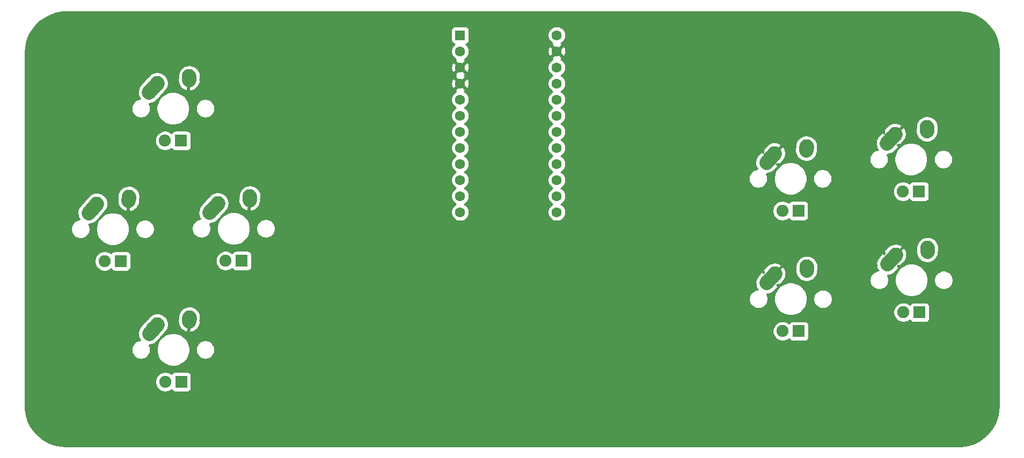
<source format=gbl>
G04 #@! TF.GenerationSoftware,KiCad,Pcbnew,(5.1.4)-1*
G04 #@! TF.CreationDate,2022-05-26T19:20:09-08:00*
G04 #@! TF.ProjectId,No2 controller PCB,4e6f3220-636f-46e7-9472-6f6c6c657220,rev?*
G04 #@! TF.SameCoordinates,Original*
G04 #@! TF.FileFunction,Copper,L2,Bot*
G04 #@! TF.FilePolarity,Positive*
%FSLAX46Y46*%
G04 Gerber Fmt 4.6, Leading zero omitted, Abs format (unit mm)*
G04 Created by KiCad (PCBNEW (5.1.4)-1) date 2022-05-26 19:20:09*
%MOMM*%
%LPD*%
G04 APERTURE LIST*
%ADD10R,1.905000X1.905000*%
%ADD11C,1.905000*%
%ADD12C,2.250000*%
%ADD13C,2.250000*%
%ADD14C,1.600000*%
%ADD15R,1.600000X1.600000*%
%ADD16C,0.254000*%
G04 APERTURE END LIST*
D10*
X85967762Y-98070971D03*
D11*
X83427762Y-98070971D03*
D12*
X82197762Y-88990971D03*
X81542763Y-89720971D03*
D13*
X80887762Y-90450971D02*
X82197764Y-88990971D01*
D12*
X87237762Y-87910971D03*
X87217762Y-88200971D03*
D13*
X87197762Y-88490971D02*
X87237762Y-87910971D01*
D10*
X95510823Y-78954165D03*
D11*
X92970823Y-78954165D03*
D12*
X91740823Y-69874165D03*
X91085824Y-70604165D03*
D13*
X90430823Y-71334165D02*
X91740825Y-69874165D01*
D12*
X96780823Y-68794165D03*
X96760823Y-69084165D03*
D13*
X96740823Y-69374165D02*
X96780823Y-68794165D01*
D14*
X145219611Y-43338750D03*
X145219611Y-45878750D03*
X145219611Y-48418750D03*
X145219611Y-50958750D03*
X145219611Y-53498750D03*
X145219611Y-56038750D03*
X145219611Y-58578750D03*
X145219611Y-61118750D03*
X145219611Y-63658750D03*
X145219611Y-66198750D03*
X145219611Y-68738750D03*
X145219611Y-71278750D03*
X129979611Y-71278750D03*
X129979611Y-68738750D03*
X129979611Y-66198750D03*
X129979611Y-63658750D03*
X129979611Y-61118750D03*
X129979611Y-58578750D03*
X129979611Y-56038750D03*
X129979611Y-53498750D03*
X129979611Y-50958750D03*
X129979611Y-48418750D03*
X129979611Y-45878750D03*
D15*
X129979611Y-43338750D03*
D10*
X202439505Y-87093124D03*
D11*
X199899505Y-87093124D03*
D12*
X198669505Y-78013124D03*
X198014506Y-78743124D03*
D13*
X197359505Y-79473124D02*
X198669507Y-78013124D01*
D12*
X203709505Y-76933124D03*
X203689505Y-77223124D03*
D13*
X203669505Y-77513124D02*
X203709505Y-76933124D01*
D10*
X202369463Y-68014575D03*
D11*
X199829463Y-68014575D03*
D12*
X198599463Y-58934575D03*
X197944464Y-59664575D03*
D13*
X197289463Y-60394575D02*
X198599465Y-58934575D01*
D12*
X203639463Y-57854575D03*
X203619463Y-58144575D03*
D13*
X203599463Y-58434575D02*
X203639463Y-57854575D01*
D10*
X183388491Y-90065281D03*
D11*
X180848491Y-90065281D03*
D12*
X179618491Y-80985281D03*
X178963492Y-81715281D03*
D13*
X178308491Y-82445281D02*
X179618493Y-80985281D01*
D12*
X184658491Y-79905281D03*
X184638491Y-80195281D03*
D13*
X184618491Y-80485281D02*
X184658491Y-79905281D01*
D10*
X183339785Y-71061811D03*
D11*
X180799785Y-71061811D03*
D12*
X179569785Y-61981811D03*
X178914786Y-62711811D03*
D13*
X178259785Y-63441811D02*
X179569787Y-61981811D01*
D12*
X184609785Y-60901811D03*
X184589785Y-61191811D03*
D13*
X184569785Y-61481811D02*
X184609785Y-60901811D01*
D10*
X85955138Y-59992158D03*
D11*
X83415138Y-59992158D03*
D12*
X82185138Y-50912158D03*
X81530139Y-51642158D03*
D13*
X80875138Y-52372158D02*
X82185140Y-50912158D01*
D12*
X87225138Y-49832158D03*
X87205138Y-50122158D03*
D13*
X87185138Y-50412158D02*
X87225138Y-49832158D01*
D10*
X76424702Y-79015535D03*
D11*
X73884702Y-79015535D03*
D12*
X72654702Y-69935535D03*
X71999703Y-70665535D03*
D13*
X71344702Y-71395535D02*
X72654704Y-69935535D01*
D12*
X77694702Y-68855535D03*
X77674702Y-69145535D03*
D13*
X77654702Y-69435535D02*
X77694702Y-68855535D01*
D16*
G36*
X209503632Y-39712890D02*
G01*
X210432136Y-39923523D01*
X211319303Y-40269083D01*
X212145657Y-40741983D01*
X212893036Y-41331832D01*
X213545011Y-42025663D01*
X214087278Y-42808250D01*
X214507913Y-43662391D01*
X214797675Y-44569317D01*
X214951961Y-45519944D01*
X214976251Y-46072150D01*
X214959660Y-101795133D01*
X214886658Y-102770281D01*
X214676025Y-103698785D01*
X214330465Y-104585952D01*
X213857563Y-105412310D01*
X213267717Y-106159685D01*
X212573885Y-106811660D01*
X211791300Y-107353926D01*
X210937159Y-107774561D01*
X210030225Y-108064326D01*
X209079603Y-108218610D01*
X208527301Y-108242905D01*
X67808678Y-108247318D01*
X66833616Y-108174323D01*
X65905112Y-107963690D01*
X65017945Y-107618130D01*
X64191587Y-107145228D01*
X63444212Y-106555382D01*
X62792237Y-105861550D01*
X62249971Y-105078965D01*
X61829336Y-104224824D01*
X61539571Y-103317890D01*
X61385287Y-102367268D01*
X61360994Y-101815008D01*
X61361333Y-97914616D01*
X81840262Y-97914616D01*
X81840262Y-98227326D01*
X81901269Y-98534028D01*
X82020938Y-98822934D01*
X82194670Y-99082943D01*
X82415790Y-99304063D01*
X82675799Y-99477795D01*
X82964705Y-99597464D01*
X83271407Y-99658471D01*
X83584117Y-99658471D01*
X83890819Y-99597464D01*
X84179725Y-99477795D01*
X84439734Y-99304063D01*
X84443311Y-99300486D01*
X84484725Y-99377965D01*
X84564077Y-99474656D01*
X84660768Y-99554008D01*
X84771082Y-99612973D01*
X84890780Y-99649283D01*
X85015262Y-99661543D01*
X86920262Y-99661543D01*
X87044744Y-99649283D01*
X87164442Y-99612973D01*
X87274756Y-99554008D01*
X87371447Y-99474656D01*
X87450799Y-99377965D01*
X87509764Y-99267651D01*
X87546074Y-99147953D01*
X87558334Y-99023471D01*
X87558334Y-97118471D01*
X87546074Y-96993989D01*
X87509764Y-96874291D01*
X87450799Y-96763977D01*
X87371447Y-96667286D01*
X87274756Y-96587934D01*
X87164442Y-96528969D01*
X87044744Y-96492659D01*
X86920262Y-96480399D01*
X85015262Y-96480399D01*
X84890780Y-96492659D01*
X84771082Y-96528969D01*
X84660768Y-96587934D01*
X84564077Y-96667286D01*
X84484725Y-96763977D01*
X84443311Y-96841456D01*
X84439734Y-96837879D01*
X84179725Y-96664147D01*
X83890819Y-96544478D01*
X83584117Y-96483471D01*
X83271407Y-96483471D01*
X82964705Y-96544478D01*
X82675799Y-96664147D01*
X82415790Y-96837879D01*
X82194670Y-97058999D01*
X82020938Y-97319008D01*
X81901269Y-97607914D01*
X81840262Y-97914616D01*
X61361333Y-97914616D01*
X61361774Y-92842249D01*
X78107762Y-92842249D01*
X78107762Y-93139693D01*
X78165791Y-93431422D01*
X78279618Y-93706224D01*
X78444869Y-93953540D01*
X78655193Y-94163864D01*
X78902509Y-94329115D01*
X79177311Y-94442942D01*
X79469040Y-94500971D01*
X79766484Y-94500971D01*
X80058213Y-94442942D01*
X80333015Y-94329115D01*
X80580331Y-94163864D01*
X80790655Y-93953540D01*
X80955906Y-93706224D01*
X81069733Y-93431422D01*
X81127762Y-93139693D01*
X81127762Y-92842249D01*
X81105842Y-92732047D01*
X82068862Y-92732047D01*
X82068862Y-93249895D01*
X82169889Y-93757793D01*
X82368061Y-94236222D01*
X82655762Y-94666797D01*
X83021936Y-95032971D01*
X83452511Y-95320672D01*
X83930940Y-95518844D01*
X84438838Y-95619871D01*
X84956686Y-95619871D01*
X85464584Y-95518844D01*
X85943013Y-95320672D01*
X86373588Y-95032971D01*
X86739762Y-94666797D01*
X87027463Y-94236222D01*
X87225635Y-93757793D01*
X87326662Y-93249895D01*
X87326662Y-92842249D01*
X88267762Y-92842249D01*
X88267762Y-93139693D01*
X88325791Y-93431422D01*
X88439618Y-93706224D01*
X88604869Y-93953540D01*
X88815193Y-94163864D01*
X89062509Y-94329115D01*
X89337311Y-94442942D01*
X89629040Y-94500971D01*
X89926484Y-94500971D01*
X90218213Y-94442942D01*
X90493015Y-94329115D01*
X90740331Y-94163864D01*
X90950655Y-93953540D01*
X91115906Y-93706224D01*
X91229733Y-93431422D01*
X91287762Y-93139693D01*
X91287762Y-92842249D01*
X91229733Y-92550520D01*
X91115906Y-92275718D01*
X90950655Y-92028402D01*
X90740331Y-91818078D01*
X90493015Y-91652827D01*
X90218213Y-91539000D01*
X89926484Y-91480971D01*
X89629040Y-91480971D01*
X89337311Y-91539000D01*
X89062509Y-91652827D01*
X88815193Y-91818078D01*
X88604869Y-92028402D01*
X88439618Y-92275718D01*
X88325791Y-92550520D01*
X88267762Y-92842249D01*
X87326662Y-92842249D01*
X87326662Y-92732047D01*
X87225635Y-92224149D01*
X87027463Y-91745720D01*
X86739762Y-91315145D01*
X86373588Y-90948971D01*
X85943013Y-90661270D01*
X85464584Y-90463098D01*
X84956686Y-90362071D01*
X84438838Y-90362071D01*
X83930940Y-90463098D01*
X83452511Y-90661270D01*
X83021936Y-90948971D01*
X82655762Y-91315145D01*
X82368061Y-91745720D01*
X82169889Y-92224149D01*
X82068862Y-92732047D01*
X81105842Y-92732047D01*
X81069733Y-92550520D01*
X80955906Y-92275718D01*
X80914576Y-92213863D01*
X80983388Y-92216898D01*
X81326066Y-92164310D01*
X81651901Y-92045880D01*
X81948369Y-91866158D01*
X82140005Y-91690713D01*
X83475962Y-90201787D01*
X83564843Y-90112906D01*
X83639589Y-90001041D01*
X83719206Y-89892558D01*
X83735741Y-89857140D01*
X83757454Y-89824644D01*
X83808937Y-89700353D01*
X83865863Y-89578416D01*
X83875172Y-89540447D01*
X83890126Y-89504344D01*
X83916372Y-89372397D01*
X83948415Y-89241698D01*
X83950137Y-89202648D01*
X83957762Y-89164316D01*
X83957762Y-89029773D01*
X83963691Y-88895345D01*
X83957762Y-88856710D01*
X83957762Y-88817626D01*
X83931513Y-88685662D01*
X83911103Y-88552667D01*
X83897751Y-88515932D01*
X83893902Y-88496578D01*
X85433195Y-88496578D01*
X85468194Y-88840721D01*
X85569660Y-89171422D01*
X85733693Y-89475975D01*
X85953990Y-89742674D01*
X86222083Y-89961270D01*
X86527672Y-90123365D01*
X86680744Y-90173319D01*
X86961240Y-90074657D01*
X86989941Y-89658489D01*
X87243397Y-89675131D01*
X87214638Y-90092133D01*
X87478934Y-90228367D01*
X87637416Y-90199899D01*
X87962363Y-90081290D01*
X88245824Y-89908926D01*
X179260991Y-89908926D01*
X179260991Y-90221636D01*
X179321998Y-90528338D01*
X179441667Y-90817244D01*
X179615399Y-91077253D01*
X179836519Y-91298373D01*
X180096528Y-91472105D01*
X180385434Y-91591774D01*
X180692136Y-91652781D01*
X181004846Y-91652781D01*
X181311548Y-91591774D01*
X181600454Y-91472105D01*
X181860463Y-91298373D01*
X181864040Y-91294796D01*
X181905454Y-91372275D01*
X181984806Y-91468966D01*
X182081497Y-91548318D01*
X182191811Y-91607283D01*
X182311509Y-91643593D01*
X182435991Y-91655853D01*
X184340991Y-91655853D01*
X184465473Y-91643593D01*
X184585171Y-91607283D01*
X184695485Y-91548318D01*
X184792176Y-91468966D01*
X184871528Y-91372275D01*
X184930493Y-91261961D01*
X184966803Y-91142263D01*
X184979063Y-91017781D01*
X184979063Y-89112781D01*
X184966803Y-88988299D01*
X184930493Y-88868601D01*
X184871528Y-88758287D01*
X184792176Y-88661596D01*
X184695485Y-88582244D01*
X184585171Y-88523279D01*
X184465473Y-88486969D01*
X184340991Y-88474709D01*
X182435991Y-88474709D01*
X182311509Y-88486969D01*
X182191811Y-88523279D01*
X182081497Y-88582244D01*
X181984806Y-88661596D01*
X181905454Y-88758287D01*
X181864040Y-88835766D01*
X181860463Y-88832189D01*
X181600454Y-88658457D01*
X181311548Y-88538788D01*
X181004846Y-88477781D01*
X180692136Y-88477781D01*
X180385434Y-88538788D01*
X180096528Y-88658457D01*
X179836519Y-88832189D01*
X179615399Y-89053309D01*
X179441667Y-89313318D01*
X179321998Y-89602224D01*
X179260991Y-89908926D01*
X88245824Y-89908926D01*
X88257927Y-89901567D01*
X88512750Y-89667635D01*
X88717038Y-89388484D01*
X88862942Y-89074842D01*
X88944853Y-88738762D01*
X88964853Y-88448762D01*
X88916628Y-88445436D01*
X88982622Y-88199266D01*
X88993800Y-88029030D01*
X89002329Y-87905364D01*
X89002081Y-87902924D01*
X89005338Y-87853321D01*
X88968732Y-87575007D01*
X88967330Y-87561221D01*
X88966610Y-87558875D01*
X88960128Y-87509591D01*
X88869924Y-87243751D01*
X88865864Y-87230520D01*
X88864702Y-87228362D01*
X88848728Y-87181286D01*
X88739476Y-86976892D01*
X88726455Y-86971685D01*
X88701831Y-86925967D01*
X88481534Y-86659268D01*
X88213441Y-86440672D01*
X88176586Y-86421123D01*
X88171841Y-86409257D01*
X87920113Y-86285081D01*
X87907852Y-86278577D01*
X87905124Y-86277687D01*
X87860922Y-86255882D01*
X87526057Y-86166111D01*
X87355934Y-86154940D01*
X87232153Y-86146403D01*
X87232125Y-86146810D01*
X87180112Y-86143395D01*
X86836382Y-86188605D01*
X86508077Y-86300005D01*
X86303683Y-86409257D01*
X86296048Y-86428349D01*
X86177597Y-86500375D01*
X85922774Y-86734307D01*
X85749051Y-86971692D01*
X85736048Y-86976892D01*
X85582673Y-87287811D01*
X85492902Y-87622676D01*
X85481718Y-87792996D01*
X85470671Y-87953180D01*
X85471198Y-87953216D01*
X85470186Y-87968621D01*
X85501926Y-88209939D01*
X85453195Y-88206578D01*
X85433195Y-88496578D01*
X83893902Y-88496578D01*
X83890126Y-88477598D01*
X83838636Y-88353291D01*
X83792673Y-88226832D01*
X83772412Y-88193409D01*
X83757454Y-88157298D01*
X83682697Y-88045417D01*
X83612951Y-87930364D01*
X83586560Y-87901537D01*
X83564843Y-87869036D01*
X83469696Y-87773889D01*
X83378845Y-87674654D01*
X83347337Y-87651530D01*
X83319697Y-87623890D01*
X83207812Y-87549130D01*
X83099350Y-87469529D01*
X83063938Y-87452997D01*
X83031435Y-87431279D01*
X82907115Y-87379784D01*
X82785208Y-87322872D01*
X82747248Y-87313566D01*
X82711135Y-87298607D01*
X82579150Y-87272353D01*
X82448490Y-87240320D01*
X82409451Y-87238598D01*
X82371107Y-87230971D01*
X82236520Y-87230971D01*
X82102137Y-87225044D01*
X82063515Y-87230971D01*
X82024417Y-87230971D01*
X81892406Y-87257230D01*
X81759459Y-87277632D01*
X81722738Y-87290979D01*
X81684389Y-87298607D01*
X81560031Y-87350118D01*
X81433625Y-87396062D01*
X81400216Y-87416315D01*
X81364089Y-87431279D01*
X81252162Y-87506066D01*
X81137156Y-87575784D01*
X81108340Y-87602166D01*
X81075827Y-87623890D01*
X80980649Y-87719068D01*
X80945520Y-87751229D01*
X80919599Y-87780118D01*
X80830681Y-87869036D01*
X80804035Y-87908914D01*
X79520046Y-89339924D01*
X79366320Y-89549385D01*
X79219663Y-89863527D01*
X79137111Y-90200245D01*
X79121835Y-90546597D01*
X79174423Y-90889275D01*
X79292853Y-91215110D01*
X79455637Y-91483637D01*
X79177311Y-91539000D01*
X78902509Y-91652827D01*
X78655193Y-91818078D01*
X78444869Y-92028402D01*
X78279618Y-92275718D01*
X78165791Y-92550520D01*
X78107762Y-92842249D01*
X61361774Y-92842249D01*
X61362470Y-84836559D01*
X175528491Y-84836559D01*
X175528491Y-85134003D01*
X175586520Y-85425732D01*
X175700347Y-85700534D01*
X175865598Y-85947850D01*
X176075922Y-86158174D01*
X176323238Y-86323425D01*
X176598040Y-86437252D01*
X176889769Y-86495281D01*
X177187213Y-86495281D01*
X177478942Y-86437252D01*
X177753744Y-86323425D01*
X178001060Y-86158174D01*
X178211384Y-85947850D01*
X178376635Y-85700534D01*
X178490462Y-85425732D01*
X178548491Y-85134003D01*
X178548491Y-84836559D01*
X178526571Y-84726357D01*
X179489591Y-84726357D01*
X179489591Y-85244205D01*
X179590618Y-85752103D01*
X179788790Y-86230532D01*
X180076491Y-86661107D01*
X180442665Y-87027281D01*
X180873240Y-87314982D01*
X181351669Y-87513154D01*
X181859567Y-87614181D01*
X182377415Y-87614181D01*
X182885313Y-87513154D01*
X183363742Y-87314982D01*
X183794317Y-87027281D01*
X183884829Y-86936769D01*
X198312005Y-86936769D01*
X198312005Y-87249479D01*
X198373012Y-87556181D01*
X198492681Y-87845087D01*
X198666413Y-88105096D01*
X198887533Y-88326216D01*
X199147542Y-88499948D01*
X199436448Y-88619617D01*
X199743150Y-88680624D01*
X200055860Y-88680624D01*
X200362562Y-88619617D01*
X200651468Y-88499948D01*
X200911477Y-88326216D01*
X200915054Y-88322639D01*
X200956468Y-88400118D01*
X201035820Y-88496809D01*
X201132511Y-88576161D01*
X201242825Y-88635126D01*
X201362523Y-88671436D01*
X201487005Y-88683696D01*
X203392005Y-88683696D01*
X203516487Y-88671436D01*
X203636185Y-88635126D01*
X203746499Y-88576161D01*
X203843190Y-88496809D01*
X203922542Y-88400118D01*
X203981507Y-88289804D01*
X204017817Y-88170106D01*
X204030077Y-88045624D01*
X204030077Y-86140624D01*
X204017817Y-86016142D01*
X203981507Y-85896444D01*
X203922542Y-85786130D01*
X203843190Y-85689439D01*
X203746499Y-85610087D01*
X203636185Y-85551122D01*
X203516487Y-85514812D01*
X203392005Y-85502552D01*
X201487005Y-85502552D01*
X201362523Y-85514812D01*
X201242825Y-85551122D01*
X201132511Y-85610087D01*
X201035820Y-85689439D01*
X200956468Y-85786130D01*
X200915054Y-85863609D01*
X200911477Y-85860032D01*
X200651468Y-85686300D01*
X200362562Y-85566631D01*
X200055860Y-85505624D01*
X199743150Y-85505624D01*
X199436448Y-85566631D01*
X199147542Y-85686300D01*
X198887533Y-85860032D01*
X198666413Y-86081152D01*
X198492681Y-86341161D01*
X198373012Y-86630067D01*
X198312005Y-86936769D01*
X183884829Y-86936769D01*
X184160491Y-86661107D01*
X184448192Y-86230532D01*
X184646364Y-85752103D01*
X184747391Y-85244205D01*
X184747391Y-84836559D01*
X185688491Y-84836559D01*
X185688491Y-85134003D01*
X185746520Y-85425732D01*
X185860347Y-85700534D01*
X186025598Y-85947850D01*
X186235922Y-86158174D01*
X186483238Y-86323425D01*
X186758040Y-86437252D01*
X187049769Y-86495281D01*
X187347213Y-86495281D01*
X187638942Y-86437252D01*
X187913744Y-86323425D01*
X188161060Y-86158174D01*
X188371384Y-85947850D01*
X188536635Y-85700534D01*
X188650462Y-85425732D01*
X188708491Y-85134003D01*
X188708491Y-84836559D01*
X188650462Y-84544830D01*
X188536635Y-84270028D01*
X188371384Y-84022712D01*
X188161060Y-83812388D01*
X187913744Y-83647137D01*
X187638942Y-83533310D01*
X187347213Y-83475281D01*
X187049769Y-83475281D01*
X186758040Y-83533310D01*
X186483238Y-83647137D01*
X186235922Y-83812388D01*
X186025598Y-84022712D01*
X185860347Y-84270028D01*
X185746520Y-84544830D01*
X185688491Y-84836559D01*
X184747391Y-84836559D01*
X184747391Y-84726357D01*
X184646364Y-84218459D01*
X184448192Y-83740030D01*
X184160491Y-83309455D01*
X183794317Y-82943281D01*
X183363742Y-82655580D01*
X182885313Y-82457408D01*
X182377415Y-82356381D01*
X181859567Y-82356381D01*
X181351669Y-82457408D01*
X180873240Y-82655580D01*
X180442665Y-82943281D01*
X180076491Y-83309455D01*
X179788790Y-83740030D01*
X179590618Y-84218459D01*
X179489591Y-84726357D01*
X178526571Y-84726357D01*
X178490462Y-84544830D01*
X178376635Y-84270028D01*
X178333212Y-84205040D01*
X178621648Y-84181847D01*
X178954418Y-84087386D01*
X179262366Y-83929819D01*
X179533656Y-83715202D01*
X180188657Y-82985202D01*
X179897290Y-82723770D01*
X180019871Y-82707647D01*
X180193857Y-82648610D01*
X180358288Y-82796148D01*
X181013288Y-82066149D01*
X181100618Y-81927193D01*
X181120205Y-81919360D01*
X181173718Y-81810879D01*
X181197355Y-81773269D01*
X181214769Y-81727662D01*
X181273580Y-81608441D01*
X181304903Y-81491601D01*
X181320746Y-81450107D01*
X181328927Y-81401986D01*
X181363351Y-81273576D01*
X181371277Y-81152870D01*
X181378721Y-81109082D01*
X181377356Y-81060286D01*
X181386067Y-80927631D01*
X181370293Y-80807699D01*
X181369051Y-80763300D01*
X181358194Y-80715711D01*
X181340857Y-80583901D01*
X181301986Y-80469344D01*
X181297673Y-80450438D01*
X182856714Y-80450438D01*
X182864331Y-80710143D01*
X182941904Y-81048042D01*
X183083910Y-81364315D01*
X183284887Y-81646807D01*
X183537115Y-81884662D01*
X183830899Y-82068740D01*
X184154950Y-82191965D01*
X184496814Y-82249605D01*
X184843353Y-82239441D01*
X185181252Y-82161868D01*
X185497525Y-82019862D01*
X185716038Y-81864402D01*
X194579505Y-81864402D01*
X194579505Y-82161846D01*
X194637534Y-82453575D01*
X194751361Y-82728377D01*
X194916612Y-82975693D01*
X195126936Y-83186017D01*
X195374252Y-83351268D01*
X195649054Y-83465095D01*
X195940783Y-83523124D01*
X196238227Y-83523124D01*
X196529956Y-83465095D01*
X196804758Y-83351268D01*
X197052074Y-83186017D01*
X197262398Y-82975693D01*
X197427649Y-82728377D01*
X197541476Y-82453575D01*
X197599505Y-82161846D01*
X197599505Y-81864402D01*
X197577585Y-81754200D01*
X198540605Y-81754200D01*
X198540605Y-82272048D01*
X198641632Y-82779946D01*
X198839804Y-83258375D01*
X199127505Y-83688950D01*
X199493679Y-84055124D01*
X199924254Y-84342825D01*
X200402683Y-84540997D01*
X200910581Y-84642024D01*
X201428429Y-84642024D01*
X201936327Y-84540997D01*
X202414756Y-84342825D01*
X202845331Y-84055124D01*
X203211505Y-83688950D01*
X203499206Y-83258375D01*
X203697378Y-82779946D01*
X203798405Y-82272048D01*
X203798405Y-81864402D01*
X204739505Y-81864402D01*
X204739505Y-82161846D01*
X204797534Y-82453575D01*
X204911361Y-82728377D01*
X205076612Y-82975693D01*
X205286936Y-83186017D01*
X205534252Y-83351268D01*
X205809054Y-83465095D01*
X206100783Y-83523124D01*
X206398227Y-83523124D01*
X206689956Y-83465095D01*
X206964758Y-83351268D01*
X207212074Y-83186017D01*
X207422398Y-82975693D01*
X207587649Y-82728377D01*
X207701476Y-82453575D01*
X207759505Y-82161846D01*
X207759505Y-81864402D01*
X207701476Y-81572673D01*
X207587649Y-81297871D01*
X207422398Y-81050555D01*
X207212074Y-80840231D01*
X206964758Y-80674980D01*
X206689956Y-80561153D01*
X206398227Y-80503124D01*
X206100783Y-80503124D01*
X205809054Y-80561153D01*
X205534252Y-80674980D01*
X205286936Y-80840231D01*
X205076612Y-81050555D01*
X204911361Y-81297871D01*
X204797534Y-81572673D01*
X204739505Y-81864402D01*
X203798405Y-81864402D01*
X203798405Y-81754200D01*
X203697378Y-81246302D01*
X203499206Y-80767873D01*
X203211505Y-80337298D01*
X202845331Y-79971124D01*
X202414756Y-79683423D01*
X201936327Y-79485251D01*
X201428429Y-79384224D01*
X200910581Y-79384224D01*
X200402683Y-79485251D01*
X199924254Y-79683423D01*
X199493679Y-79971124D01*
X199127505Y-80337298D01*
X198839804Y-80767873D01*
X198641632Y-81246302D01*
X198540605Y-81754200D01*
X197577585Y-81754200D01*
X197541476Y-81572673D01*
X197427649Y-81297871D01*
X197384226Y-81232883D01*
X197672662Y-81209690D01*
X198005432Y-81115229D01*
X198313380Y-80957662D01*
X198584670Y-80743045D01*
X199239671Y-80013045D01*
X198948304Y-79751613D01*
X199070885Y-79735490D01*
X199244871Y-79676453D01*
X199409302Y-79823991D01*
X200064302Y-79093992D01*
X200151632Y-78955036D01*
X200171219Y-78947203D01*
X200224732Y-78838722D01*
X200248369Y-78801112D01*
X200265783Y-78755505D01*
X200324594Y-78636284D01*
X200355917Y-78519444D01*
X200371760Y-78477950D01*
X200379941Y-78429829D01*
X200414365Y-78301419D01*
X200422291Y-78180713D01*
X200429735Y-78136925D01*
X200428370Y-78088129D01*
X200437081Y-77955474D01*
X200421307Y-77835542D01*
X200420065Y-77791143D01*
X200409208Y-77743554D01*
X200391871Y-77611744D01*
X200353000Y-77497187D01*
X200348687Y-77478281D01*
X201907728Y-77478281D01*
X201915345Y-77737986D01*
X201992918Y-78075885D01*
X202134924Y-78392158D01*
X202335901Y-78674650D01*
X202588129Y-78912505D01*
X202881913Y-79096583D01*
X203205964Y-79219808D01*
X203547828Y-79277448D01*
X203894367Y-79267284D01*
X204232266Y-79189711D01*
X204548539Y-79047705D01*
X204831031Y-78846728D01*
X205068886Y-78594500D01*
X205252964Y-78300716D01*
X205376189Y-77976665D01*
X205419386Y-77720463D01*
X205457604Y-77166299D01*
X205469505Y-77106469D01*
X205469505Y-76993735D01*
X205471282Y-76967968D01*
X205469505Y-76907380D01*
X205469505Y-76759779D01*
X205464427Y-76734252D01*
X205463665Y-76708261D01*
X205430664Y-76564511D01*
X205401869Y-76419751D01*
X205391912Y-76395712D01*
X205386092Y-76370362D01*
X205325682Y-76235818D01*
X205269197Y-76099451D01*
X205254735Y-76077807D01*
X205244086Y-76054090D01*
X205158601Y-75933933D01*
X205076586Y-75811189D01*
X205058183Y-75792786D01*
X205043109Y-75771598D01*
X204935816Y-75670419D01*
X204831440Y-75566043D01*
X204809799Y-75551583D01*
X204790881Y-75533743D01*
X204665912Y-75455440D01*
X204543178Y-75373432D01*
X204519133Y-75363472D01*
X204497097Y-75349665D01*
X204359245Y-75297245D01*
X204222878Y-75240760D01*
X204197351Y-75235682D01*
X204173046Y-75226440D01*
X204027613Y-75201919D01*
X203882850Y-75173124D01*
X203856828Y-75173124D01*
X203831182Y-75168800D01*
X203683742Y-75173124D01*
X203536160Y-75173124D01*
X203510638Y-75178201D01*
X203484643Y-75178963D01*
X203340880Y-75211968D01*
X203196132Y-75240760D01*
X203172092Y-75250718D01*
X203146744Y-75256537D01*
X203012194Y-75316949D01*
X202875832Y-75373432D01*
X202854192Y-75387891D01*
X202830471Y-75398542D01*
X202710301Y-75484037D01*
X202587570Y-75566043D01*
X202569167Y-75584446D01*
X202547979Y-75599520D01*
X202446793Y-75706820D01*
X202342424Y-75811189D01*
X202327966Y-75832827D01*
X202310124Y-75851747D01*
X202231815Y-75976726D01*
X202149813Y-76099451D01*
X202139853Y-76123496D01*
X202126046Y-76145532D01*
X202073624Y-76283388D01*
X202017141Y-76419751D01*
X202012064Y-76445276D01*
X202002821Y-76469582D01*
X201978299Y-76615022D01*
X201949505Y-76759779D01*
X201949505Y-76872510D01*
X201907728Y-77478281D01*
X200348687Y-77478281D01*
X200343122Y-77453892D01*
X200323193Y-77409343D01*
X200280471Y-77283439D01*
X200171219Y-77079045D01*
X200158671Y-77074027D01*
X200111890Y-77004596D01*
X199830040Y-76909872D01*
X198674500Y-78197724D01*
X198669505Y-78192729D01*
X197965543Y-78896691D01*
X197821807Y-78767722D01*
X197835164Y-78752836D01*
X197790375Y-78712649D01*
X197970243Y-78532781D01*
X198004794Y-78563782D01*
X198664511Y-77828525D01*
X198669505Y-77833519D01*
X199714431Y-76788593D01*
X199603584Y-76511410D01*
X199460101Y-76440631D01*
X199373911Y-76395242D01*
X199357046Y-76389794D01*
X199292665Y-76358035D01*
X199093244Y-76304574D01*
X199044743Y-76288906D01*
X199027141Y-76286853D01*
X198957800Y-76268264D01*
X198751768Y-76254735D01*
X198701155Y-76248832D01*
X198683494Y-76250252D01*
X198611855Y-76245548D01*
X198407135Y-76272474D01*
X198356350Y-76276558D01*
X198339309Y-76281395D01*
X198268125Y-76290758D01*
X198072586Y-76357108D01*
X198023580Y-76371019D01*
X198007812Y-76379087D01*
X197939820Y-76402158D01*
X197735426Y-76511410D01*
X197731882Y-76520271D01*
X197715632Y-76528586D01*
X197444342Y-76743203D01*
X196789341Y-77473203D01*
X196952786Y-77619856D01*
X196924645Y-77724829D01*
X196911559Y-77924121D01*
X196619710Y-77662257D01*
X195964710Y-78392256D01*
X195780643Y-78685136D01*
X195657252Y-79008298D01*
X195599277Y-79349323D01*
X195608947Y-79695105D01*
X195685890Y-80032356D01*
X195827149Y-80348117D01*
X195917122Y-80481652D01*
X195981012Y-80503124D01*
X195940783Y-80503124D01*
X195649054Y-80561153D01*
X195374252Y-80674980D01*
X195126936Y-80840231D01*
X194916612Y-81050555D01*
X194751361Y-81297871D01*
X194637534Y-81572673D01*
X194579505Y-81864402D01*
X185716038Y-81864402D01*
X185780017Y-81818885D01*
X186017872Y-81566657D01*
X186201950Y-81272873D01*
X186325175Y-80948822D01*
X186368372Y-80692620D01*
X186406590Y-80138456D01*
X186418491Y-80078626D01*
X186418491Y-79965892D01*
X186420268Y-79940125D01*
X186418491Y-79879537D01*
X186418491Y-79731936D01*
X186413413Y-79706409D01*
X186412651Y-79680418D01*
X186379650Y-79536668D01*
X186350855Y-79391908D01*
X186340898Y-79367869D01*
X186335078Y-79342519D01*
X186274668Y-79207975D01*
X186218183Y-79071608D01*
X186203721Y-79049964D01*
X186193072Y-79026247D01*
X186107587Y-78906090D01*
X186025572Y-78783346D01*
X186007169Y-78764943D01*
X185992095Y-78743755D01*
X185884802Y-78642576D01*
X185780426Y-78538200D01*
X185758785Y-78523740D01*
X185739867Y-78505900D01*
X185614898Y-78427597D01*
X185492164Y-78345589D01*
X185468119Y-78335629D01*
X185446083Y-78321822D01*
X185308231Y-78269402D01*
X185171864Y-78212917D01*
X185146337Y-78207839D01*
X185122032Y-78198597D01*
X184976599Y-78174076D01*
X184831836Y-78145281D01*
X184805814Y-78145281D01*
X184780168Y-78140957D01*
X184632728Y-78145281D01*
X184485146Y-78145281D01*
X184459624Y-78150358D01*
X184433629Y-78151120D01*
X184289866Y-78184125D01*
X184145118Y-78212917D01*
X184121078Y-78222875D01*
X184095730Y-78228694D01*
X183961180Y-78289106D01*
X183824818Y-78345589D01*
X183803178Y-78360048D01*
X183779457Y-78370699D01*
X183659287Y-78456194D01*
X183536556Y-78538200D01*
X183518153Y-78556603D01*
X183496965Y-78571677D01*
X183395779Y-78678977D01*
X183291410Y-78783346D01*
X183276952Y-78804984D01*
X183259110Y-78823904D01*
X183180801Y-78948883D01*
X183098799Y-79071608D01*
X183088839Y-79095653D01*
X183075032Y-79117689D01*
X183022610Y-79255545D01*
X182966127Y-79391908D01*
X182961050Y-79417433D01*
X182951807Y-79441739D01*
X182927285Y-79587179D01*
X182898491Y-79731936D01*
X182898491Y-79844667D01*
X182856714Y-80450438D01*
X181297673Y-80450438D01*
X181292108Y-80426049D01*
X181272179Y-80381500D01*
X181229457Y-80255596D01*
X181120205Y-80051202D01*
X181107657Y-80046184D01*
X181060876Y-79976753D01*
X180779026Y-79882029D01*
X179623486Y-81169881D01*
X179618491Y-81164886D01*
X178914529Y-81868848D01*
X178770793Y-81739879D01*
X178784150Y-81724993D01*
X178739361Y-81684806D01*
X178919229Y-81504938D01*
X178953780Y-81535939D01*
X179613497Y-80800682D01*
X179618491Y-80805676D01*
X180663417Y-79760750D01*
X180552570Y-79483567D01*
X180409087Y-79412788D01*
X180322897Y-79367399D01*
X180306032Y-79361951D01*
X180241651Y-79330192D01*
X180042230Y-79276731D01*
X179993729Y-79261063D01*
X179976127Y-79259010D01*
X179906786Y-79240421D01*
X179700754Y-79226892D01*
X179650141Y-79220989D01*
X179632480Y-79222409D01*
X179560841Y-79217705D01*
X179356121Y-79244631D01*
X179305336Y-79248715D01*
X179288295Y-79253552D01*
X179217111Y-79262915D01*
X179021572Y-79329265D01*
X178972566Y-79343176D01*
X178956798Y-79351244D01*
X178888806Y-79374315D01*
X178684412Y-79483567D01*
X178680868Y-79492428D01*
X178664618Y-79500743D01*
X178393328Y-79715360D01*
X177738327Y-80445360D01*
X177901772Y-80592013D01*
X177873631Y-80696986D01*
X177860545Y-80896278D01*
X177568696Y-80634414D01*
X176913696Y-81364413D01*
X176729629Y-81657293D01*
X176606238Y-81980455D01*
X176548263Y-82321480D01*
X176557933Y-82667262D01*
X176634876Y-83004513D01*
X176776135Y-83320274D01*
X176866108Y-83453809D01*
X176929998Y-83475281D01*
X176889769Y-83475281D01*
X176598040Y-83533310D01*
X176323238Y-83647137D01*
X176075922Y-83812388D01*
X175865598Y-84022712D01*
X175700347Y-84270028D01*
X175586520Y-84544830D01*
X175528491Y-84836559D01*
X61362470Y-84836559D01*
X61362991Y-78859180D01*
X72297202Y-78859180D01*
X72297202Y-79171890D01*
X72358209Y-79478592D01*
X72477878Y-79767498D01*
X72651610Y-80027507D01*
X72872730Y-80248627D01*
X73132739Y-80422359D01*
X73421645Y-80542028D01*
X73728347Y-80603035D01*
X74041057Y-80603035D01*
X74347759Y-80542028D01*
X74636665Y-80422359D01*
X74896674Y-80248627D01*
X74900251Y-80245050D01*
X74941665Y-80322529D01*
X75021017Y-80419220D01*
X75117708Y-80498572D01*
X75228022Y-80557537D01*
X75347720Y-80593847D01*
X75472202Y-80606107D01*
X77377202Y-80606107D01*
X77501684Y-80593847D01*
X77621382Y-80557537D01*
X77731696Y-80498572D01*
X77828387Y-80419220D01*
X77907739Y-80322529D01*
X77966704Y-80212215D01*
X78003014Y-80092517D01*
X78015274Y-79968035D01*
X78015274Y-78797810D01*
X91383323Y-78797810D01*
X91383323Y-79110520D01*
X91444330Y-79417222D01*
X91563999Y-79706128D01*
X91737731Y-79966137D01*
X91958851Y-80187257D01*
X92218860Y-80360989D01*
X92507766Y-80480658D01*
X92814468Y-80541665D01*
X93127178Y-80541665D01*
X93433880Y-80480658D01*
X93722786Y-80360989D01*
X93982795Y-80187257D01*
X93986372Y-80183680D01*
X94027786Y-80261159D01*
X94107138Y-80357850D01*
X94203829Y-80437202D01*
X94314143Y-80496167D01*
X94433841Y-80532477D01*
X94558323Y-80544737D01*
X96463323Y-80544737D01*
X96587805Y-80532477D01*
X96707503Y-80496167D01*
X96817817Y-80437202D01*
X96914508Y-80357850D01*
X96993860Y-80261159D01*
X97052825Y-80150845D01*
X97089135Y-80031147D01*
X97101395Y-79906665D01*
X97101395Y-78001665D01*
X97089135Y-77877183D01*
X97052825Y-77757485D01*
X96993860Y-77647171D01*
X96914508Y-77550480D01*
X96817817Y-77471128D01*
X96707503Y-77412163D01*
X96587805Y-77375853D01*
X96463323Y-77363593D01*
X94558323Y-77363593D01*
X94433841Y-77375853D01*
X94314143Y-77412163D01*
X94203829Y-77471128D01*
X94107138Y-77550480D01*
X94027786Y-77647171D01*
X93986372Y-77724650D01*
X93982795Y-77721073D01*
X93722786Y-77547341D01*
X93433880Y-77427672D01*
X93127178Y-77366665D01*
X92814468Y-77366665D01*
X92507766Y-77427672D01*
X92218860Y-77547341D01*
X91958851Y-77721073D01*
X91737731Y-77942193D01*
X91563999Y-78202202D01*
X91444330Y-78491108D01*
X91383323Y-78797810D01*
X78015274Y-78797810D01*
X78015274Y-78063035D01*
X78003014Y-77938553D01*
X77966704Y-77818855D01*
X77907739Y-77708541D01*
X77828387Y-77611850D01*
X77731696Y-77532498D01*
X77621382Y-77473533D01*
X77501684Y-77437223D01*
X77377202Y-77424963D01*
X75472202Y-77424963D01*
X75347720Y-77437223D01*
X75228022Y-77473533D01*
X75117708Y-77532498D01*
X75021017Y-77611850D01*
X74941665Y-77708541D01*
X74900251Y-77786020D01*
X74896674Y-77782443D01*
X74636665Y-77608711D01*
X74347759Y-77489042D01*
X74041057Y-77428035D01*
X73728347Y-77428035D01*
X73421645Y-77489042D01*
X73132739Y-77608711D01*
X72872730Y-77782443D01*
X72651610Y-78003563D01*
X72477878Y-78263572D01*
X72358209Y-78552478D01*
X72297202Y-78859180D01*
X61362991Y-78859180D01*
X61363433Y-73786813D01*
X68564702Y-73786813D01*
X68564702Y-74084257D01*
X68622731Y-74375986D01*
X68736558Y-74650788D01*
X68901809Y-74898104D01*
X69112133Y-75108428D01*
X69359449Y-75273679D01*
X69634251Y-75387506D01*
X69925980Y-75445535D01*
X70223424Y-75445535D01*
X70515153Y-75387506D01*
X70789955Y-75273679D01*
X71037271Y-75108428D01*
X71247595Y-74898104D01*
X71412846Y-74650788D01*
X71526673Y-74375986D01*
X71584702Y-74084257D01*
X71584702Y-73786813D01*
X71562782Y-73676611D01*
X72525802Y-73676611D01*
X72525802Y-74194459D01*
X72626829Y-74702357D01*
X72825001Y-75180786D01*
X73112702Y-75611361D01*
X73478876Y-75977535D01*
X73909451Y-76265236D01*
X74387880Y-76463408D01*
X74895778Y-76564435D01*
X75413626Y-76564435D01*
X75921524Y-76463408D01*
X76399953Y-76265236D01*
X76830528Y-75977535D01*
X77196702Y-75611361D01*
X77484403Y-75180786D01*
X77682575Y-74702357D01*
X77783602Y-74194459D01*
X77783602Y-73786813D01*
X78724702Y-73786813D01*
X78724702Y-74084257D01*
X78782731Y-74375986D01*
X78896558Y-74650788D01*
X79061809Y-74898104D01*
X79272133Y-75108428D01*
X79519449Y-75273679D01*
X79794251Y-75387506D01*
X80085980Y-75445535D01*
X80383424Y-75445535D01*
X80675153Y-75387506D01*
X80949955Y-75273679D01*
X81197271Y-75108428D01*
X81407595Y-74898104D01*
X81572846Y-74650788D01*
X81686673Y-74375986D01*
X81744702Y-74084257D01*
X81744702Y-73786813D01*
X81732495Y-73725443D01*
X87650823Y-73725443D01*
X87650823Y-74022887D01*
X87708852Y-74314616D01*
X87822679Y-74589418D01*
X87987930Y-74836734D01*
X88198254Y-75047058D01*
X88445570Y-75212309D01*
X88720372Y-75326136D01*
X89012101Y-75384165D01*
X89309545Y-75384165D01*
X89601274Y-75326136D01*
X89876076Y-75212309D01*
X90123392Y-75047058D01*
X90333716Y-74836734D01*
X90498967Y-74589418D01*
X90612794Y-74314616D01*
X90670823Y-74022887D01*
X90670823Y-73725443D01*
X90648903Y-73615241D01*
X91611923Y-73615241D01*
X91611923Y-74133089D01*
X91712950Y-74640987D01*
X91911122Y-75119416D01*
X92198823Y-75549991D01*
X92564997Y-75916165D01*
X92995572Y-76203866D01*
X93474001Y-76402038D01*
X93981899Y-76503065D01*
X94499747Y-76503065D01*
X95007645Y-76402038D01*
X95486074Y-76203866D01*
X95916649Y-75916165D01*
X96282823Y-75549991D01*
X96570524Y-75119416D01*
X96768696Y-74640987D01*
X96869723Y-74133089D01*
X96869723Y-73725443D01*
X97810823Y-73725443D01*
X97810823Y-74022887D01*
X97868852Y-74314616D01*
X97982679Y-74589418D01*
X98147930Y-74836734D01*
X98358254Y-75047058D01*
X98605570Y-75212309D01*
X98880372Y-75326136D01*
X99172101Y-75384165D01*
X99469545Y-75384165D01*
X99761274Y-75326136D01*
X100036076Y-75212309D01*
X100283392Y-75047058D01*
X100493716Y-74836734D01*
X100658967Y-74589418D01*
X100772794Y-74314616D01*
X100830823Y-74022887D01*
X100830823Y-73725443D01*
X100772794Y-73433714D01*
X100658967Y-73158912D01*
X100493716Y-72911596D01*
X100283392Y-72701272D01*
X100036076Y-72536021D01*
X99761274Y-72422194D01*
X99469545Y-72364165D01*
X99172101Y-72364165D01*
X98880372Y-72422194D01*
X98605570Y-72536021D01*
X98358254Y-72701272D01*
X98147930Y-72911596D01*
X97982679Y-73158912D01*
X97868852Y-73433714D01*
X97810823Y-73725443D01*
X96869723Y-73725443D01*
X96869723Y-73615241D01*
X96768696Y-73107343D01*
X96570524Y-72628914D01*
X96282823Y-72198339D01*
X95916649Y-71832165D01*
X95486074Y-71544464D01*
X95007645Y-71346292D01*
X94499747Y-71245265D01*
X93981899Y-71245265D01*
X93474001Y-71346292D01*
X92995572Y-71544464D01*
X92564997Y-71832165D01*
X92198823Y-72198339D01*
X91911122Y-72628914D01*
X91712950Y-73107343D01*
X91611923Y-73615241D01*
X90648903Y-73615241D01*
X90612794Y-73433714D01*
X90498967Y-73158912D01*
X90457637Y-73097057D01*
X90526449Y-73100092D01*
X90869127Y-73047504D01*
X91194962Y-72929074D01*
X91491430Y-72749352D01*
X91683066Y-72573907D01*
X93019023Y-71084981D01*
X93107904Y-70996100D01*
X93182650Y-70884235D01*
X93262267Y-70775752D01*
X93278802Y-70740334D01*
X93300515Y-70707838D01*
X93351998Y-70583547D01*
X93408924Y-70461610D01*
X93418233Y-70423641D01*
X93433187Y-70387538D01*
X93459433Y-70255591D01*
X93491476Y-70124892D01*
X93493198Y-70085842D01*
X93500823Y-70047510D01*
X93500823Y-69912967D01*
X93506752Y-69778539D01*
X93500823Y-69739904D01*
X93500823Y-69700820D01*
X93474574Y-69568856D01*
X93454164Y-69435861D01*
X93440812Y-69399126D01*
X93436963Y-69379772D01*
X94976256Y-69379772D01*
X95011255Y-69723915D01*
X95112721Y-70054616D01*
X95276754Y-70359169D01*
X95497051Y-70625868D01*
X95765144Y-70844464D01*
X96070733Y-71006559D01*
X96223805Y-71056513D01*
X96504301Y-70957851D01*
X96533002Y-70541683D01*
X96786458Y-70558325D01*
X96757699Y-70975327D01*
X97021995Y-71111561D01*
X97180477Y-71083093D01*
X97505424Y-70964484D01*
X97800988Y-70784761D01*
X98055811Y-70550829D01*
X98260099Y-70271678D01*
X98406003Y-69958036D01*
X98487914Y-69621956D01*
X98507914Y-69331956D01*
X98459689Y-69328630D01*
X98525683Y-69082460D01*
X98536861Y-68912224D01*
X98545390Y-68788558D01*
X98545142Y-68786118D01*
X98548399Y-68736515D01*
X98511793Y-68458201D01*
X98510391Y-68444415D01*
X98509671Y-68442069D01*
X98503189Y-68392785D01*
X98412985Y-68126945D01*
X98408925Y-68113714D01*
X98407763Y-68111556D01*
X98391789Y-68064480D01*
X98282537Y-67860086D01*
X98269516Y-67854879D01*
X98244892Y-67809161D01*
X98024595Y-67542462D01*
X97756502Y-67323866D01*
X97719647Y-67304317D01*
X97714902Y-67292451D01*
X97463174Y-67168275D01*
X97450913Y-67161771D01*
X97448185Y-67160881D01*
X97403983Y-67139076D01*
X97069118Y-67049305D01*
X96898995Y-67038134D01*
X96775214Y-67029597D01*
X96775186Y-67030004D01*
X96723173Y-67026589D01*
X96379443Y-67071799D01*
X96051138Y-67183199D01*
X95846744Y-67292451D01*
X95839109Y-67311543D01*
X95720658Y-67383569D01*
X95465835Y-67617501D01*
X95292112Y-67854886D01*
X95279109Y-67860086D01*
X95125734Y-68171005D01*
X95035963Y-68505870D01*
X95024779Y-68676190D01*
X95013732Y-68836374D01*
X95014259Y-68836410D01*
X95013247Y-68851815D01*
X95044987Y-69093133D01*
X94996256Y-69089772D01*
X94976256Y-69379772D01*
X93436963Y-69379772D01*
X93433187Y-69360792D01*
X93381697Y-69236485D01*
X93335734Y-69110026D01*
X93315473Y-69076603D01*
X93300515Y-69040492D01*
X93225758Y-68928611D01*
X93156012Y-68813558D01*
X93129621Y-68784731D01*
X93107904Y-68752230D01*
X93012757Y-68657083D01*
X92921906Y-68557848D01*
X92890398Y-68534724D01*
X92862758Y-68507084D01*
X92750873Y-68432324D01*
X92642411Y-68352723D01*
X92606999Y-68336191D01*
X92574496Y-68314473D01*
X92450176Y-68262978D01*
X92328269Y-68206066D01*
X92290309Y-68196760D01*
X92254196Y-68181801D01*
X92122211Y-68155547D01*
X91991551Y-68123514D01*
X91952512Y-68121792D01*
X91914168Y-68114165D01*
X91779581Y-68114165D01*
X91645198Y-68108238D01*
X91606576Y-68114165D01*
X91567478Y-68114165D01*
X91435467Y-68140424D01*
X91302520Y-68160826D01*
X91265799Y-68174173D01*
X91227450Y-68181801D01*
X91103092Y-68233312D01*
X90976686Y-68279256D01*
X90943277Y-68299509D01*
X90907150Y-68314473D01*
X90795223Y-68389260D01*
X90680217Y-68458978D01*
X90651401Y-68485360D01*
X90618888Y-68507084D01*
X90523710Y-68602262D01*
X90488581Y-68634423D01*
X90462660Y-68663312D01*
X90373742Y-68752230D01*
X90347096Y-68792108D01*
X89063107Y-70223118D01*
X88909381Y-70432579D01*
X88762724Y-70746721D01*
X88680172Y-71083439D01*
X88664896Y-71429791D01*
X88717484Y-71772469D01*
X88835914Y-72098304D01*
X88998698Y-72366831D01*
X88720372Y-72422194D01*
X88445570Y-72536021D01*
X88198254Y-72701272D01*
X87987930Y-72911596D01*
X87822679Y-73158912D01*
X87708852Y-73433714D01*
X87650823Y-73725443D01*
X81732495Y-73725443D01*
X81686673Y-73495084D01*
X81572846Y-73220282D01*
X81407595Y-72972966D01*
X81197271Y-72762642D01*
X80949955Y-72597391D01*
X80675153Y-72483564D01*
X80383424Y-72425535D01*
X80085980Y-72425535D01*
X79794251Y-72483564D01*
X79519449Y-72597391D01*
X79272133Y-72762642D01*
X79061809Y-72972966D01*
X78896558Y-73220282D01*
X78782731Y-73495084D01*
X78724702Y-73786813D01*
X77783602Y-73786813D01*
X77783602Y-73676611D01*
X77682575Y-73168713D01*
X77484403Y-72690284D01*
X77196702Y-72259709D01*
X76830528Y-71893535D01*
X76399953Y-71605834D01*
X75921524Y-71407662D01*
X75413626Y-71306635D01*
X74895778Y-71306635D01*
X74387880Y-71407662D01*
X73909451Y-71605834D01*
X73478876Y-71893535D01*
X73112702Y-72259709D01*
X72825001Y-72690284D01*
X72626829Y-73168713D01*
X72525802Y-73676611D01*
X71562782Y-73676611D01*
X71526673Y-73495084D01*
X71412846Y-73220282D01*
X71371516Y-73158427D01*
X71440328Y-73161462D01*
X71783006Y-73108874D01*
X72108841Y-72990444D01*
X72405309Y-72810722D01*
X72596945Y-72635277D01*
X73932902Y-71146351D01*
X74021783Y-71057470D01*
X74096529Y-70945605D01*
X74176146Y-70837122D01*
X74192681Y-70801704D01*
X74214394Y-70769208D01*
X74265877Y-70644917D01*
X74322803Y-70522980D01*
X74332112Y-70485011D01*
X74347066Y-70448908D01*
X74373312Y-70316961D01*
X74405355Y-70186262D01*
X74407077Y-70147212D01*
X74414702Y-70108880D01*
X74414702Y-69974337D01*
X74420631Y-69839909D01*
X74414702Y-69801274D01*
X74414702Y-69762190D01*
X74388453Y-69630226D01*
X74368043Y-69497231D01*
X74354691Y-69460496D01*
X74350842Y-69441142D01*
X75890135Y-69441142D01*
X75925134Y-69785285D01*
X76026600Y-70115986D01*
X76190633Y-70420539D01*
X76410930Y-70687238D01*
X76679023Y-70905834D01*
X76984612Y-71067929D01*
X77137684Y-71117883D01*
X77418180Y-71019221D01*
X77446881Y-70603053D01*
X77700337Y-70619695D01*
X77671578Y-71036697D01*
X77935874Y-71172931D01*
X78094356Y-71144463D01*
X78419303Y-71025854D01*
X78714867Y-70846131D01*
X78969690Y-70612199D01*
X79173978Y-70333048D01*
X79319882Y-70019406D01*
X79401793Y-69683326D01*
X79421793Y-69393326D01*
X79373568Y-69390000D01*
X79439562Y-69143830D01*
X79450740Y-68973594D01*
X79459269Y-68849928D01*
X79459021Y-68847488D01*
X79462278Y-68797885D01*
X79425672Y-68519571D01*
X79424270Y-68505785D01*
X79423550Y-68503439D01*
X79417068Y-68454155D01*
X79326864Y-68188315D01*
X79322804Y-68175084D01*
X79321642Y-68172926D01*
X79305668Y-68125850D01*
X79196416Y-67921456D01*
X79183395Y-67916249D01*
X79158771Y-67870531D01*
X78938474Y-67603832D01*
X78670381Y-67385236D01*
X78633526Y-67365687D01*
X78628781Y-67353821D01*
X78377053Y-67229645D01*
X78364792Y-67223141D01*
X78362064Y-67222251D01*
X78317862Y-67200446D01*
X77982997Y-67110675D01*
X77812874Y-67099504D01*
X77689093Y-67090967D01*
X77689065Y-67091374D01*
X77637052Y-67087959D01*
X77293322Y-67133169D01*
X76965017Y-67244569D01*
X76760623Y-67353821D01*
X76752988Y-67372913D01*
X76634537Y-67444939D01*
X76379714Y-67678871D01*
X76205991Y-67916256D01*
X76192988Y-67921456D01*
X76039613Y-68232375D01*
X75949842Y-68567240D01*
X75938658Y-68737560D01*
X75927611Y-68897744D01*
X75928138Y-68897780D01*
X75927126Y-68913185D01*
X75958866Y-69154503D01*
X75910135Y-69151142D01*
X75890135Y-69441142D01*
X74350842Y-69441142D01*
X74347066Y-69422162D01*
X74295576Y-69297855D01*
X74249613Y-69171396D01*
X74229352Y-69137973D01*
X74214394Y-69101862D01*
X74139637Y-68989981D01*
X74069891Y-68874928D01*
X74043500Y-68846101D01*
X74021783Y-68813600D01*
X73926636Y-68718453D01*
X73835785Y-68619218D01*
X73804277Y-68596094D01*
X73776637Y-68568454D01*
X73664752Y-68493694D01*
X73556290Y-68414093D01*
X73520878Y-68397561D01*
X73488375Y-68375843D01*
X73364055Y-68324348D01*
X73242148Y-68267436D01*
X73204188Y-68258130D01*
X73168075Y-68243171D01*
X73036090Y-68216917D01*
X72905430Y-68184884D01*
X72866391Y-68183162D01*
X72828047Y-68175535D01*
X72693460Y-68175535D01*
X72559077Y-68169608D01*
X72520455Y-68175535D01*
X72481357Y-68175535D01*
X72349346Y-68201794D01*
X72216399Y-68222196D01*
X72179678Y-68235543D01*
X72141329Y-68243171D01*
X72016971Y-68294682D01*
X71890565Y-68340626D01*
X71857156Y-68360879D01*
X71821029Y-68375843D01*
X71709102Y-68450630D01*
X71594096Y-68520348D01*
X71565280Y-68546730D01*
X71532767Y-68568454D01*
X71437589Y-68663632D01*
X71402460Y-68695793D01*
X71376539Y-68724682D01*
X71287621Y-68813600D01*
X71260975Y-68853478D01*
X69976986Y-70284488D01*
X69823260Y-70493949D01*
X69676603Y-70808091D01*
X69594051Y-71144809D01*
X69578775Y-71491161D01*
X69631363Y-71833839D01*
X69749793Y-72159674D01*
X69912577Y-72428201D01*
X69634251Y-72483564D01*
X69359449Y-72597391D01*
X69112133Y-72762642D01*
X68901809Y-72972966D01*
X68736558Y-73220282D01*
X68622731Y-73495084D01*
X68564702Y-73786813D01*
X61363433Y-73786813D01*
X61364647Y-59835803D01*
X81827638Y-59835803D01*
X81827638Y-60148513D01*
X81888645Y-60455215D01*
X82008314Y-60744121D01*
X82182046Y-61004130D01*
X82403166Y-61225250D01*
X82663175Y-61398982D01*
X82952081Y-61518651D01*
X83258783Y-61579658D01*
X83571493Y-61579658D01*
X83878195Y-61518651D01*
X84167101Y-61398982D01*
X84427110Y-61225250D01*
X84430687Y-61221673D01*
X84472101Y-61299152D01*
X84551453Y-61395843D01*
X84648144Y-61475195D01*
X84758458Y-61534160D01*
X84878156Y-61570470D01*
X85002638Y-61582730D01*
X86907638Y-61582730D01*
X87032120Y-61570470D01*
X87151818Y-61534160D01*
X87262132Y-61475195D01*
X87358823Y-61395843D01*
X87438175Y-61299152D01*
X87497140Y-61188838D01*
X87533450Y-61069140D01*
X87545710Y-60944658D01*
X87545710Y-59039658D01*
X87533450Y-58915176D01*
X87497140Y-58795478D01*
X87438175Y-58685164D01*
X87358823Y-58588473D01*
X87262132Y-58509121D01*
X87151818Y-58450156D01*
X87032120Y-58413846D01*
X86907638Y-58401586D01*
X85002638Y-58401586D01*
X84878156Y-58413846D01*
X84758458Y-58450156D01*
X84648144Y-58509121D01*
X84551453Y-58588473D01*
X84472101Y-58685164D01*
X84430687Y-58762643D01*
X84427110Y-58759066D01*
X84167101Y-58585334D01*
X83878195Y-58465665D01*
X83571493Y-58404658D01*
X83258783Y-58404658D01*
X82952081Y-58465665D01*
X82663175Y-58585334D01*
X82403166Y-58759066D01*
X82182046Y-58980186D01*
X82008314Y-59240195D01*
X81888645Y-59529101D01*
X81827638Y-59835803D01*
X61364647Y-59835803D01*
X61365089Y-54763436D01*
X78095138Y-54763436D01*
X78095138Y-55060880D01*
X78153167Y-55352609D01*
X78266994Y-55627411D01*
X78432245Y-55874727D01*
X78642569Y-56085051D01*
X78889885Y-56250302D01*
X79164687Y-56364129D01*
X79456416Y-56422158D01*
X79753860Y-56422158D01*
X80045589Y-56364129D01*
X80320391Y-56250302D01*
X80567707Y-56085051D01*
X80778031Y-55874727D01*
X80943282Y-55627411D01*
X81057109Y-55352609D01*
X81115138Y-55060880D01*
X81115138Y-54763436D01*
X81093218Y-54653234D01*
X82056238Y-54653234D01*
X82056238Y-55171082D01*
X82157265Y-55678980D01*
X82355437Y-56157409D01*
X82643138Y-56587984D01*
X83009312Y-56954158D01*
X83439887Y-57241859D01*
X83918316Y-57440031D01*
X84426214Y-57541058D01*
X84944062Y-57541058D01*
X85451960Y-57440031D01*
X85930389Y-57241859D01*
X86360964Y-56954158D01*
X86727138Y-56587984D01*
X87014839Y-56157409D01*
X87213011Y-55678980D01*
X87314038Y-55171082D01*
X87314038Y-54763436D01*
X88255138Y-54763436D01*
X88255138Y-55060880D01*
X88313167Y-55352609D01*
X88426994Y-55627411D01*
X88592245Y-55874727D01*
X88802569Y-56085051D01*
X89049885Y-56250302D01*
X89324687Y-56364129D01*
X89616416Y-56422158D01*
X89913860Y-56422158D01*
X90205589Y-56364129D01*
X90480391Y-56250302D01*
X90727707Y-56085051D01*
X90938031Y-55874727D01*
X91103282Y-55627411D01*
X91217109Y-55352609D01*
X91275138Y-55060880D01*
X91275138Y-54763436D01*
X91217109Y-54471707D01*
X91103282Y-54196905D01*
X90938031Y-53949589D01*
X90727707Y-53739265D01*
X90480391Y-53574014D01*
X90205589Y-53460187D01*
X89913860Y-53402158D01*
X89616416Y-53402158D01*
X89324687Y-53460187D01*
X89049885Y-53574014D01*
X88802569Y-53739265D01*
X88592245Y-53949589D01*
X88426994Y-54196905D01*
X88313167Y-54471707D01*
X88255138Y-54763436D01*
X87314038Y-54763436D01*
X87314038Y-54653234D01*
X87213011Y-54145336D01*
X87014839Y-53666907D01*
X86808044Y-53357415D01*
X128544611Y-53357415D01*
X128544611Y-53640085D01*
X128599758Y-53917324D01*
X128707931Y-54178477D01*
X128864974Y-54413509D01*
X129064852Y-54613387D01*
X129297370Y-54768750D01*
X129064852Y-54924113D01*
X128864974Y-55123991D01*
X128707931Y-55359023D01*
X128599758Y-55620176D01*
X128544611Y-55897415D01*
X128544611Y-56180085D01*
X128599758Y-56457324D01*
X128707931Y-56718477D01*
X128864974Y-56953509D01*
X129064852Y-57153387D01*
X129297370Y-57308750D01*
X129064852Y-57464113D01*
X128864974Y-57663991D01*
X128707931Y-57899023D01*
X128599758Y-58160176D01*
X128544611Y-58437415D01*
X128544611Y-58720085D01*
X128599758Y-58997324D01*
X128707931Y-59258477D01*
X128864974Y-59493509D01*
X129064852Y-59693387D01*
X129297370Y-59848750D01*
X129064852Y-60004113D01*
X128864974Y-60203991D01*
X128707931Y-60439023D01*
X128599758Y-60700176D01*
X128544611Y-60977415D01*
X128544611Y-61260085D01*
X128599758Y-61537324D01*
X128707931Y-61798477D01*
X128864974Y-62033509D01*
X129064852Y-62233387D01*
X129297370Y-62388750D01*
X129064852Y-62544113D01*
X128864974Y-62743991D01*
X128707931Y-62979023D01*
X128599758Y-63240176D01*
X128544611Y-63517415D01*
X128544611Y-63800085D01*
X128599758Y-64077324D01*
X128707931Y-64338477D01*
X128864974Y-64573509D01*
X129064852Y-64773387D01*
X129297370Y-64928750D01*
X129064852Y-65084113D01*
X128864974Y-65283991D01*
X128707931Y-65519023D01*
X128599758Y-65780176D01*
X128544611Y-66057415D01*
X128544611Y-66340085D01*
X128599758Y-66617324D01*
X128707931Y-66878477D01*
X128864974Y-67113509D01*
X129064852Y-67313387D01*
X129297370Y-67468750D01*
X129064852Y-67624113D01*
X128864974Y-67823991D01*
X128707931Y-68059023D01*
X128599758Y-68320176D01*
X128544611Y-68597415D01*
X128544611Y-68880085D01*
X128599758Y-69157324D01*
X128707931Y-69418477D01*
X128864974Y-69653509D01*
X129064852Y-69853387D01*
X129297370Y-70008750D01*
X129064852Y-70164113D01*
X128864974Y-70363991D01*
X128707931Y-70599023D01*
X128599758Y-70860176D01*
X128544611Y-71137415D01*
X128544611Y-71420085D01*
X128599758Y-71697324D01*
X128707931Y-71958477D01*
X128864974Y-72193509D01*
X129064852Y-72393387D01*
X129299884Y-72550430D01*
X129561037Y-72658603D01*
X129838276Y-72713750D01*
X130120946Y-72713750D01*
X130398185Y-72658603D01*
X130659338Y-72550430D01*
X130894370Y-72393387D01*
X131094248Y-72193509D01*
X131251291Y-71958477D01*
X131359464Y-71697324D01*
X131414611Y-71420085D01*
X131414611Y-71137415D01*
X131359464Y-70860176D01*
X131251291Y-70599023D01*
X131094248Y-70363991D01*
X130894370Y-70164113D01*
X130661852Y-70008750D01*
X130894370Y-69853387D01*
X131094248Y-69653509D01*
X131251291Y-69418477D01*
X131359464Y-69157324D01*
X131414611Y-68880085D01*
X131414611Y-68597415D01*
X131359464Y-68320176D01*
X131251291Y-68059023D01*
X131094248Y-67823991D01*
X130894370Y-67624113D01*
X130661852Y-67468750D01*
X130894370Y-67313387D01*
X131094248Y-67113509D01*
X131251291Y-66878477D01*
X131359464Y-66617324D01*
X131414611Y-66340085D01*
X131414611Y-66057415D01*
X131359464Y-65780176D01*
X131251291Y-65519023D01*
X131094248Y-65283991D01*
X130894370Y-65084113D01*
X130661852Y-64928750D01*
X130894370Y-64773387D01*
X131094248Y-64573509D01*
X131251291Y-64338477D01*
X131359464Y-64077324D01*
X131414611Y-63800085D01*
X131414611Y-63517415D01*
X131359464Y-63240176D01*
X131251291Y-62979023D01*
X131094248Y-62743991D01*
X130894370Y-62544113D01*
X130661852Y-62388750D01*
X130894370Y-62233387D01*
X131094248Y-62033509D01*
X131251291Y-61798477D01*
X131359464Y-61537324D01*
X131414611Y-61260085D01*
X131414611Y-60977415D01*
X131359464Y-60700176D01*
X131251291Y-60439023D01*
X131094248Y-60203991D01*
X130894370Y-60004113D01*
X130661852Y-59848750D01*
X130894370Y-59693387D01*
X131094248Y-59493509D01*
X131251291Y-59258477D01*
X131359464Y-58997324D01*
X131414611Y-58720085D01*
X131414611Y-58437415D01*
X131359464Y-58160176D01*
X131251291Y-57899023D01*
X131094248Y-57663991D01*
X130894370Y-57464113D01*
X130661852Y-57308750D01*
X130894370Y-57153387D01*
X131094248Y-56953509D01*
X131251291Y-56718477D01*
X131359464Y-56457324D01*
X131414611Y-56180085D01*
X131414611Y-55897415D01*
X131359464Y-55620176D01*
X131251291Y-55359023D01*
X131094248Y-55123991D01*
X130894370Y-54924113D01*
X130661852Y-54768750D01*
X130894370Y-54613387D01*
X131094248Y-54413509D01*
X131251291Y-54178477D01*
X131359464Y-53917324D01*
X131414611Y-53640085D01*
X131414611Y-53357415D01*
X131359464Y-53080176D01*
X131251291Y-52819023D01*
X131094248Y-52583991D01*
X130894370Y-52384113D01*
X130660483Y-52227835D01*
X130721125Y-52195421D01*
X130792708Y-51951452D01*
X129979611Y-51138355D01*
X129166514Y-51951452D01*
X129238097Y-52195421D01*
X129302603Y-52225944D01*
X129299884Y-52227070D01*
X129064852Y-52384113D01*
X128864974Y-52583991D01*
X128707931Y-52819023D01*
X128599758Y-53080176D01*
X128544611Y-53357415D01*
X86808044Y-53357415D01*
X86727138Y-53236332D01*
X86360964Y-52870158D01*
X85930389Y-52582457D01*
X85451960Y-52384285D01*
X84944062Y-52283258D01*
X84426214Y-52283258D01*
X83918316Y-52384285D01*
X83439887Y-52582457D01*
X83009312Y-52870158D01*
X82643138Y-53236332D01*
X82355437Y-53666907D01*
X82157265Y-54145336D01*
X82056238Y-54653234D01*
X81093218Y-54653234D01*
X81057109Y-54471707D01*
X80943282Y-54196905D01*
X80901952Y-54135050D01*
X80970764Y-54138085D01*
X81313442Y-54085497D01*
X81639277Y-53967067D01*
X81935745Y-53787345D01*
X82127381Y-53611900D01*
X83463338Y-52122974D01*
X83552219Y-52034093D01*
X83626965Y-51922228D01*
X83706582Y-51813745D01*
X83723117Y-51778327D01*
X83744830Y-51745831D01*
X83796313Y-51621540D01*
X83853239Y-51499603D01*
X83862548Y-51461634D01*
X83877502Y-51425531D01*
X83903748Y-51293584D01*
X83935791Y-51162885D01*
X83937513Y-51123835D01*
X83945138Y-51085503D01*
X83945138Y-50950960D01*
X83951067Y-50816532D01*
X83945138Y-50777897D01*
X83945138Y-50738813D01*
X83918889Y-50606849D01*
X83898479Y-50473854D01*
X83885127Y-50437119D01*
X83881278Y-50417765D01*
X85420571Y-50417765D01*
X85455570Y-50761908D01*
X85557036Y-51092609D01*
X85721069Y-51397162D01*
X85941366Y-51663861D01*
X86209459Y-51882457D01*
X86515048Y-52044552D01*
X86668120Y-52094506D01*
X86948616Y-51995844D01*
X86977317Y-51579676D01*
X87230773Y-51596318D01*
X87202014Y-52013320D01*
X87466310Y-52149554D01*
X87624792Y-52121086D01*
X87949739Y-52002477D01*
X88245303Y-51822754D01*
X88500126Y-51588822D01*
X88704414Y-51309671D01*
X88834858Y-51029262D01*
X128539394Y-51029262D01*
X128580824Y-51308880D01*
X128676008Y-51575042D01*
X128742940Y-51700264D01*
X128986909Y-51771847D01*
X129800006Y-50958750D01*
X130159216Y-50958750D01*
X130972313Y-51771847D01*
X131216282Y-51700264D01*
X131337182Y-51444754D01*
X131405911Y-51170566D01*
X131419828Y-50888238D01*
X131378398Y-50608620D01*
X131283214Y-50342458D01*
X131216282Y-50217236D01*
X130972313Y-50145653D01*
X130159216Y-50958750D01*
X129800006Y-50958750D01*
X128986909Y-50145653D01*
X128742940Y-50217236D01*
X128622040Y-50472746D01*
X128553311Y-50746934D01*
X128539394Y-51029262D01*
X88834858Y-51029262D01*
X88850318Y-50996029D01*
X88932229Y-50659949D01*
X88952229Y-50369949D01*
X88904004Y-50366623D01*
X88969998Y-50120453D01*
X88981176Y-49950217D01*
X88989705Y-49826551D01*
X88989457Y-49824111D01*
X88992714Y-49774508D01*
X88956108Y-49496194D01*
X88954706Y-49482408D01*
X88953986Y-49480062D01*
X88947504Y-49430778D01*
X88940947Y-49411452D01*
X129166514Y-49411452D01*
X129238097Y-49655421D01*
X129304247Y-49686721D01*
X129238097Y-49722079D01*
X129166514Y-49966048D01*
X129979611Y-50779145D01*
X130792708Y-49966048D01*
X130721125Y-49722079D01*
X130654975Y-49690779D01*
X130721125Y-49655421D01*
X130792708Y-49411452D01*
X129979611Y-48598355D01*
X129166514Y-49411452D01*
X88940947Y-49411452D01*
X88857300Y-49164938D01*
X88853240Y-49151707D01*
X88852078Y-49149549D01*
X88836104Y-49102473D01*
X88726852Y-48898079D01*
X88713831Y-48892872D01*
X88689207Y-48847154D01*
X88468910Y-48580455D01*
X88357069Y-48489262D01*
X128539394Y-48489262D01*
X128580824Y-48768880D01*
X128676008Y-49035042D01*
X128742940Y-49160264D01*
X128986909Y-49231847D01*
X129800006Y-48418750D01*
X130159216Y-48418750D01*
X130972313Y-49231847D01*
X131216282Y-49160264D01*
X131337182Y-48904754D01*
X131405911Y-48630566D01*
X131419828Y-48348238D01*
X131409335Y-48277415D01*
X143784611Y-48277415D01*
X143784611Y-48560085D01*
X143839758Y-48837324D01*
X143947931Y-49098477D01*
X144104974Y-49333509D01*
X144304852Y-49533387D01*
X144537370Y-49688750D01*
X144304852Y-49844113D01*
X144104974Y-50043991D01*
X143947931Y-50279023D01*
X143839758Y-50540176D01*
X143784611Y-50817415D01*
X143784611Y-51100085D01*
X143839758Y-51377324D01*
X143947931Y-51638477D01*
X144104974Y-51873509D01*
X144304852Y-52073387D01*
X144537370Y-52228750D01*
X144304852Y-52384113D01*
X144104974Y-52583991D01*
X143947931Y-52819023D01*
X143839758Y-53080176D01*
X143784611Y-53357415D01*
X143784611Y-53640085D01*
X143839758Y-53917324D01*
X143947931Y-54178477D01*
X144104974Y-54413509D01*
X144304852Y-54613387D01*
X144537370Y-54768750D01*
X144304852Y-54924113D01*
X144104974Y-55123991D01*
X143947931Y-55359023D01*
X143839758Y-55620176D01*
X143784611Y-55897415D01*
X143784611Y-56180085D01*
X143839758Y-56457324D01*
X143947931Y-56718477D01*
X144104974Y-56953509D01*
X144304852Y-57153387D01*
X144537370Y-57308750D01*
X144304852Y-57464113D01*
X144104974Y-57663991D01*
X143947931Y-57899023D01*
X143839758Y-58160176D01*
X143784611Y-58437415D01*
X143784611Y-58720085D01*
X143839758Y-58997324D01*
X143947931Y-59258477D01*
X144104974Y-59493509D01*
X144304852Y-59693387D01*
X144537370Y-59848750D01*
X144304852Y-60004113D01*
X144104974Y-60203991D01*
X143947931Y-60439023D01*
X143839758Y-60700176D01*
X143784611Y-60977415D01*
X143784611Y-61260085D01*
X143839758Y-61537324D01*
X143947931Y-61798477D01*
X144104974Y-62033509D01*
X144304852Y-62233387D01*
X144537370Y-62388750D01*
X144304852Y-62544113D01*
X144104974Y-62743991D01*
X143947931Y-62979023D01*
X143839758Y-63240176D01*
X143784611Y-63517415D01*
X143784611Y-63800085D01*
X143839758Y-64077324D01*
X143947931Y-64338477D01*
X144104974Y-64573509D01*
X144304852Y-64773387D01*
X144537370Y-64928750D01*
X144304852Y-65084113D01*
X144104974Y-65283991D01*
X143947931Y-65519023D01*
X143839758Y-65780176D01*
X143784611Y-66057415D01*
X143784611Y-66340085D01*
X143839758Y-66617324D01*
X143947931Y-66878477D01*
X144104974Y-67113509D01*
X144304852Y-67313387D01*
X144537370Y-67468750D01*
X144304852Y-67624113D01*
X144104974Y-67823991D01*
X143947931Y-68059023D01*
X143839758Y-68320176D01*
X143784611Y-68597415D01*
X143784611Y-68880085D01*
X143839758Y-69157324D01*
X143947931Y-69418477D01*
X144104974Y-69653509D01*
X144304852Y-69853387D01*
X144537370Y-70008750D01*
X144304852Y-70164113D01*
X144104974Y-70363991D01*
X143947931Y-70599023D01*
X143839758Y-70860176D01*
X143784611Y-71137415D01*
X143784611Y-71420085D01*
X143839758Y-71697324D01*
X143947931Y-71958477D01*
X144104974Y-72193509D01*
X144304852Y-72393387D01*
X144539884Y-72550430D01*
X144801037Y-72658603D01*
X145078276Y-72713750D01*
X145360946Y-72713750D01*
X145638185Y-72658603D01*
X145899338Y-72550430D01*
X146134370Y-72393387D01*
X146334248Y-72193509D01*
X146491291Y-71958477D01*
X146599464Y-71697324D01*
X146654611Y-71420085D01*
X146654611Y-71137415D01*
X146608471Y-70905456D01*
X179212285Y-70905456D01*
X179212285Y-71218166D01*
X179273292Y-71524868D01*
X179392961Y-71813774D01*
X179566693Y-72073783D01*
X179787813Y-72294903D01*
X180047822Y-72468635D01*
X180336728Y-72588304D01*
X180643430Y-72649311D01*
X180956140Y-72649311D01*
X181262842Y-72588304D01*
X181551748Y-72468635D01*
X181811757Y-72294903D01*
X181815334Y-72291326D01*
X181856748Y-72368805D01*
X181936100Y-72465496D01*
X182032791Y-72544848D01*
X182143105Y-72603813D01*
X182262803Y-72640123D01*
X182387285Y-72652383D01*
X184292285Y-72652383D01*
X184416767Y-72640123D01*
X184536465Y-72603813D01*
X184646779Y-72544848D01*
X184743470Y-72465496D01*
X184822822Y-72368805D01*
X184881787Y-72258491D01*
X184918097Y-72138793D01*
X184930357Y-72014311D01*
X184930357Y-70109311D01*
X184918097Y-69984829D01*
X184881787Y-69865131D01*
X184822822Y-69754817D01*
X184743470Y-69658126D01*
X184646779Y-69578774D01*
X184536465Y-69519809D01*
X184416767Y-69483499D01*
X184292285Y-69471239D01*
X182387285Y-69471239D01*
X182262803Y-69483499D01*
X182143105Y-69519809D01*
X182032791Y-69578774D01*
X181936100Y-69658126D01*
X181856748Y-69754817D01*
X181815334Y-69832296D01*
X181811757Y-69828719D01*
X181551748Y-69654987D01*
X181262842Y-69535318D01*
X180956140Y-69474311D01*
X180643430Y-69474311D01*
X180336728Y-69535318D01*
X180047822Y-69654987D01*
X179787813Y-69828719D01*
X179566693Y-70049839D01*
X179392961Y-70309848D01*
X179273292Y-70598754D01*
X179212285Y-70905456D01*
X146608471Y-70905456D01*
X146599464Y-70860176D01*
X146491291Y-70599023D01*
X146334248Y-70363991D01*
X146134370Y-70164113D01*
X145901852Y-70008750D01*
X146134370Y-69853387D01*
X146334248Y-69653509D01*
X146491291Y-69418477D01*
X146599464Y-69157324D01*
X146654611Y-68880085D01*
X146654611Y-68597415D01*
X146599464Y-68320176D01*
X146491291Y-68059023D01*
X146334248Y-67823991D01*
X146134370Y-67624113D01*
X145901852Y-67468750D01*
X146134370Y-67313387D01*
X146334248Y-67113509D01*
X146491291Y-66878477D01*
X146599464Y-66617324D01*
X146654611Y-66340085D01*
X146654611Y-66057415D01*
X146609990Y-65833089D01*
X175479785Y-65833089D01*
X175479785Y-66130533D01*
X175537814Y-66422262D01*
X175651641Y-66697064D01*
X175816892Y-66944380D01*
X176027216Y-67154704D01*
X176274532Y-67319955D01*
X176549334Y-67433782D01*
X176841063Y-67491811D01*
X177138507Y-67491811D01*
X177430236Y-67433782D01*
X177705038Y-67319955D01*
X177952354Y-67154704D01*
X178162678Y-66944380D01*
X178327929Y-66697064D01*
X178441756Y-66422262D01*
X178499785Y-66130533D01*
X178499785Y-65833089D01*
X178477865Y-65722887D01*
X179440885Y-65722887D01*
X179440885Y-66240735D01*
X179541912Y-66748633D01*
X179740084Y-67227062D01*
X180027785Y-67657637D01*
X180393959Y-68023811D01*
X180824534Y-68311512D01*
X181302963Y-68509684D01*
X181810861Y-68610711D01*
X182328709Y-68610711D01*
X182836607Y-68509684D01*
X183315036Y-68311512D01*
X183745611Y-68023811D01*
X183911202Y-67858220D01*
X198241963Y-67858220D01*
X198241963Y-68170930D01*
X198302970Y-68477632D01*
X198422639Y-68766538D01*
X198596371Y-69026547D01*
X198817491Y-69247667D01*
X199077500Y-69421399D01*
X199366406Y-69541068D01*
X199673108Y-69602075D01*
X199985818Y-69602075D01*
X200292520Y-69541068D01*
X200581426Y-69421399D01*
X200841435Y-69247667D01*
X200845012Y-69244090D01*
X200886426Y-69321569D01*
X200965778Y-69418260D01*
X201062469Y-69497612D01*
X201172783Y-69556577D01*
X201292481Y-69592887D01*
X201416963Y-69605147D01*
X203321963Y-69605147D01*
X203446445Y-69592887D01*
X203566143Y-69556577D01*
X203676457Y-69497612D01*
X203773148Y-69418260D01*
X203852500Y-69321569D01*
X203911465Y-69211255D01*
X203947775Y-69091557D01*
X203960035Y-68967075D01*
X203960035Y-67062075D01*
X203947775Y-66937593D01*
X203911465Y-66817895D01*
X203852500Y-66707581D01*
X203773148Y-66610890D01*
X203676457Y-66531538D01*
X203566143Y-66472573D01*
X203446445Y-66436263D01*
X203321963Y-66424003D01*
X201416963Y-66424003D01*
X201292481Y-66436263D01*
X201172783Y-66472573D01*
X201062469Y-66531538D01*
X200965778Y-66610890D01*
X200886426Y-66707581D01*
X200845012Y-66785060D01*
X200841435Y-66781483D01*
X200581426Y-66607751D01*
X200292520Y-66488082D01*
X199985818Y-66427075D01*
X199673108Y-66427075D01*
X199366406Y-66488082D01*
X199077500Y-66607751D01*
X198817491Y-66781483D01*
X198596371Y-67002603D01*
X198422639Y-67262612D01*
X198302970Y-67551518D01*
X198241963Y-67858220D01*
X183911202Y-67858220D01*
X184111785Y-67657637D01*
X184399486Y-67227062D01*
X184597658Y-66748633D01*
X184698685Y-66240735D01*
X184698685Y-65833089D01*
X185639785Y-65833089D01*
X185639785Y-66130533D01*
X185697814Y-66422262D01*
X185811641Y-66697064D01*
X185976892Y-66944380D01*
X186187216Y-67154704D01*
X186434532Y-67319955D01*
X186709334Y-67433782D01*
X187001063Y-67491811D01*
X187298507Y-67491811D01*
X187590236Y-67433782D01*
X187865038Y-67319955D01*
X188112354Y-67154704D01*
X188322678Y-66944380D01*
X188487929Y-66697064D01*
X188601756Y-66422262D01*
X188659785Y-66130533D01*
X188659785Y-65833089D01*
X188601756Y-65541360D01*
X188487929Y-65266558D01*
X188322678Y-65019242D01*
X188112354Y-64808918D01*
X187865038Y-64643667D01*
X187590236Y-64529840D01*
X187298507Y-64471811D01*
X187001063Y-64471811D01*
X186709334Y-64529840D01*
X186434532Y-64643667D01*
X186187216Y-64808918D01*
X185976892Y-65019242D01*
X185811641Y-65266558D01*
X185697814Y-65541360D01*
X185639785Y-65833089D01*
X184698685Y-65833089D01*
X184698685Y-65722887D01*
X184597658Y-65214989D01*
X184399486Y-64736560D01*
X184111785Y-64305985D01*
X183745611Y-63939811D01*
X183315036Y-63652110D01*
X182836607Y-63453938D01*
X182328709Y-63352911D01*
X181810861Y-63352911D01*
X181302963Y-63453938D01*
X180824534Y-63652110D01*
X180393959Y-63939811D01*
X180027785Y-64305985D01*
X179740084Y-64736560D01*
X179541912Y-65214989D01*
X179440885Y-65722887D01*
X178477865Y-65722887D01*
X178441756Y-65541360D01*
X178327929Y-65266558D01*
X178284506Y-65201570D01*
X178572942Y-65178377D01*
X178905712Y-65083916D01*
X179213660Y-64926349D01*
X179484950Y-64711732D01*
X180139951Y-63981732D01*
X179848584Y-63720300D01*
X179971165Y-63704177D01*
X180145151Y-63645140D01*
X180309582Y-63792678D01*
X180964582Y-63062679D01*
X181051912Y-62923723D01*
X181071499Y-62915890D01*
X181125012Y-62807409D01*
X181148649Y-62769799D01*
X181166063Y-62724192D01*
X181224874Y-62604971D01*
X181256197Y-62488131D01*
X181272040Y-62446637D01*
X181280221Y-62398516D01*
X181314645Y-62270106D01*
X181322571Y-62149400D01*
X181330015Y-62105612D01*
X181328650Y-62056816D01*
X181337361Y-61924161D01*
X181321587Y-61804229D01*
X181320345Y-61759830D01*
X181309488Y-61712241D01*
X181292151Y-61580431D01*
X181253280Y-61465874D01*
X181248967Y-61446968D01*
X182808008Y-61446968D01*
X182815625Y-61706673D01*
X182893198Y-62044572D01*
X183035204Y-62360845D01*
X183236181Y-62643337D01*
X183488409Y-62881192D01*
X183782193Y-63065270D01*
X184106244Y-63188495D01*
X184448108Y-63246135D01*
X184794647Y-63235971D01*
X185132546Y-63158398D01*
X185448819Y-63016392D01*
X185731311Y-62815415D01*
X185759188Y-62785853D01*
X194509463Y-62785853D01*
X194509463Y-63083297D01*
X194567492Y-63375026D01*
X194681319Y-63649828D01*
X194846570Y-63897144D01*
X195056894Y-64107468D01*
X195304210Y-64272719D01*
X195579012Y-64386546D01*
X195870741Y-64444575D01*
X196168185Y-64444575D01*
X196459914Y-64386546D01*
X196734716Y-64272719D01*
X196982032Y-64107468D01*
X197192356Y-63897144D01*
X197357607Y-63649828D01*
X197471434Y-63375026D01*
X197529463Y-63083297D01*
X197529463Y-62785853D01*
X197507543Y-62675651D01*
X198470563Y-62675651D01*
X198470563Y-63193499D01*
X198571590Y-63701397D01*
X198769762Y-64179826D01*
X199057463Y-64610401D01*
X199423637Y-64976575D01*
X199854212Y-65264276D01*
X200332641Y-65462448D01*
X200840539Y-65563475D01*
X201358387Y-65563475D01*
X201866285Y-65462448D01*
X202344714Y-65264276D01*
X202775289Y-64976575D01*
X203141463Y-64610401D01*
X203429164Y-64179826D01*
X203627336Y-63701397D01*
X203728363Y-63193499D01*
X203728363Y-62785853D01*
X204669463Y-62785853D01*
X204669463Y-63083297D01*
X204727492Y-63375026D01*
X204841319Y-63649828D01*
X205006570Y-63897144D01*
X205216894Y-64107468D01*
X205464210Y-64272719D01*
X205739012Y-64386546D01*
X206030741Y-64444575D01*
X206328185Y-64444575D01*
X206619914Y-64386546D01*
X206894716Y-64272719D01*
X207142032Y-64107468D01*
X207352356Y-63897144D01*
X207517607Y-63649828D01*
X207631434Y-63375026D01*
X207689463Y-63083297D01*
X207689463Y-62785853D01*
X207631434Y-62494124D01*
X207517607Y-62219322D01*
X207352356Y-61972006D01*
X207142032Y-61761682D01*
X206894716Y-61596431D01*
X206619914Y-61482604D01*
X206328185Y-61424575D01*
X206030741Y-61424575D01*
X205739012Y-61482604D01*
X205464210Y-61596431D01*
X205216894Y-61761682D01*
X205006570Y-61972006D01*
X204841319Y-62219322D01*
X204727492Y-62494124D01*
X204669463Y-62785853D01*
X203728363Y-62785853D01*
X203728363Y-62675651D01*
X203627336Y-62167753D01*
X203429164Y-61689324D01*
X203141463Y-61258749D01*
X202775289Y-60892575D01*
X202344714Y-60604874D01*
X201866285Y-60406702D01*
X201358387Y-60305675D01*
X200840539Y-60305675D01*
X200332641Y-60406702D01*
X199854212Y-60604874D01*
X199423637Y-60892575D01*
X199057463Y-61258749D01*
X198769762Y-61689324D01*
X198571590Y-62167753D01*
X198470563Y-62675651D01*
X197507543Y-62675651D01*
X197471434Y-62494124D01*
X197357607Y-62219322D01*
X197314184Y-62154334D01*
X197602620Y-62131141D01*
X197935390Y-62036680D01*
X198243338Y-61879113D01*
X198514628Y-61664496D01*
X199169629Y-60934496D01*
X198878262Y-60673064D01*
X199000843Y-60656941D01*
X199174829Y-60597904D01*
X199339260Y-60745442D01*
X199994260Y-60015443D01*
X200081590Y-59876487D01*
X200101177Y-59868654D01*
X200154690Y-59760173D01*
X200178327Y-59722563D01*
X200195741Y-59676956D01*
X200254552Y-59557735D01*
X200285875Y-59440895D01*
X200301718Y-59399401D01*
X200309899Y-59351280D01*
X200344323Y-59222870D01*
X200352249Y-59102164D01*
X200359693Y-59058376D01*
X200358328Y-59009580D01*
X200367039Y-58876925D01*
X200351265Y-58756993D01*
X200350023Y-58712594D01*
X200339166Y-58665005D01*
X200321829Y-58533195D01*
X200282958Y-58418638D01*
X200278645Y-58399732D01*
X201837686Y-58399732D01*
X201845303Y-58659437D01*
X201922876Y-58997336D01*
X202064882Y-59313609D01*
X202265859Y-59596101D01*
X202518087Y-59833956D01*
X202811871Y-60018034D01*
X203135922Y-60141259D01*
X203477786Y-60198899D01*
X203824325Y-60188735D01*
X204162224Y-60111162D01*
X204478497Y-59969156D01*
X204760989Y-59768179D01*
X204998844Y-59515951D01*
X205182922Y-59222167D01*
X205306147Y-58898116D01*
X205349344Y-58641914D01*
X205387562Y-58087750D01*
X205399463Y-58027920D01*
X205399463Y-57915186D01*
X205401240Y-57889419D01*
X205399463Y-57828831D01*
X205399463Y-57681230D01*
X205394385Y-57655703D01*
X205393623Y-57629712D01*
X205360622Y-57485962D01*
X205331827Y-57341202D01*
X205321870Y-57317163D01*
X205316050Y-57291813D01*
X205255640Y-57157269D01*
X205199155Y-57020902D01*
X205184693Y-56999258D01*
X205174044Y-56975541D01*
X205088559Y-56855384D01*
X205006544Y-56732640D01*
X204988141Y-56714237D01*
X204973067Y-56693049D01*
X204865774Y-56591870D01*
X204761398Y-56487494D01*
X204739757Y-56473034D01*
X204720839Y-56455194D01*
X204595870Y-56376891D01*
X204473136Y-56294883D01*
X204449091Y-56284923D01*
X204427055Y-56271116D01*
X204289203Y-56218696D01*
X204152836Y-56162211D01*
X204127309Y-56157133D01*
X204103004Y-56147891D01*
X203957571Y-56123370D01*
X203812808Y-56094575D01*
X203786786Y-56094575D01*
X203761140Y-56090251D01*
X203613700Y-56094575D01*
X203466118Y-56094575D01*
X203440596Y-56099652D01*
X203414601Y-56100414D01*
X203270838Y-56133419D01*
X203126090Y-56162211D01*
X203102050Y-56172169D01*
X203076702Y-56177988D01*
X202942152Y-56238400D01*
X202805790Y-56294883D01*
X202784150Y-56309342D01*
X202760429Y-56319993D01*
X202640259Y-56405488D01*
X202517528Y-56487494D01*
X202499125Y-56505897D01*
X202477937Y-56520971D01*
X202376751Y-56628271D01*
X202272382Y-56732640D01*
X202257924Y-56754278D01*
X202240082Y-56773198D01*
X202161773Y-56898177D01*
X202079771Y-57020902D01*
X202069811Y-57044947D01*
X202056004Y-57066983D01*
X202003582Y-57204839D01*
X201947099Y-57341202D01*
X201942022Y-57366727D01*
X201932779Y-57391033D01*
X201908257Y-57536473D01*
X201879463Y-57681230D01*
X201879463Y-57793961D01*
X201837686Y-58399732D01*
X200278645Y-58399732D01*
X200273080Y-58375343D01*
X200253151Y-58330794D01*
X200210429Y-58204890D01*
X200101177Y-58000496D01*
X200088629Y-57995478D01*
X200041848Y-57926047D01*
X199759998Y-57831323D01*
X198604458Y-59119175D01*
X198599463Y-59114180D01*
X197895501Y-59818142D01*
X197751765Y-59689173D01*
X197765122Y-59674287D01*
X197720333Y-59634100D01*
X197900201Y-59454232D01*
X197934752Y-59485233D01*
X198594469Y-58749976D01*
X198599463Y-58754970D01*
X199644389Y-57710044D01*
X199533542Y-57432861D01*
X199390059Y-57362082D01*
X199303869Y-57316693D01*
X199287004Y-57311245D01*
X199222623Y-57279486D01*
X199023202Y-57226025D01*
X198974701Y-57210357D01*
X198957099Y-57208304D01*
X198887758Y-57189715D01*
X198681726Y-57176186D01*
X198631113Y-57170283D01*
X198613452Y-57171703D01*
X198541813Y-57166999D01*
X198337093Y-57193925D01*
X198286308Y-57198009D01*
X198269267Y-57202846D01*
X198198083Y-57212209D01*
X198002544Y-57278559D01*
X197953538Y-57292470D01*
X197937770Y-57300538D01*
X197869778Y-57323609D01*
X197665384Y-57432861D01*
X197661840Y-57441722D01*
X197645590Y-57450037D01*
X197374300Y-57664654D01*
X196719299Y-58394654D01*
X196882744Y-58541307D01*
X196854603Y-58646280D01*
X196841517Y-58845572D01*
X196549668Y-58583708D01*
X195894668Y-59313707D01*
X195710601Y-59606587D01*
X195587210Y-59929749D01*
X195529235Y-60270774D01*
X195538905Y-60616556D01*
X195615848Y-60953807D01*
X195757107Y-61269568D01*
X195847080Y-61403103D01*
X195910970Y-61424575D01*
X195870741Y-61424575D01*
X195579012Y-61482604D01*
X195304210Y-61596431D01*
X195056894Y-61761682D01*
X194846570Y-61972006D01*
X194681319Y-62219322D01*
X194567492Y-62494124D01*
X194509463Y-62785853D01*
X185759188Y-62785853D01*
X185969166Y-62563187D01*
X186153244Y-62269403D01*
X186276469Y-61945352D01*
X186319666Y-61689150D01*
X186357884Y-61134986D01*
X186369785Y-61075156D01*
X186369785Y-60962422D01*
X186371562Y-60936655D01*
X186369785Y-60876067D01*
X186369785Y-60728466D01*
X186364707Y-60702939D01*
X186363945Y-60676948D01*
X186330944Y-60533198D01*
X186302149Y-60388438D01*
X186292192Y-60364399D01*
X186286372Y-60339049D01*
X186225962Y-60204505D01*
X186169477Y-60068138D01*
X186155015Y-60046494D01*
X186144366Y-60022777D01*
X186058881Y-59902620D01*
X185976866Y-59779876D01*
X185958463Y-59761473D01*
X185943389Y-59740285D01*
X185836096Y-59639106D01*
X185731720Y-59534730D01*
X185710079Y-59520270D01*
X185691161Y-59502430D01*
X185566192Y-59424127D01*
X185443458Y-59342119D01*
X185419413Y-59332159D01*
X185397377Y-59318352D01*
X185259525Y-59265932D01*
X185123158Y-59209447D01*
X185097631Y-59204369D01*
X185073326Y-59195127D01*
X184927893Y-59170606D01*
X184783130Y-59141811D01*
X184757108Y-59141811D01*
X184731462Y-59137487D01*
X184584022Y-59141811D01*
X184436440Y-59141811D01*
X184410918Y-59146888D01*
X184384923Y-59147650D01*
X184241160Y-59180655D01*
X184096412Y-59209447D01*
X184072372Y-59219405D01*
X184047024Y-59225224D01*
X183912474Y-59285636D01*
X183776112Y-59342119D01*
X183754472Y-59356578D01*
X183730751Y-59367229D01*
X183610581Y-59452724D01*
X183487850Y-59534730D01*
X183469447Y-59553133D01*
X183448259Y-59568207D01*
X183347073Y-59675507D01*
X183242704Y-59779876D01*
X183228246Y-59801514D01*
X183210404Y-59820434D01*
X183132095Y-59945413D01*
X183050093Y-60068138D01*
X183040133Y-60092183D01*
X183026326Y-60114219D01*
X182973904Y-60252075D01*
X182917421Y-60388438D01*
X182912344Y-60413963D01*
X182903101Y-60438269D01*
X182878579Y-60583709D01*
X182849785Y-60728466D01*
X182849785Y-60841197D01*
X182808008Y-61446968D01*
X181248967Y-61446968D01*
X181243402Y-61422579D01*
X181223473Y-61378030D01*
X181180751Y-61252126D01*
X181071499Y-61047732D01*
X181058951Y-61042714D01*
X181012170Y-60973283D01*
X180730320Y-60878559D01*
X179574780Y-62166411D01*
X179569785Y-62161416D01*
X178865823Y-62865378D01*
X178722087Y-62736409D01*
X178735444Y-62721523D01*
X178690655Y-62681336D01*
X178870523Y-62501468D01*
X178905074Y-62532469D01*
X179564791Y-61797212D01*
X179569785Y-61802206D01*
X180614711Y-60757280D01*
X180503864Y-60480097D01*
X180360381Y-60409318D01*
X180274191Y-60363929D01*
X180257326Y-60358481D01*
X180192945Y-60326722D01*
X179993524Y-60273261D01*
X179945023Y-60257593D01*
X179927421Y-60255540D01*
X179858080Y-60236951D01*
X179652048Y-60223422D01*
X179601435Y-60217519D01*
X179583774Y-60218939D01*
X179512135Y-60214235D01*
X179307415Y-60241161D01*
X179256630Y-60245245D01*
X179239589Y-60250082D01*
X179168405Y-60259445D01*
X178972866Y-60325795D01*
X178923860Y-60339706D01*
X178908092Y-60347774D01*
X178840100Y-60370845D01*
X178635706Y-60480097D01*
X178632162Y-60488958D01*
X178615912Y-60497273D01*
X178344622Y-60711890D01*
X177689621Y-61441890D01*
X177853066Y-61588543D01*
X177824925Y-61693516D01*
X177811839Y-61892808D01*
X177519990Y-61630944D01*
X176864990Y-62360943D01*
X176680923Y-62653823D01*
X176557532Y-62976985D01*
X176499557Y-63318010D01*
X176509227Y-63663792D01*
X176586170Y-64001043D01*
X176727429Y-64316804D01*
X176817402Y-64450339D01*
X176881292Y-64471811D01*
X176841063Y-64471811D01*
X176549334Y-64529840D01*
X176274532Y-64643667D01*
X176027216Y-64808918D01*
X175816892Y-65019242D01*
X175651641Y-65266558D01*
X175537814Y-65541360D01*
X175479785Y-65833089D01*
X146609990Y-65833089D01*
X146599464Y-65780176D01*
X146491291Y-65519023D01*
X146334248Y-65283991D01*
X146134370Y-65084113D01*
X145901852Y-64928750D01*
X146134370Y-64773387D01*
X146334248Y-64573509D01*
X146491291Y-64338477D01*
X146599464Y-64077324D01*
X146654611Y-63800085D01*
X146654611Y-63517415D01*
X146599464Y-63240176D01*
X146491291Y-62979023D01*
X146334248Y-62743991D01*
X146134370Y-62544113D01*
X145901852Y-62388750D01*
X146134370Y-62233387D01*
X146334248Y-62033509D01*
X146491291Y-61798477D01*
X146599464Y-61537324D01*
X146654611Y-61260085D01*
X146654611Y-60977415D01*
X146599464Y-60700176D01*
X146491291Y-60439023D01*
X146334248Y-60203991D01*
X146134370Y-60004113D01*
X145901852Y-59848750D01*
X146134370Y-59693387D01*
X146334248Y-59493509D01*
X146491291Y-59258477D01*
X146599464Y-58997324D01*
X146654611Y-58720085D01*
X146654611Y-58437415D01*
X146599464Y-58160176D01*
X146491291Y-57899023D01*
X146334248Y-57663991D01*
X146134370Y-57464113D01*
X145901852Y-57308750D01*
X146134370Y-57153387D01*
X146334248Y-56953509D01*
X146491291Y-56718477D01*
X146599464Y-56457324D01*
X146654611Y-56180085D01*
X146654611Y-55897415D01*
X146599464Y-55620176D01*
X146491291Y-55359023D01*
X146334248Y-55123991D01*
X146134370Y-54924113D01*
X145901852Y-54768750D01*
X146134370Y-54613387D01*
X146334248Y-54413509D01*
X146491291Y-54178477D01*
X146599464Y-53917324D01*
X146654611Y-53640085D01*
X146654611Y-53357415D01*
X146599464Y-53080176D01*
X146491291Y-52819023D01*
X146334248Y-52583991D01*
X146134370Y-52384113D01*
X145901852Y-52228750D01*
X146134370Y-52073387D01*
X146334248Y-51873509D01*
X146491291Y-51638477D01*
X146599464Y-51377324D01*
X146654611Y-51100085D01*
X146654611Y-50817415D01*
X146599464Y-50540176D01*
X146491291Y-50279023D01*
X146334248Y-50043991D01*
X146134370Y-49844113D01*
X145901852Y-49688750D01*
X146134370Y-49533387D01*
X146334248Y-49333509D01*
X146491291Y-49098477D01*
X146599464Y-48837324D01*
X146654611Y-48560085D01*
X146654611Y-48277415D01*
X146599464Y-48000176D01*
X146491291Y-47739023D01*
X146334248Y-47503991D01*
X146134370Y-47304113D01*
X145900483Y-47147835D01*
X145961125Y-47115421D01*
X146032708Y-46871452D01*
X145219611Y-46058355D01*
X144406514Y-46871452D01*
X144478097Y-47115421D01*
X144542603Y-47145944D01*
X144539884Y-47147070D01*
X144304852Y-47304113D01*
X144104974Y-47503991D01*
X143947931Y-47739023D01*
X143839758Y-48000176D01*
X143784611Y-48277415D01*
X131409335Y-48277415D01*
X131378398Y-48068620D01*
X131283214Y-47802458D01*
X131216282Y-47677236D01*
X130972313Y-47605653D01*
X130159216Y-48418750D01*
X129800006Y-48418750D01*
X128986909Y-47605653D01*
X128742940Y-47677236D01*
X128622040Y-47932746D01*
X128553311Y-48206934D01*
X128539394Y-48489262D01*
X88357069Y-48489262D01*
X88200817Y-48361859D01*
X88163962Y-48342310D01*
X88159217Y-48330444D01*
X87907489Y-48206268D01*
X87895228Y-48199764D01*
X87892500Y-48198874D01*
X87848298Y-48177069D01*
X87513433Y-48087298D01*
X87343310Y-48076127D01*
X87219529Y-48067590D01*
X87219501Y-48067997D01*
X87167488Y-48064582D01*
X86823758Y-48109792D01*
X86495453Y-48221192D01*
X86291059Y-48330444D01*
X86283424Y-48349536D01*
X86164973Y-48421562D01*
X85910150Y-48655494D01*
X85736427Y-48892879D01*
X85723424Y-48898079D01*
X85570049Y-49208998D01*
X85480278Y-49543863D01*
X85469094Y-49714183D01*
X85458047Y-49874367D01*
X85458574Y-49874403D01*
X85457562Y-49889808D01*
X85489302Y-50131126D01*
X85440571Y-50127765D01*
X85420571Y-50417765D01*
X83881278Y-50417765D01*
X83877502Y-50398785D01*
X83826012Y-50274478D01*
X83780049Y-50148019D01*
X83759788Y-50114596D01*
X83744830Y-50078485D01*
X83670073Y-49966604D01*
X83600327Y-49851551D01*
X83573936Y-49822724D01*
X83552219Y-49790223D01*
X83457072Y-49695076D01*
X83366221Y-49595841D01*
X83334713Y-49572717D01*
X83307073Y-49545077D01*
X83195188Y-49470317D01*
X83086726Y-49390716D01*
X83051314Y-49374184D01*
X83018811Y-49352466D01*
X82894491Y-49300971D01*
X82772584Y-49244059D01*
X82734624Y-49234753D01*
X82698511Y-49219794D01*
X82566526Y-49193540D01*
X82435866Y-49161507D01*
X82396827Y-49159785D01*
X82358483Y-49152158D01*
X82223896Y-49152158D01*
X82089513Y-49146231D01*
X82050891Y-49152158D01*
X82011793Y-49152158D01*
X81879782Y-49178417D01*
X81746835Y-49198819D01*
X81710114Y-49212166D01*
X81671765Y-49219794D01*
X81547407Y-49271305D01*
X81421001Y-49317249D01*
X81387592Y-49337502D01*
X81351465Y-49352466D01*
X81239538Y-49427253D01*
X81124532Y-49496971D01*
X81095716Y-49523353D01*
X81063203Y-49545077D01*
X80968025Y-49640255D01*
X80932896Y-49672416D01*
X80906975Y-49701305D01*
X80818057Y-49790223D01*
X80791411Y-49830101D01*
X79507422Y-51261111D01*
X79353696Y-51470572D01*
X79207039Y-51784714D01*
X79124487Y-52121432D01*
X79109211Y-52467784D01*
X79161799Y-52810462D01*
X79280229Y-53136297D01*
X79443013Y-53404824D01*
X79164687Y-53460187D01*
X78889885Y-53574014D01*
X78642569Y-53739265D01*
X78432245Y-53949589D01*
X78266994Y-54196905D01*
X78153167Y-54471707D01*
X78095138Y-54763436D01*
X61365089Y-54763436D01*
X61365841Y-46126531D01*
X61438573Y-45147796D01*
X61649456Y-44215828D01*
X61995777Y-43325263D01*
X62445307Y-42538750D01*
X128541539Y-42538750D01*
X128541539Y-44138750D01*
X128553799Y-44263232D01*
X128590109Y-44382930D01*
X128649074Y-44493244D01*
X128728426Y-44589935D01*
X128825117Y-44669287D01*
X128935431Y-44728252D01*
X129055129Y-44764562D01*
X129063572Y-44765393D01*
X128864974Y-44963991D01*
X128707931Y-45199023D01*
X128599758Y-45460176D01*
X128544611Y-45737415D01*
X128544611Y-46020085D01*
X128599758Y-46297324D01*
X128707931Y-46558477D01*
X128864974Y-46793509D01*
X129064852Y-46993387D01*
X129298739Y-47149665D01*
X129238097Y-47182079D01*
X129166514Y-47426048D01*
X129979611Y-48239145D01*
X130792708Y-47426048D01*
X130721125Y-47182079D01*
X130656619Y-47151556D01*
X130659338Y-47150430D01*
X130894370Y-46993387D01*
X131094248Y-46793509D01*
X131251291Y-46558477D01*
X131359464Y-46297324D01*
X131414611Y-46020085D01*
X131414611Y-45949262D01*
X143779394Y-45949262D01*
X143820824Y-46228880D01*
X143916008Y-46495042D01*
X143982940Y-46620264D01*
X144226909Y-46691847D01*
X145040006Y-45878750D01*
X145399216Y-45878750D01*
X146212313Y-46691847D01*
X146456282Y-46620264D01*
X146577182Y-46364754D01*
X146645911Y-46090566D01*
X146659828Y-45808238D01*
X146618398Y-45528620D01*
X146523214Y-45262458D01*
X146456282Y-45137236D01*
X146212313Y-45065653D01*
X145399216Y-45878750D01*
X145040006Y-45878750D01*
X144226909Y-45065653D01*
X143982940Y-45137236D01*
X143862040Y-45392746D01*
X143793311Y-45666934D01*
X143779394Y-45949262D01*
X131414611Y-45949262D01*
X131414611Y-45737415D01*
X131359464Y-45460176D01*
X131251291Y-45199023D01*
X131094248Y-44963991D01*
X130895650Y-44765393D01*
X130904093Y-44764562D01*
X131023791Y-44728252D01*
X131134105Y-44669287D01*
X131230796Y-44589935D01*
X131310148Y-44493244D01*
X131369113Y-44382930D01*
X131405423Y-44263232D01*
X131417683Y-44138750D01*
X131417683Y-43197415D01*
X143784611Y-43197415D01*
X143784611Y-43480085D01*
X143839758Y-43757324D01*
X143947931Y-44018477D01*
X144104974Y-44253509D01*
X144304852Y-44453387D01*
X144538739Y-44609665D01*
X144478097Y-44642079D01*
X144406514Y-44886048D01*
X145219611Y-45699145D01*
X146032708Y-44886048D01*
X145961125Y-44642079D01*
X145896619Y-44611556D01*
X145899338Y-44610430D01*
X146134370Y-44453387D01*
X146334248Y-44253509D01*
X146491291Y-44018477D01*
X146599464Y-43757324D01*
X146654611Y-43480085D01*
X146654611Y-43197415D01*
X146599464Y-42920176D01*
X146491291Y-42659023D01*
X146334248Y-42423991D01*
X146134370Y-42224113D01*
X145899338Y-42067070D01*
X145638185Y-41958897D01*
X145360946Y-41903750D01*
X145078276Y-41903750D01*
X144801037Y-41958897D01*
X144539884Y-42067070D01*
X144304852Y-42224113D01*
X144104974Y-42423991D01*
X143947931Y-42659023D01*
X143839758Y-42920176D01*
X143784611Y-43197415D01*
X131417683Y-43197415D01*
X131417683Y-42538750D01*
X131405423Y-42414268D01*
X131369113Y-42294570D01*
X131310148Y-42184256D01*
X131230796Y-42087565D01*
X131134105Y-42008213D01*
X131023791Y-41949248D01*
X130904093Y-41912938D01*
X130779611Y-41900678D01*
X129179611Y-41900678D01*
X129055129Y-41912938D01*
X128935431Y-41949248D01*
X128825117Y-42008213D01*
X128728426Y-42087565D01*
X128649074Y-42184256D01*
X128590109Y-42294570D01*
X128553799Y-42414268D01*
X128541539Y-42538750D01*
X62445307Y-42538750D01*
X62469926Y-42495676D01*
X63061492Y-41745278D01*
X63757467Y-41090570D01*
X64542584Y-40545916D01*
X65399565Y-40123298D01*
X66309614Y-39831990D01*
X67263230Y-39676684D01*
X67829820Y-39651946D01*
X208528598Y-39639897D01*
X209503632Y-39712890D01*
X209503632Y-39712890D01*
G37*
X209503632Y-39712890D02*
X210432136Y-39923523D01*
X211319303Y-40269083D01*
X212145657Y-40741983D01*
X212893036Y-41331832D01*
X213545011Y-42025663D01*
X214087278Y-42808250D01*
X214507913Y-43662391D01*
X214797675Y-44569317D01*
X214951961Y-45519944D01*
X214976251Y-46072150D01*
X214959660Y-101795133D01*
X214886658Y-102770281D01*
X214676025Y-103698785D01*
X214330465Y-104585952D01*
X213857563Y-105412310D01*
X213267717Y-106159685D01*
X212573885Y-106811660D01*
X211791300Y-107353926D01*
X210937159Y-107774561D01*
X210030225Y-108064326D01*
X209079603Y-108218610D01*
X208527301Y-108242905D01*
X67808678Y-108247318D01*
X66833616Y-108174323D01*
X65905112Y-107963690D01*
X65017945Y-107618130D01*
X64191587Y-107145228D01*
X63444212Y-106555382D01*
X62792237Y-105861550D01*
X62249971Y-105078965D01*
X61829336Y-104224824D01*
X61539571Y-103317890D01*
X61385287Y-102367268D01*
X61360994Y-101815008D01*
X61361333Y-97914616D01*
X81840262Y-97914616D01*
X81840262Y-98227326D01*
X81901269Y-98534028D01*
X82020938Y-98822934D01*
X82194670Y-99082943D01*
X82415790Y-99304063D01*
X82675799Y-99477795D01*
X82964705Y-99597464D01*
X83271407Y-99658471D01*
X83584117Y-99658471D01*
X83890819Y-99597464D01*
X84179725Y-99477795D01*
X84439734Y-99304063D01*
X84443311Y-99300486D01*
X84484725Y-99377965D01*
X84564077Y-99474656D01*
X84660768Y-99554008D01*
X84771082Y-99612973D01*
X84890780Y-99649283D01*
X85015262Y-99661543D01*
X86920262Y-99661543D01*
X87044744Y-99649283D01*
X87164442Y-99612973D01*
X87274756Y-99554008D01*
X87371447Y-99474656D01*
X87450799Y-99377965D01*
X87509764Y-99267651D01*
X87546074Y-99147953D01*
X87558334Y-99023471D01*
X87558334Y-97118471D01*
X87546074Y-96993989D01*
X87509764Y-96874291D01*
X87450799Y-96763977D01*
X87371447Y-96667286D01*
X87274756Y-96587934D01*
X87164442Y-96528969D01*
X87044744Y-96492659D01*
X86920262Y-96480399D01*
X85015262Y-96480399D01*
X84890780Y-96492659D01*
X84771082Y-96528969D01*
X84660768Y-96587934D01*
X84564077Y-96667286D01*
X84484725Y-96763977D01*
X84443311Y-96841456D01*
X84439734Y-96837879D01*
X84179725Y-96664147D01*
X83890819Y-96544478D01*
X83584117Y-96483471D01*
X83271407Y-96483471D01*
X82964705Y-96544478D01*
X82675799Y-96664147D01*
X82415790Y-96837879D01*
X82194670Y-97058999D01*
X82020938Y-97319008D01*
X81901269Y-97607914D01*
X81840262Y-97914616D01*
X61361333Y-97914616D01*
X61361774Y-92842249D01*
X78107762Y-92842249D01*
X78107762Y-93139693D01*
X78165791Y-93431422D01*
X78279618Y-93706224D01*
X78444869Y-93953540D01*
X78655193Y-94163864D01*
X78902509Y-94329115D01*
X79177311Y-94442942D01*
X79469040Y-94500971D01*
X79766484Y-94500971D01*
X80058213Y-94442942D01*
X80333015Y-94329115D01*
X80580331Y-94163864D01*
X80790655Y-93953540D01*
X80955906Y-93706224D01*
X81069733Y-93431422D01*
X81127762Y-93139693D01*
X81127762Y-92842249D01*
X81105842Y-92732047D01*
X82068862Y-92732047D01*
X82068862Y-93249895D01*
X82169889Y-93757793D01*
X82368061Y-94236222D01*
X82655762Y-94666797D01*
X83021936Y-95032971D01*
X83452511Y-95320672D01*
X83930940Y-95518844D01*
X84438838Y-95619871D01*
X84956686Y-95619871D01*
X85464584Y-95518844D01*
X85943013Y-95320672D01*
X86373588Y-95032971D01*
X86739762Y-94666797D01*
X87027463Y-94236222D01*
X87225635Y-93757793D01*
X87326662Y-93249895D01*
X87326662Y-92842249D01*
X88267762Y-92842249D01*
X88267762Y-93139693D01*
X88325791Y-93431422D01*
X88439618Y-93706224D01*
X88604869Y-93953540D01*
X88815193Y-94163864D01*
X89062509Y-94329115D01*
X89337311Y-94442942D01*
X89629040Y-94500971D01*
X89926484Y-94500971D01*
X90218213Y-94442942D01*
X90493015Y-94329115D01*
X90740331Y-94163864D01*
X90950655Y-93953540D01*
X91115906Y-93706224D01*
X91229733Y-93431422D01*
X91287762Y-93139693D01*
X91287762Y-92842249D01*
X91229733Y-92550520D01*
X91115906Y-92275718D01*
X90950655Y-92028402D01*
X90740331Y-91818078D01*
X90493015Y-91652827D01*
X90218213Y-91539000D01*
X89926484Y-91480971D01*
X89629040Y-91480971D01*
X89337311Y-91539000D01*
X89062509Y-91652827D01*
X88815193Y-91818078D01*
X88604869Y-92028402D01*
X88439618Y-92275718D01*
X88325791Y-92550520D01*
X88267762Y-92842249D01*
X87326662Y-92842249D01*
X87326662Y-92732047D01*
X87225635Y-92224149D01*
X87027463Y-91745720D01*
X86739762Y-91315145D01*
X86373588Y-90948971D01*
X85943013Y-90661270D01*
X85464584Y-90463098D01*
X84956686Y-90362071D01*
X84438838Y-90362071D01*
X83930940Y-90463098D01*
X83452511Y-90661270D01*
X83021936Y-90948971D01*
X82655762Y-91315145D01*
X82368061Y-91745720D01*
X82169889Y-92224149D01*
X82068862Y-92732047D01*
X81105842Y-92732047D01*
X81069733Y-92550520D01*
X80955906Y-92275718D01*
X80914576Y-92213863D01*
X80983388Y-92216898D01*
X81326066Y-92164310D01*
X81651901Y-92045880D01*
X81948369Y-91866158D01*
X82140005Y-91690713D01*
X83475962Y-90201787D01*
X83564843Y-90112906D01*
X83639589Y-90001041D01*
X83719206Y-89892558D01*
X83735741Y-89857140D01*
X83757454Y-89824644D01*
X83808937Y-89700353D01*
X83865863Y-89578416D01*
X83875172Y-89540447D01*
X83890126Y-89504344D01*
X83916372Y-89372397D01*
X83948415Y-89241698D01*
X83950137Y-89202648D01*
X83957762Y-89164316D01*
X83957762Y-89029773D01*
X83963691Y-88895345D01*
X83957762Y-88856710D01*
X83957762Y-88817626D01*
X83931513Y-88685662D01*
X83911103Y-88552667D01*
X83897751Y-88515932D01*
X83893902Y-88496578D01*
X85433195Y-88496578D01*
X85468194Y-88840721D01*
X85569660Y-89171422D01*
X85733693Y-89475975D01*
X85953990Y-89742674D01*
X86222083Y-89961270D01*
X86527672Y-90123365D01*
X86680744Y-90173319D01*
X86961240Y-90074657D01*
X86989941Y-89658489D01*
X87243397Y-89675131D01*
X87214638Y-90092133D01*
X87478934Y-90228367D01*
X87637416Y-90199899D01*
X87962363Y-90081290D01*
X88245824Y-89908926D01*
X179260991Y-89908926D01*
X179260991Y-90221636D01*
X179321998Y-90528338D01*
X179441667Y-90817244D01*
X179615399Y-91077253D01*
X179836519Y-91298373D01*
X180096528Y-91472105D01*
X180385434Y-91591774D01*
X180692136Y-91652781D01*
X181004846Y-91652781D01*
X181311548Y-91591774D01*
X181600454Y-91472105D01*
X181860463Y-91298373D01*
X181864040Y-91294796D01*
X181905454Y-91372275D01*
X181984806Y-91468966D01*
X182081497Y-91548318D01*
X182191811Y-91607283D01*
X182311509Y-91643593D01*
X182435991Y-91655853D01*
X184340991Y-91655853D01*
X184465473Y-91643593D01*
X184585171Y-91607283D01*
X184695485Y-91548318D01*
X184792176Y-91468966D01*
X184871528Y-91372275D01*
X184930493Y-91261961D01*
X184966803Y-91142263D01*
X184979063Y-91017781D01*
X184979063Y-89112781D01*
X184966803Y-88988299D01*
X184930493Y-88868601D01*
X184871528Y-88758287D01*
X184792176Y-88661596D01*
X184695485Y-88582244D01*
X184585171Y-88523279D01*
X184465473Y-88486969D01*
X184340991Y-88474709D01*
X182435991Y-88474709D01*
X182311509Y-88486969D01*
X182191811Y-88523279D01*
X182081497Y-88582244D01*
X181984806Y-88661596D01*
X181905454Y-88758287D01*
X181864040Y-88835766D01*
X181860463Y-88832189D01*
X181600454Y-88658457D01*
X181311548Y-88538788D01*
X181004846Y-88477781D01*
X180692136Y-88477781D01*
X180385434Y-88538788D01*
X180096528Y-88658457D01*
X179836519Y-88832189D01*
X179615399Y-89053309D01*
X179441667Y-89313318D01*
X179321998Y-89602224D01*
X179260991Y-89908926D01*
X88245824Y-89908926D01*
X88257927Y-89901567D01*
X88512750Y-89667635D01*
X88717038Y-89388484D01*
X88862942Y-89074842D01*
X88944853Y-88738762D01*
X88964853Y-88448762D01*
X88916628Y-88445436D01*
X88982622Y-88199266D01*
X88993800Y-88029030D01*
X89002329Y-87905364D01*
X89002081Y-87902924D01*
X89005338Y-87853321D01*
X88968732Y-87575007D01*
X88967330Y-87561221D01*
X88966610Y-87558875D01*
X88960128Y-87509591D01*
X88869924Y-87243751D01*
X88865864Y-87230520D01*
X88864702Y-87228362D01*
X88848728Y-87181286D01*
X88739476Y-86976892D01*
X88726455Y-86971685D01*
X88701831Y-86925967D01*
X88481534Y-86659268D01*
X88213441Y-86440672D01*
X88176586Y-86421123D01*
X88171841Y-86409257D01*
X87920113Y-86285081D01*
X87907852Y-86278577D01*
X87905124Y-86277687D01*
X87860922Y-86255882D01*
X87526057Y-86166111D01*
X87355934Y-86154940D01*
X87232153Y-86146403D01*
X87232125Y-86146810D01*
X87180112Y-86143395D01*
X86836382Y-86188605D01*
X86508077Y-86300005D01*
X86303683Y-86409257D01*
X86296048Y-86428349D01*
X86177597Y-86500375D01*
X85922774Y-86734307D01*
X85749051Y-86971692D01*
X85736048Y-86976892D01*
X85582673Y-87287811D01*
X85492902Y-87622676D01*
X85481718Y-87792996D01*
X85470671Y-87953180D01*
X85471198Y-87953216D01*
X85470186Y-87968621D01*
X85501926Y-88209939D01*
X85453195Y-88206578D01*
X85433195Y-88496578D01*
X83893902Y-88496578D01*
X83890126Y-88477598D01*
X83838636Y-88353291D01*
X83792673Y-88226832D01*
X83772412Y-88193409D01*
X83757454Y-88157298D01*
X83682697Y-88045417D01*
X83612951Y-87930364D01*
X83586560Y-87901537D01*
X83564843Y-87869036D01*
X83469696Y-87773889D01*
X83378845Y-87674654D01*
X83347337Y-87651530D01*
X83319697Y-87623890D01*
X83207812Y-87549130D01*
X83099350Y-87469529D01*
X83063938Y-87452997D01*
X83031435Y-87431279D01*
X82907115Y-87379784D01*
X82785208Y-87322872D01*
X82747248Y-87313566D01*
X82711135Y-87298607D01*
X82579150Y-87272353D01*
X82448490Y-87240320D01*
X82409451Y-87238598D01*
X82371107Y-87230971D01*
X82236520Y-87230971D01*
X82102137Y-87225044D01*
X82063515Y-87230971D01*
X82024417Y-87230971D01*
X81892406Y-87257230D01*
X81759459Y-87277632D01*
X81722738Y-87290979D01*
X81684389Y-87298607D01*
X81560031Y-87350118D01*
X81433625Y-87396062D01*
X81400216Y-87416315D01*
X81364089Y-87431279D01*
X81252162Y-87506066D01*
X81137156Y-87575784D01*
X81108340Y-87602166D01*
X81075827Y-87623890D01*
X80980649Y-87719068D01*
X80945520Y-87751229D01*
X80919599Y-87780118D01*
X80830681Y-87869036D01*
X80804035Y-87908914D01*
X79520046Y-89339924D01*
X79366320Y-89549385D01*
X79219663Y-89863527D01*
X79137111Y-90200245D01*
X79121835Y-90546597D01*
X79174423Y-90889275D01*
X79292853Y-91215110D01*
X79455637Y-91483637D01*
X79177311Y-91539000D01*
X78902509Y-91652827D01*
X78655193Y-91818078D01*
X78444869Y-92028402D01*
X78279618Y-92275718D01*
X78165791Y-92550520D01*
X78107762Y-92842249D01*
X61361774Y-92842249D01*
X61362470Y-84836559D01*
X175528491Y-84836559D01*
X175528491Y-85134003D01*
X175586520Y-85425732D01*
X175700347Y-85700534D01*
X175865598Y-85947850D01*
X176075922Y-86158174D01*
X176323238Y-86323425D01*
X176598040Y-86437252D01*
X176889769Y-86495281D01*
X177187213Y-86495281D01*
X177478942Y-86437252D01*
X177753744Y-86323425D01*
X178001060Y-86158174D01*
X178211384Y-85947850D01*
X178376635Y-85700534D01*
X178490462Y-85425732D01*
X178548491Y-85134003D01*
X178548491Y-84836559D01*
X178526571Y-84726357D01*
X179489591Y-84726357D01*
X179489591Y-85244205D01*
X179590618Y-85752103D01*
X179788790Y-86230532D01*
X180076491Y-86661107D01*
X180442665Y-87027281D01*
X180873240Y-87314982D01*
X181351669Y-87513154D01*
X181859567Y-87614181D01*
X182377415Y-87614181D01*
X182885313Y-87513154D01*
X183363742Y-87314982D01*
X183794317Y-87027281D01*
X183884829Y-86936769D01*
X198312005Y-86936769D01*
X198312005Y-87249479D01*
X198373012Y-87556181D01*
X198492681Y-87845087D01*
X198666413Y-88105096D01*
X198887533Y-88326216D01*
X199147542Y-88499948D01*
X199436448Y-88619617D01*
X199743150Y-88680624D01*
X200055860Y-88680624D01*
X200362562Y-88619617D01*
X200651468Y-88499948D01*
X200911477Y-88326216D01*
X200915054Y-88322639D01*
X200956468Y-88400118D01*
X201035820Y-88496809D01*
X201132511Y-88576161D01*
X201242825Y-88635126D01*
X201362523Y-88671436D01*
X201487005Y-88683696D01*
X203392005Y-88683696D01*
X203516487Y-88671436D01*
X203636185Y-88635126D01*
X203746499Y-88576161D01*
X203843190Y-88496809D01*
X203922542Y-88400118D01*
X203981507Y-88289804D01*
X204017817Y-88170106D01*
X204030077Y-88045624D01*
X204030077Y-86140624D01*
X204017817Y-86016142D01*
X203981507Y-85896444D01*
X203922542Y-85786130D01*
X203843190Y-85689439D01*
X203746499Y-85610087D01*
X203636185Y-85551122D01*
X203516487Y-85514812D01*
X203392005Y-85502552D01*
X201487005Y-85502552D01*
X201362523Y-85514812D01*
X201242825Y-85551122D01*
X201132511Y-85610087D01*
X201035820Y-85689439D01*
X200956468Y-85786130D01*
X200915054Y-85863609D01*
X200911477Y-85860032D01*
X200651468Y-85686300D01*
X200362562Y-85566631D01*
X200055860Y-85505624D01*
X199743150Y-85505624D01*
X199436448Y-85566631D01*
X199147542Y-85686300D01*
X198887533Y-85860032D01*
X198666413Y-86081152D01*
X198492681Y-86341161D01*
X198373012Y-86630067D01*
X198312005Y-86936769D01*
X183884829Y-86936769D01*
X184160491Y-86661107D01*
X184448192Y-86230532D01*
X184646364Y-85752103D01*
X184747391Y-85244205D01*
X184747391Y-84836559D01*
X185688491Y-84836559D01*
X185688491Y-85134003D01*
X185746520Y-85425732D01*
X185860347Y-85700534D01*
X186025598Y-85947850D01*
X186235922Y-86158174D01*
X186483238Y-86323425D01*
X186758040Y-86437252D01*
X187049769Y-86495281D01*
X187347213Y-86495281D01*
X187638942Y-86437252D01*
X187913744Y-86323425D01*
X188161060Y-86158174D01*
X188371384Y-85947850D01*
X188536635Y-85700534D01*
X188650462Y-85425732D01*
X188708491Y-85134003D01*
X188708491Y-84836559D01*
X188650462Y-84544830D01*
X188536635Y-84270028D01*
X188371384Y-84022712D01*
X188161060Y-83812388D01*
X187913744Y-83647137D01*
X187638942Y-83533310D01*
X187347213Y-83475281D01*
X187049769Y-83475281D01*
X186758040Y-83533310D01*
X186483238Y-83647137D01*
X186235922Y-83812388D01*
X186025598Y-84022712D01*
X185860347Y-84270028D01*
X185746520Y-84544830D01*
X185688491Y-84836559D01*
X184747391Y-84836559D01*
X184747391Y-84726357D01*
X184646364Y-84218459D01*
X184448192Y-83740030D01*
X184160491Y-83309455D01*
X183794317Y-82943281D01*
X183363742Y-82655580D01*
X182885313Y-82457408D01*
X182377415Y-82356381D01*
X181859567Y-82356381D01*
X181351669Y-82457408D01*
X180873240Y-82655580D01*
X180442665Y-82943281D01*
X180076491Y-83309455D01*
X179788790Y-83740030D01*
X179590618Y-84218459D01*
X179489591Y-84726357D01*
X178526571Y-84726357D01*
X178490462Y-84544830D01*
X178376635Y-84270028D01*
X178333212Y-84205040D01*
X178621648Y-84181847D01*
X178954418Y-84087386D01*
X179262366Y-83929819D01*
X179533656Y-83715202D01*
X180188657Y-82985202D01*
X179897290Y-82723770D01*
X180019871Y-82707647D01*
X180193857Y-82648610D01*
X180358288Y-82796148D01*
X181013288Y-82066149D01*
X181100618Y-81927193D01*
X181120205Y-81919360D01*
X181173718Y-81810879D01*
X181197355Y-81773269D01*
X181214769Y-81727662D01*
X181273580Y-81608441D01*
X181304903Y-81491601D01*
X181320746Y-81450107D01*
X181328927Y-81401986D01*
X181363351Y-81273576D01*
X181371277Y-81152870D01*
X181378721Y-81109082D01*
X181377356Y-81060286D01*
X181386067Y-80927631D01*
X181370293Y-80807699D01*
X181369051Y-80763300D01*
X181358194Y-80715711D01*
X181340857Y-80583901D01*
X181301986Y-80469344D01*
X181297673Y-80450438D01*
X182856714Y-80450438D01*
X182864331Y-80710143D01*
X182941904Y-81048042D01*
X183083910Y-81364315D01*
X183284887Y-81646807D01*
X183537115Y-81884662D01*
X183830899Y-82068740D01*
X184154950Y-82191965D01*
X184496814Y-82249605D01*
X184843353Y-82239441D01*
X185181252Y-82161868D01*
X185497525Y-82019862D01*
X185716038Y-81864402D01*
X194579505Y-81864402D01*
X194579505Y-82161846D01*
X194637534Y-82453575D01*
X194751361Y-82728377D01*
X194916612Y-82975693D01*
X195126936Y-83186017D01*
X195374252Y-83351268D01*
X195649054Y-83465095D01*
X195940783Y-83523124D01*
X196238227Y-83523124D01*
X196529956Y-83465095D01*
X196804758Y-83351268D01*
X197052074Y-83186017D01*
X197262398Y-82975693D01*
X197427649Y-82728377D01*
X197541476Y-82453575D01*
X197599505Y-82161846D01*
X197599505Y-81864402D01*
X197577585Y-81754200D01*
X198540605Y-81754200D01*
X198540605Y-82272048D01*
X198641632Y-82779946D01*
X198839804Y-83258375D01*
X199127505Y-83688950D01*
X199493679Y-84055124D01*
X199924254Y-84342825D01*
X200402683Y-84540997D01*
X200910581Y-84642024D01*
X201428429Y-84642024D01*
X201936327Y-84540997D01*
X202414756Y-84342825D01*
X202845331Y-84055124D01*
X203211505Y-83688950D01*
X203499206Y-83258375D01*
X203697378Y-82779946D01*
X203798405Y-82272048D01*
X203798405Y-81864402D01*
X204739505Y-81864402D01*
X204739505Y-82161846D01*
X204797534Y-82453575D01*
X204911361Y-82728377D01*
X205076612Y-82975693D01*
X205286936Y-83186017D01*
X205534252Y-83351268D01*
X205809054Y-83465095D01*
X206100783Y-83523124D01*
X206398227Y-83523124D01*
X206689956Y-83465095D01*
X206964758Y-83351268D01*
X207212074Y-83186017D01*
X207422398Y-82975693D01*
X207587649Y-82728377D01*
X207701476Y-82453575D01*
X207759505Y-82161846D01*
X207759505Y-81864402D01*
X207701476Y-81572673D01*
X207587649Y-81297871D01*
X207422398Y-81050555D01*
X207212074Y-80840231D01*
X206964758Y-80674980D01*
X206689956Y-80561153D01*
X206398227Y-80503124D01*
X206100783Y-80503124D01*
X205809054Y-80561153D01*
X205534252Y-80674980D01*
X205286936Y-80840231D01*
X205076612Y-81050555D01*
X204911361Y-81297871D01*
X204797534Y-81572673D01*
X204739505Y-81864402D01*
X203798405Y-81864402D01*
X203798405Y-81754200D01*
X203697378Y-81246302D01*
X203499206Y-80767873D01*
X203211505Y-80337298D01*
X202845331Y-79971124D01*
X202414756Y-79683423D01*
X201936327Y-79485251D01*
X201428429Y-79384224D01*
X200910581Y-79384224D01*
X200402683Y-79485251D01*
X199924254Y-79683423D01*
X199493679Y-79971124D01*
X199127505Y-80337298D01*
X198839804Y-80767873D01*
X198641632Y-81246302D01*
X198540605Y-81754200D01*
X197577585Y-81754200D01*
X197541476Y-81572673D01*
X197427649Y-81297871D01*
X197384226Y-81232883D01*
X197672662Y-81209690D01*
X198005432Y-81115229D01*
X198313380Y-80957662D01*
X198584670Y-80743045D01*
X199239671Y-80013045D01*
X198948304Y-79751613D01*
X199070885Y-79735490D01*
X199244871Y-79676453D01*
X199409302Y-79823991D01*
X200064302Y-79093992D01*
X200151632Y-78955036D01*
X200171219Y-78947203D01*
X200224732Y-78838722D01*
X200248369Y-78801112D01*
X200265783Y-78755505D01*
X200324594Y-78636284D01*
X200355917Y-78519444D01*
X200371760Y-78477950D01*
X200379941Y-78429829D01*
X200414365Y-78301419D01*
X200422291Y-78180713D01*
X200429735Y-78136925D01*
X200428370Y-78088129D01*
X200437081Y-77955474D01*
X200421307Y-77835542D01*
X200420065Y-77791143D01*
X200409208Y-77743554D01*
X200391871Y-77611744D01*
X200353000Y-77497187D01*
X200348687Y-77478281D01*
X201907728Y-77478281D01*
X201915345Y-77737986D01*
X201992918Y-78075885D01*
X202134924Y-78392158D01*
X202335901Y-78674650D01*
X202588129Y-78912505D01*
X202881913Y-79096583D01*
X203205964Y-79219808D01*
X203547828Y-79277448D01*
X203894367Y-79267284D01*
X204232266Y-79189711D01*
X204548539Y-79047705D01*
X204831031Y-78846728D01*
X205068886Y-78594500D01*
X205252964Y-78300716D01*
X205376189Y-77976665D01*
X205419386Y-77720463D01*
X205457604Y-77166299D01*
X205469505Y-77106469D01*
X205469505Y-76993735D01*
X205471282Y-76967968D01*
X205469505Y-76907380D01*
X205469505Y-76759779D01*
X205464427Y-76734252D01*
X205463665Y-76708261D01*
X205430664Y-76564511D01*
X205401869Y-76419751D01*
X205391912Y-76395712D01*
X205386092Y-76370362D01*
X205325682Y-76235818D01*
X205269197Y-76099451D01*
X205254735Y-76077807D01*
X205244086Y-76054090D01*
X205158601Y-75933933D01*
X205076586Y-75811189D01*
X205058183Y-75792786D01*
X205043109Y-75771598D01*
X204935816Y-75670419D01*
X204831440Y-75566043D01*
X204809799Y-75551583D01*
X204790881Y-75533743D01*
X204665912Y-75455440D01*
X204543178Y-75373432D01*
X204519133Y-75363472D01*
X204497097Y-75349665D01*
X204359245Y-75297245D01*
X204222878Y-75240760D01*
X204197351Y-75235682D01*
X204173046Y-75226440D01*
X204027613Y-75201919D01*
X203882850Y-75173124D01*
X203856828Y-75173124D01*
X203831182Y-75168800D01*
X203683742Y-75173124D01*
X203536160Y-75173124D01*
X203510638Y-75178201D01*
X203484643Y-75178963D01*
X203340880Y-75211968D01*
X203196132Y-75240760D01*
X203172092Y-75250718D01*
X203146744Y-75256537D01*
X203012194Y-75316949D01*
X202875832Y-75373432D01*
X202854192Y-75387891D01*
X202830471Y-75398542D01*
X202710301Y-75484037D01*
X202587570Y-75566043D01*
X202569167Y-75584446D01*
X202547979Y-75599520D01*
X202446793Y-75706820D01*
X202342424Y-75811189D01*
X202327966Y-75832827D01*
X202310124Y-75851747D01*
X202231815Y-75976726D01*
X202149813Y-76099451D01*
X202139853Y-76123496D01*
X202126046Y-76145532D01*
X202073624Y-76283388D01*
X202017141Y-76419751D01*
X202012064Y-76445276D01*
X202002821Y-76469582D01*
X201978299Y-76615022D01*
X201949505Y-76759779D01*
X201949505Y-76872510D01*
X201907728Y-77478281D01*
X200348687Y-77478281D01*
X200343122Y-77453892D01*
X200323193Y-77409343D01*
X200280471Y-77283439D01*
X200171219Y-77079045D01*
X200158671Y-77074027D01*
X200111890Y-77004596D01*
X199830040Y-76909872D01*
X198674500Y-78197724D01*
X198669505Y-78192729D01*
X197965543Y-78896691D01*
X197821807Y-78767722D01*
X197835164Y-78752836D01*
X197790375Y-78712649D01*
X197970243Y-78532781D01*
X198004794Y-78563782D01*
X198664511Y-77828525D01*
X198669505Y-77833519D01*
X199714431Y-76788593D01*
X199603584Y-76511410D01*
X199460101Y-76440631D01*
X199373911Y-76395242D01*
X199357046Y-76389794D01*
X199292665Y-76358035D01*
X199093244Y-76304574D01*
X199044743Y-76288906D01*
X199027141Y-76286853D01*
X198957800Y-76268264D01*
X198751768Y-76254735D01*
X198701155Y-76248832D01*
X198683494Y-76250252D01*
X198611855Y-76245548D01*
X198407135Y-76272474D01*
X198356350Y-76276558D01*
X198339309Y-76281395D01*
X198268125Y-76290758D01*
X198072586Y-76357108D01*
X198023580Y-76371019D01*
X198007812Y-76379087D01*
X197939820Y-76402158D01*
X197735426Y-76511410D01*
X197731882Y-76520271D01*
X197715632Y-76528586D01*
X197444342Y-76743203D01*
X196789341Y-77473203D01*
X196952786Y-77619856D01*
X196924645Y-77724829D01*
X196911559Y-77924121D01*
X196619710Y-77662257D01*
X195964710Y-78392256D01*
X195780643Y-78685136D01*
X195657252Y-79008298D01*
X195599277Y-79349323D01*
X195608947Y-79695105D01*
X195685890Y-80032356D01*
X195827149Y-80348117D01*
X195917122Y-80481652D01*
X195981012Y-80503124D01*
X195940783Y-80503124D01*
X195649054Y-80561153D01*
X195374252Y-80674980D01*
X195126936Y-80840231D01*
X194916612Y-81050555D01*
X194751361Y-81297871D01*
X194637534Y-81572673D01*
X194579505Y-81864402D01*
X185716038Y-81864402D01*
X185780017Y-81818885D01*
X186017872Y-81566657D01*
X186201950Y-81272873D01*
X186325175Y-80948822D01*
X186368372Y-80692620D01*
X186406590Y-80138456D01*
X186418491Y-80078626D01*
X186418491Y-79965892D01*
X186420268Y-79940125D01*
X186418491Y-79879537D01*
X186418491Y-79731936D01*
X186413413Y-79706409D01*
X186412651Y-79680418D01*
X186379650Y-79536668D01*
X186350855Y-79391908D01*
X186340898Y-79367869D01*
X186335078Y-79342519D01*
X186274668Y-79207975D01*
X186218183Y-79071608D01*
X186203721Y-79049964D01*
X186193072Y-79026247D01*
X186107587Y-78906090D01*
X186025572Y-78783346D01*
X186007169Y-78764943D01*
X185992095Y-78743755D01*
X185884802Y-78642576D01*
X185780426Y-78538200D01*
X185758785Y-78523740D01*
X185739867Y-78505900D01*
X185614898Y-78427597D01*
X185492164Y-78345589D01*
X185468119Y-78335629D01*
X185446083Y-78321822D01*
X185308231Y-78269402D01*
X185171864Y-78212917D01*
X185146337Y-78207839D01*
X185122032Y-78198597D01*
X184976599Y-78174076D01*
X184831836Y-78145281D01*
X184805814Y-78145281D01*
X184780168Y-78140957D01*
X184632728Y-78145281D01*
X184485146Y-78145281D01*
X184459624Y-78150358D01*
X184433629Y-78151120D01*
X184289866Y-78184125D01*
X184145118Y-78212917D01*
X184121078Y-78222875D01*
X184095730Y-78228694D01*
X183961180Y-78289106D01*
X183824818Y-78345589D01*
X183803178Y-78360048D01*
X183779457Y-78370699D01*
X183659287Y-78456194D01*
X183536556Y-78538200D01*
X183518153Y-78556603D01*
X183496965Y-78571677D01*
X183395779Y-78678977D01*
X183291410Y-78783346D01*
X183276952Y-78804984D01*
X183259110Y-78823904D01*
X183180801Y-78948883D01*
X183098799Y-79071608D01*
X183088839Y-79095653D01*
X183075032Y-79117689D01*
X183022610Y-79255545D01*
X182966127Y-79391908D01*
X182961050Y-79417433D01*
X182951807Y-79441739D01*
X182927285Y-79587179D01*
X182898491Y-79731936D01*
X182898491Y-79844667D01*
X182856714Y-80450438D01*
X181297673Y-80450438D01*
X181292108Y-80426049D01*
X181272179Y-80381500D01*
X181229457Y-80255596D01*
X181120205Y-80051202D01*
X181107657Y-80046184D01*
X181060876Y-79976753D01*
X180779026Y-79882029D01*
X179623486Y-81169881D01*
X179618491Y-81164886D01*
X178914529Y-81868848D01*
X178770793Y-81739879D01*
X178784150Y-81724993D01*
X178739361Y-81684806D01*
X178919229Y-81504938D01*
X178953780Y-81535939D01*
X179613497Y-80800682D01*
X179618491Y-80805676D01*
X180663417Y-79760750D01*
X180552570Y-79483567D01*
X180409087Y-79412788D01*
X180322897Y-79367399D01*
X180306032Y-79361951D01*
X180241651Y-79330192D01*
X180042230Y-79276731D01*
X179993729Y-79261063D01*
X179976127Y-79259010D01*
X179906786Y-79240421D01*
X179700754Y-79226892D01*
X179650141Y-79220989D01*
X179632480Y-79222409D01*
X179560841Y-79217705D01*
X179356121Y-79244631D01*
X179305336Y-79248715D01*
X179288295Y-79253552D01*
X179217111Y-79262915D01*
X179021572Y-79329265D01*
X178972566Y-79343176D01*
X178956798Y-79351244D01*
X178888806Y-79374315D01*
X178684412Y-79483567D01*
X178680868Y-79492428D01*
X178664618Y-79500743D01*
X178393328Y-79715360D01*
X177738327Y-80445360D01*
X177901772Y-80592013D01*
X177873631Y-80696986D01*
X177860545Y-80896278D01*
X177568696Y-80634414D01*
X176913696Y-81364413D01*
X176729629Y-81657293D01*
X176606238Y-81980455D01*
X176548263Y-82321480D01*
X176557933Y-82667262D01*
X176634876Y-83004513D01*
X176776135Y-83320274D01*
X176866108Y-83453809D01*
X176929998Y-83475281D01*
X176889769Y-83475281D01*
X176598040Y-83533310D01*
X176323238Y-83647137D01*
X176075922Y-83812388D01*
X175865598Y-84022712D01*
X175700347Y-84270028D01*
X175586520Y-84544830D01*
X175528491Y-84836559D01*
X61362470Y-84836559D01*
X61362991Y-78859180D01*
X72297202Y-78859180D01*
X72297202Y-79171890D01*
X72358209Y-79478592D01*
X72477878Y-79767498D01*
X72651610Y-80027507D01*
X72872730Y-80248627D01*
X73132739Y-80422359D01*
X73421645Y-80542028D01*
X73728347Y-80603035D01*
X74041057Y-80603035D01*
X74347759Y-80542028D01*
X74636665Y-80422359D01*
X74896674Y-80248627D01*
X74900251Y-80245050D01*
X74941665Y-80322529D01*
X75021017Y-80419220D01*
X75117708Y-80498572D01*
X75228022Y-80557537D01*
X75347720Y-80593847D01*
X75472202Y-80606107D01*
X77377202Y-80606107D01*
X77501684Y-80593847D01*
X77621382Y-80557537D01*
X77731696Y-80498572D01*
X77828387Y-80419220D01*
X77907739Y-80322529D01*
X77966704Y-80212215D01*
X78003014Y-80092517D01*
X78015274Y-79968035D01*
X78015274Y-78797810D01*
X91383323Y-78797810D01*
X91383323Y-79110520D01*
X91444330Y-79417222D01*
X91563999Y-79706128D01*
X91737731Y-79966137D01*
X91958851Y-80187257D01*
X92218860Y-80360989D01*
X92507766Y-80480658D01*
X92814468Y-80541665D01*
X93127178Y-80541665D01*
X93433880Y-80480658D01*
X93722786Y-80360989D01*
X93982795Y-80187257D01*
X93986372Y-80183680D01*
X94027786Y-80261159D01*
X94107138Y-80357850D01*
X94203829Y-80437202D01*
X94314143Y-80496167D01*
X94433841Y-80532477D01*
X94558323Y-80544737D01*
X96463323Y-80544737D01*
X96587805Y-80532477D01*
X96707503Y-80496167D01*
X96817817Y-80437202D01*
X96914508Y-80357850D01*
X96993860Y-80261159D01*
X97052825Y-80150845D01*
X97089135Y-80031147D01*
X97101395Y-79906665D01*
X97101395Y-78001665D01*
X97089135Y-77877183D01*
X97052825Y-77757485D01*
X96993860Y-77647171D01*
X96914508Y-77550480D01*
X96817817Y-77471128D01*
X96707503Y-77412163D01*
X96587805Y-77375853D01*
X96463323Y-77363593D01*
X94558323Y-77363593D01*
X94433841Y-77375853D01*
X94314143Y-77412163D01*
X94203829Y-77471128D01*
X94107138Y-77550480D01*
X94027786Y-77647171D01*
X93986372Y-77724650D01*
X93982795Y-77721073D01*
X93722786Y-77547341D01*
X93433880Y-77427672D01*
X93127178Y-77366665D01*
X92814468Y-77366665D01*
X92507766Y-77427672D01*
X92218860Y-77547341D01*
X91958851Y-77721073D01*
X91737731Y-77942193D01*
X91563999Y-78202202D01*
X91444330Y-78491108D01*
X91383323Y-78797810D01*
X78015274Y-78797810D01*
X78015274Y-78063035D01*
X78003014Y-77938553D01*
X77966704Y-77818855D01*
X77907739Y-77708541D01*
X77828387Y-77611850D01*
X77731696Y-77532498D01*
X77621382Y-77473533D01*
X77501684Y-77437223D01*
X77377202Y-77424963D01*
X75472202Y-77424963D01*
X75347720Y-77437223D01*
X75228022Y-77473533D01*
X75117708Y-77532498D01*
X75021017Y-77611850D01*
X74941665Y-77708541D01*
X74900251Y-77786020D01*
X74896674Y-77782443D01*
X74636665Y-77608711D01*
X74347759Y-77489042D01*
X74041057Y-77428035D01*
X73728347Y-77428035D01*
X73421645Y-77489042D01*
X73132739Y-77608711D01*
X72872730Y-77782443D01*
X72651610Y-78003563D01*
X72477878Y-78263572D01*
X72358209Y-78552478D01*
X72297202Y-78859180D01*
X61362991Y-78859180D01*
X61363433Y-73786813D01*
X68564702Y-73786813D01*
X68564702Y-74084257D01*
X68622731Y-74375986D01*
X68736558Y-74650788D01*
X68901809Y-74898104D01*
X69112133Y-75108428D01*
X69359449Y-75273679D01*
X69634251Y-75387506D01*
X69925980Y-75445535D01*
X70223424Y-75445535D01*
X70515153Y-75387506D01*
X70789955Y-75273679D01*
X71037271Y-75108428D01*
X71247595Y-74898104D01*
X71412846Y-74650788D01*
X71526673Y-74375986D01*
X71584702Y-74084257D01*
X71584702Y-73786813D01*
X71562782Y-73676611D01*
X72525802Y-73676611D01*
X72525802Y-74194459D01*
X72626829Y-74702357D01*
X72825001Y-75180786D01*
X73112702Y-75611361D01*
X73478876Y-75977535D01*
X73909451Y-76265236D01*
X74387880Y-76463408D01*
X74895778Y-76564435D01*
X75413626Y-76564435D01*
X75921524Y-76463408D01*
X76399953Y-76265236D01*
X76830528Y-75977535D01*
X77196702Y-75611361D01*
X77484403Y-75180786D01*
X77682575Y-74702357D01*
X77783602Y-74194459D01*
X77783602Y-73786813D01*
X78724702Y-73786813D01*
X78724702Y-74084257D01*
X78782731Y-74375986D01*
X78896558Y-74650788D01*
X79061809Y-74898104D01*
X79272133Y-75108428D01*
X79519449Y-75273679D01*
X79794251Y-75387506D01*
X80085980Y-75445535D01*
X80383424Y-75445535D01*
X80675153Y-75387506D01*
X80949955Y-75273679D01*
X81197271Y-75108428D01*
X81407595Y-74898104D01*
X81572846Y-74650788D01*
X81686673Y-74375986D01*
X81744702Y-74084257D01*
X81744702Y-73786813D01*
X81732495Y-73725443D01*
X87650823Y-73725443D01*
X87650823Y-74022887D01*
X87708852Y-74314616D01*
X87822679Y-74589418D01*
X87987930Y-74836734D01*
X88198254Y-75047058D01*
X88445570Y-75212309D01*
X88720372Y-75326136D01*
X89012101Y-75384165D01*
X89309545Y-75384165D01*
X89601274Y-75326136D01*
X89876076Y-75212309D01*
X90123392Y-75047058D01*
X90333716Y-74836734D01*
X90498967Y-74589418D01*
X90612794Y-74314616D01*
X90670823Y-74022887D01*
X90670823Y-73725443D01*
X90648903Y-73615241D01*
X91611923Y-73615241D01*
X91611923Y-74133089D01*
X91712950Y-74640987D01*
X91911122Y-75119416D01*
X92198823Y-75549991D01*
X92564997Y-75916165D01*
X92995572Y-76203866D01*
X93474001Y-76402038D01*
X93981899Y-76503065D01*
X94499747Y-76503065D01*
X95007645Y-76402038D01*
X95486074Y-76203866D01*
X95916649Y-75916165D01*
X96282823Y-75549991D01*
X96570524Y-75119416D01*
X96768696Y-74640987D01*
X96869723Y-74133089D01*
X96869723Y-73725443D01*
X97810823Y-73725443D01*
X97810823Y-74022887D01*
X97868852Y-74314616D01*
X97982679Y-74589418D01*
X98147930Y-74836734D01*
X98358254Y-75047058D01*
X98605570Y-75212309D01*
X98880372Y-75326136D01*
X99172101Y-75384165D01*
X99469545Y-75384165D01*
X99761274Y-75326136D01*
X100036076Y-75212309D01*
X100283392Y-75047058D01*
X100493716Y-74836734D01*
X100658967Y-74589418D01*
X100772794Y-74314616D01*
X100830823Y-74022887D01*
X100830823Y-73725443D01*
X100772794Y-73433714D01*
X100658967Y-73158912D01*
X100493716Y-72911596D01*
X100283392Y-72701272D01*
X100036076Y-72536021D01*
X99761274Y-72422194D01*
X99469545Y-72364165D01*
X99172101Y-72364165D01*
X98880372Y-72422194D01*
X98605570Y-72536021D01*
X98358254Y-72701272D01*
X98147930Y-72911596D01*
X97982679Y-73158912D01*
X97868852Y-73433714D01*
X97810823Y-73725443D01*
X96869723Y-73725443D01*
X96869723Y-73615241D01*
X96768696Y-73107343D01*
X96570524Y-72628914D01*
X96282823Y-72198339D01*
X95916649Y-71832165D01*
X95486074Y-71544464D01*
X95007645Y-71346292D01*
X94499747Y-71245265D01*
X93981899Y-71245265D01*
X93474001Y-71346292D01*
X92995572Y-71544464D01*
X92564997Y-71832165D01*
X92198823Y-72198339D01*
X91911122Y-72628914D01*
X91712950Y-73107343D01*
X91611923Y-73615241D01*
X90648903Y-73615241D01*
X90612794Y-73433714D01*
X90498967Y-73158912D01*
X90457637Y-73097057D01*
X90526449Y-73100092D01*
X90869127Y-73047504D01*
X91194962Y-72929074D01*
X91491430Y-72749352D01*
X91683066Y-72573907D01*
X93019023Y-71084981D01*
X93107904Y-70996100D01*
X93182650Y-70884235D01*
X93262267Y-70775752D01*
X93278802Y-70740334D01*
X93300515Y-70707838D01*
X93351998Y-70583547D01*
X93408924Y-70461610D01*
X93418233Y-70423641D01*
X93433187Y-70387538D01*
X93459433Y-70255591D01*
X93491476Y-70124892D01*
X93493198Y-70085842D01*
X93500823Y-70047510D01*
X93500823Y-69912967D01*
X93506752Y-69778539D01*
X93500823Y-69739904D01*
X93500823Y-69700820D01*
X93474574Y-69568856D01*
X93454164Y-69435861D01*
X93440812Y-69399126D01*
X93436963Y-69379772D01*
X94976256Y-69379772D01*
X95011255Y-69723915D01*
X95112721Y-70054616D01*
X95276754Y-70359169D01*
X95497051Y-70625868D01*
X95765144Y-70844464D01*
X96070733Y-71006559D01*
X96223805Y-71056513D01*
X96504301Y-70957851D01*
X96533002Y-70541683D01*
X96786458Y-70558325D01*
X96757699Y-70975327D01*
X97021995Y-71111561D01*
X97180477Y-71083093D01*
X97505424Y-70964484D01*
X97800988Y-70784761D01*
X98055811Y-70550829D01*
X98260099Y-70271678D01*
X98406003Y-69958036D01*
X98487914Y-69621956D01*
X98507914Y-69331956D01*
X98459689Y-69328630D01*
X98525683Y-69082460D01*
X98536861Y-68912224D01*
X98545390Y-68788558D01*
X98545142Y-68786118D01*
X98548399Y-68736515D01*
X98511793Y-68458201D01*
X98510391Y-68444415D01*
X98509671Y-68442069D01*
X98503189Y-68392785D01*
X98412985Y-68126945D01*
X98408925Y-68113714D01*
X98407763Y-68111556D01*
X98391789Y-68064480D01*
X98282537Y-67860086D01*
X98269516Y-67854879D01*
X98244892Y-67809161D01*
X98024595Y-67542462D01*
X97756502Y-67323866D01*
X97719647Y-67304317D01*
X97714902Y-67292451D01*
X97463174Y-67168275D01*
X97450913Y-67161771D01*
X97448185Y-67160881D01*
X97403983Y-67139076D01*
X97069118Y-67049305D01*
X96898995Y-67038134D01*
X96775214Y-67029597D01*
X96775186Y-67030004D01*
X96723173Y-67026589D01*
X96379443Y-67071799D01*
X96051138Y-67183199D01*
X95846744Y-67292451D01*
X95839109Y-67311543D01*
X95720658Y-67383569D01*
X95465835Y-67617501D01*
X95292112Y-67854886D01*
X95279109Y-67860086D01*
X95125734Y-68171005D01*
X95035963Y-68505870D01*
X95024779Y-68676190D01*
X95013732Y-68836374D01*
X95014259Y-68836410D01*
X95013247Y-68851815D01*
X95044987Y-69093133D01*
X94996256Y-69089772D01*
X94976256Y-69379772D01*
X93436963Y-69379772D01*
X93433187Y-69360792D01*
X93381697Y-69236485D01*
X93335734Y-69110026D01*
X93315473Y-69076603D01*
X93300515Y-69040492D01*
X93225758Y-68928611D01*
X93156012Y-68813558D01*
X93129621Y-68784731D01*
X93107904Y-68752230D01*
X93012757Y-68657083D01*
X92921906Y-68557848D01*
X92890398Y-68534724D01*
X92862758Y-68507084D01*
X92750873Y-68432324D01*
X92642411Y-68352723D01*
X92606999Y-68336191D01*
X92574496Y-68314473D01*
X92450176Y-68262978D01*
X92328269Y-68206066D01*
X92290309Y-68196760D01*
X92254196Y-68181801D01*
X92122211Y-68155547D01*
X91991551Y-68123514D01*
X91952512Y-68121792D01*
X91914168Y-68114165D01*
X91779581Y-68114165D01*
X91645198Y-68108238D01*
X91606576Y-68114165D01*
X91567478Y-68114165D01*
X91435467Y-68140424D01*
X91302520Y-68160826D01*
X91265799Y-68174173D01*
X91227450Y-68181801D01*
X91103092Y-68233312D01*
X90976686Y-68279256D01*
X90943277Y-68299509D01*
X90907150Y-68314473D01*
X90795223Y-68389260D01*
X90680217Y-68458978D01*
X90651401Y-68485360D01*
X90618888Y-68507084D01*
X90523710Y-68602262D01*
X90488581Y-68634423D01*
X90462660Y-68663312D01*
X90373742Y-68752230D01*
X90347096Y-68792108D01*
X89063107Y-70223118D01*
X88909381Y-70432579D01*
X88762724Y-70746721D01*
X88680172Y-71083439D01*
X88664896Y-71429791D01*
X88717484Y-71772469D01*
X88835914Y-72098304D01*
X88998698Y-72366831D01*
X88720372Y-72422194D01*
X88445570Y-72536021D01*
X88198254Y-72701272D01*
X87987930Y-72911596D01*
X87822679Y-73158912D01*
X87708852Y-73433714D01*
X87650823Y-73725443D01*
X81732495Y-73725443D01*
X81686673Y-73495084D01*
X81572846Y-73220282D01*
X81407595Y-72972966D01*
X81197271Y-72762642D01*
X80949955Y-72597391D01*
X80675153Y-72483564D01*
X80383424Y-72425535D01*
X80085980Y-72425535D01*
X79794251Y-72483564D01*
X79519449Y-72597391D01*
X79272133Y-72762642D01*
X79061809Y-72972966D01*
X78896558Y-73220282D01*
X78782731Y-73495084D01*
X78724702Y-73786813D01*
X77783602Y-73786813D01*
X77783602Y-73676611D01*
X77682575Y-73168713D01*
X77484403Y-72690284D01*
X77196702Y-72259709D01*
X76830528Y-71893535D01*
X76399953Y-71605834D01*
X75921524Y-71407662D01*
X75413626Y-71306635D01*
X74895778Y-71306635D01*
X74387880Y-71407662D01*
X73909451Y-71605834D01*
X73478876Y-71893535D01*
X73112702Y-72259709D01*
X72825001Y-72690284D01*
X72626829Y-73168713D01*
X72525802Y-73676611D01*
X71562782Y-73676611D01*
X71526673Y-73495084D01*
X71412846Y-73220282D01*
X71371516Y-73158427D01*
X71440328Y-73161462D01*
X71783006Y-73108874D01*
X72108841Y-72990444D01*
X72405309Y-72810722D01*
X72596945Y-72635277D01*
X73932902Y-71146351D01*
X74021783Y-71057470D01*
X74096529Y-70945605D01*
X74176146Y-70837122D01*
X74192681Y-70801704D01*
X74214394Y-70769208D01*
X74265877Y-70644917D01*
X74322803Y-70522980D01*
X74332112Y-70485011D01*
X74347066Y-70448908D01*
X74373312Y-70316961D01*
X74405355Y-70186262D01*
X74407077Y-70147212D01*
X74414702Y-70108880D01*
X74414702Y-69974337D01*
X74420631Y-69839909D01*
X74414702Y-69801274D01*
X74414702Y-69762190D01*
X74388453Y-69630226D01*
X74368043Y-69497231D01*
X74354691Y-69460496D01*
X74350842Y-69441142D01*
X75890135Y-69441142D01*
X75925134Y-69785285D01*
X76026600Y-70115986D01*
X76190633Y-70420539D01*
X76410930Y-70687238D01*
X76679023Y-70905834D01*
X76984612Y-71067929D01*
X77137684Y-71117883D01*
X77418180Y-71019221D01*
X77446881Y-70603053D01*
X77700337Y-70619695D01*
X77671578Y-71036697D01*
X77935874Y-71172931D01*
X78094356Y-71144463D01*
X78419303Y-71025854D01*
X78714867Y-70846131D01*
X78969690Y-70612199D01*
X79173978Y-70333048D01*
X79319882Y-70019406D01*
X79401793Y-69683326D01*
X79421793Y-69393326D01*
X79373568Y-69390000D01*
X79439562Y-69143830D01*
X79450740Y-68973594D01*
X79459269Y-68849928D01*
X79459021Y-68847488D01*
X79462278Y-68797885D01*
X79425672Y-68519571D01*
X79424270Y-68505785D01*
X79423550Y-68503439D01*
X79417068Y-68454155D01*
X79326864Y-68188315D01*
X79322804Y-68175084D01*
X79321642Y-68172926D01*
X79305668Y-68125850D01*
X79196416Y-67921456D01*
X79183395Y-67916249D01*
X79158771Y-67870531D01*
X78938474Y-67603832D01*
X78670381Y-67385236D01*
X78633526Y-67365687D01*
X78628781Y-67353821D01*
X78377053Y-67229645D01*
X78364792Y-67223141D01*
X78362064Y-67222251D01*
X78317862Y-67200446D01*
X77982997Y-67110675D01*
X77812874Y-67099504D01*
X77689093Y-67090967D01*
X77689065Y-67091374D01*
X77637052Y-67087959D01*
X77293322Y-67133169D01*
X76965017Y-67244569D01*
X76760623Y-67353821D01*
X76752988Y-67372913D01*
X76634537Y-67444939D01*
X76379714Y-67678871D01*
X76205991Y-67916256D01*
X76192988Y-67921456D01*
X76039613Y-68232375D01*
X75949842Y-68567240D01*
X75938658Y-68737560D01*
X75927611Y-68897744D01*
X75928138Y-68897780D01*
X75927126Y-68913185D01*
X75958866Y-69154503D01*
X75910135Y-69151142D01*
X75890135Y-69441142D01*
X74350842Y-69441142D01*
X74347066Y-69422162D01*
X74295576Y-69297855D01*
X74249613Y-69171396D01*
X74229352Y-69137973D01*
X74214394Y-69101862D01*
X74139637Y-68989981D01*
X74069891Y-68874928D01*
X74043500Y-68846101D01*
X74021783Y-68813600D01*
X73926636Y-68718453D01*
X73835785Y-68619218D01*
X73804277Y-68596094D01*
X73776637Y-68568454D01*
X73664752Y-68493694D01*
X73556290Y-68414093D01*
X73520878Y-68397561D01*
X73488375Y-68375843D01*
X73364055Y-68324348D01*
X73242148Y-68267436D01*
X73204188Y-68258130D01*
X73168075Y-68243171D01*
X73036090Y-68216917D01*
X72905430Y-68184884D01*
X72866391Y-68183162D01*
X72828047Y-68175535D01*
X72693460Y-68175535D01*
X72559077Y-68169608D01*
X72520455Y-68175535D01*
X72481357Y-68175535D01*
X72349346Y-68201794D01*
X72216399Y-68222196D01*
X72179678Y-68235543D01*
X72141329Y-68243171D01*
X72016971Y-68294682D01*
X71890565Y-68340626D01*
X71857156Y-68360879D01*
X71821029Y-68375843D01*
X71709102Y-68450630D01*
X71594096Y-68520348D01*
X71565280Y-68546730D01*
X71532767Y-68568454D01*
X71437589Y-68663632D01*
X71402460Y-68695793D01*
X71376539Y-68724682D01*
X71287621Y-68813600D01*
X71260975Y-68853478D01*
X69976986Y-70284488D01*
X69823260Y-70493949D01*
X69676603Y-70808091D01*
X69594051Y-71144809D01*
X69578775Y-71491161D01*
X69631363Y-71833839D01*
X69749793Y-72159674D01*
X69912577Y-72428201D01*
X69634251Y-72483564D01*
X69359449Y-72597391D01*
X69112133Y-72762642D01*
X68901809Y-72972966D01*
X68736558Y-73220282D01*
X68622731Y-73495084D01*
X68564702Y-73786813D01*
X61363433Y-73786813D01*
X61364647Y-59835803D01*
X81827638Y-59835803D01*
X81827638Y-60148513D01*
X81888645Y-60455215D01*
X82008314Y-60744121D01*
X82182046Y-61004130D01*
X82403166Y-61225250D01*
X82663175Y-61398982D01*
X82952081Y-61518651D01*
X83258783Y-61579658D01*
X83571493Y-61579658D01*
X83878195Y-61518651D01*
X84167101Y-61398982D01*
X84427110Y-61225250D01*
X84430687Y-61221673D01*
X84472101Y-61299152D01*
X84551453Y-61395843D01*
X84648144Y-61475195D01*
X84758458Y-61534160D01*
X84878156Y-61570470D01*
X85002638Y-61582730D01*
X86907638Y-61582730D01*
X87032120Y-61570470D01*
X87151818Y-61534160D01*
X87262132Y-61475195D01*
X87358823Y-61395843D01*
X87438175Y-61299152D01*
X87497140Y-61188838D01*
X87533450Y-61069140D01*
X87545710Y-60944658D01*
X87545710Y-59039658D01*
X87533450Y-58915176D01*
X87497140Y-58795478D01*
X87438175Y-58685164D01*
X87358823Y-58588473D01*
X87262132Y-58509121D01*
X87151818Y-58450156D01*
X87032120Y-58413846D01*
X86907638Y-58401586D01*
X85002638Y-58401586D01*
X84878156Y-58413846D01*
X84758458Y-58450156D01*
X84648144Y-58509121D01*
X84551453Y-58588473D01*
X84472101Y-58685164D01*
X84430687Y-58762643D01*
X84427110Y-58759066D01*
X84167101Y-58585334D01*
X83878195Y-58465665D01*
X83571493Y-58404658D01*
X83258783Y-58404658D01*
X82952081Y-58465665D01*
X82663175Y-58585334D01*
X82403166Y-58759066D01*
X82182046Y-58980186D01*
X82008314Y-59240195D01*
X81888645Y-59529101D01*
X81827638Y-59835803D01*
X61364647Y-59835803D01*
X61365089Y-54763436D01*
X78095138Y-54763436D01*
X78095138Y-55060880D01*
X78153167Y-55352609D01*
X78266994Y-55627411D01*
X78432245Y-55874727D01*
X78642569Y-56085051D01*
X78889885Y-56250302D01*
X79164687Y-56364129D01*
X79456416Y-56422158D01*
X79753860Y-56422158D01*
X80045589Y-56364129D01*
X80320391Y-56250302D01*
X80567707Y-56085051D01*
X80778031Y-55874727D01*
X80943282Y-55627411D01*
X81057109Y-55352609D01*
X81115138Y-55060880D01*
X81115138Y-54763436D01*
X81093218Y-54653234D01*
X82056238Y-54653234D01*
X82056238Y-55171082D01*
X82157265Y-55678980D01*
X82355437Y-56157409D01*
X82643138Y-56587984D01*
X83009312Y-56954158D01*
X83439887Y-57241859D01*
X83918316Y-57440031D01*
X84426214Y-57541058D01*
X84944062Y-57541058D01*
X85451960Y-57440031D01*
X85930389Y-57241859D01*
X86360964Y-56954158D01*
X86727138Y-56587984D01*
X87014839Y-56157409D01*
X87213011Y-55678980D01*
X87314038Y-55171082D01*
X87314038Y-54763436D01*
X88255138Y-54763436D01*
X88255138Y-55060880D01*
X88313167Y-55352609D01*
X88426994Y-55627411D01*
X88592245Y-55874727D01*
X88802569Y-56085051D01*
X89049885Y-56250302D01*
X89324687Y-56364129D01*
X89616416Y-56422158D01*
X89913860Y-56422158D01*
X90205589Y-56364129D01*
X90480391Y-56250302D01*
X90727707Y-56085051D01*
X90938031Y-55874727D01*
X91103282Y-55627411D01*
X91217109Y-55352609D01*
X91275138Y-55060880D01*
X91275138Y-54763436D01*
X91217109Y-54471707D01*
X91103282Y-54196905D01*
X90938031Y-53949589D01*
X90727707Y-53739265D01*
X90480391Y-53574014D01*
X90205589Y-53460187D01*
X89913860Y-53402158D01*
X89616416Y-53402158D01*
X89324687Y-53460187D01*
X89049885Y-53574014D01*
X88802569Y-53739265D01*
X88592245Y-53949589D01*
X88426994Y-54196905D01*
X88313167Y-54471707D01*
X88255138Y-54763436D01*
X87314038Y-54763436D01*
X87314038Y-54653234D01*
X87213011Y-54145336D01*
X87014839Y-53666907D01*
X86808044Y-53357415D01*
X128544611Y-53357415D01*
X128544611Y-53640085D01*
X128599758Y-53917324D01*
X128707931Y-54178477D01*
X128864974Y-54413509D01*
X129064852Y-54613387D01*
X129297370Y-54768750D01*
X129064852Y-54924113D01*
X128864974Y-55123991D01*
X128707931Y-55359023D01*
X128599758Y-55620176D01*
X128544611Y-55897415D01*
X128544611Y-56180085D01*
X128599758Y-56457324D01*
X128707931Y-56718477D01*
X128864974Y-56953509D01*
X129064852Y-57153387D01*
X129297370Y-57308750D01*
X129064852Y-57464113D01*
X128864974Y-57663991D01*
X128707931Y-57899023D01*
X128599758Y-58160176D01*
X128544611Y-58437415D01*
X128544611Y-58720085D01*
X128599758Y-58997324D01*
X128707931Y-59258477D01*
X128864974Y-59493509D01*
X129064852Y-59693387D01*
X129297370Y-59848750D01*
X129064852Y-60004113D01*
X128864974Y-60203991D01*
X128707931Y-60439023D01*
X128599758Y-60700176D01*
X128544611Y-60977415D01*
X128544611Y-61260085D01*
X128599758Y-61537324D01*
X128707931Y-61798477D01*
X128864974Y-62033509D01*
X129064852Y-62233387D01*
X129297370Y-62388750D01*
X129064852Y-62544113D01*
X128864974Y-62743991D01*
X128707931Y-62979023D01*
X128599758Y-63240176D01*
X128544611Y-63517415D01*
X128544611Y-63800085D01*
X128599758Y-64077324D01*
X128707931Y-64338477D01*
X128864974Y-64573509D01*
X129064852Y-64773387D01*
X129297370Y-64928750D01*
X129064852Y-65084113D01*
X128864974Y-65283991D01*
X128707931Y-65519023D01*
X128599758Y-65780176D01*
X128544611Y-66057415D01*
X128544611Y-66340085D01*
X128599758Y-66617324D01*
X128707931Y-66878477D01*
X128864974Y-67113509D01*
X129064852Y-67313387D01*
X129297370Y-67468750D01*
X129064852Y-67624113D01*
X128864974Y-67823991D01*
X128707931Y-68059023D01*
X128599758Y-68320176D01*
X128544611Y-68597415D01*
X128544611Y-68880085D01*
X128599758Y-69157324D01*
X128707931Y-69418477D01*
X128864974Y-69653509D01*
X129064852Y-69853387D01*
X129297370Y-70008750D01*
X129064852Y-70164113D01*
X128864974Y-70363991D01*
X128707931Y-70599023D01*
X128599758Y-70860176D01*
X128544611Y-71137415D01*
X128544611Y-71420085D01*
X128599758Y-71697324D01*
X128707931Y-71958477D01*
X128864974Y-72193509D01*
X129064852Y-72393387D01*
X129299884Y-72550430D01*
X129561037Y-72658603D01*
X129838276Y-72713750D01*
X130120946Y-72713750D01*
X130398185Y-72658603D01*
X130659338Y-72550430D01*
X130894370Y-72393387D01*
X131094248Y-72193509D01*
X131251291Y-71958477D01*
X131359464Y-71697324D01*
X131414611Y-71420085D01*
X131414611Y-71137415D01*
X131359464Y-70860176D01*
X131251291Y-70599023D01*
X131094248Y-70363991D01*
X130894370Y-70164113D01*
X130661852Y-70008750D01*
X130894370Y-69853387D01*
X131094248Y-69653509D01*
X131251291Y-69418477D01*
X131359464Y-69157324D01*
X131414611Y-68880085D01*
X131414611Y-68597415D01*
X131359464Y-68320176D01*
X131251291Y-68059023D01*
X131094248Y-67823991D01*
X130894370Y-67624113D01*
X130661852Y-67468750D01*
X130894370Y-67313387D01*
X131094248Y-67113509D01*
X131251291Y-66878477D01*
X131359464Y-66617324D01*
X131414611Y-66340085D01*
X131414611Y-66057415D01*
X131359464Y-65780176D01*
X131251291Y-65519023D01*
X131094248Y-65283991D01*
X130894370Y-65084113D01*
X130661852Y-64928750D01*
X130894370Y-64773387D01*
X131094248Y-64573509D01*
X131251291Y-64338477D01*
X131359464Y-64077324D01*
X131414611Y-63800085D01*
X131414611Y-63517415D01*
X131359464Y-63240176D01*
X131251291Y-62979023D01*
X131094248Y-62743991D01*
X130894370Y-62544113D01*
X130661852Y-62388750D01*
X130894370Y-62233387D01*
X131094248Y-62033509D01*
X131251291Y-61798477D01*
X131359464Y-61537324D01*
X131414611Y-61260085D01*
X131414611Y-60977415D01*
X131359464Y-60700176D01*
X131251291Y-60439023D01*
X131094248Y-60203991D01*
X130894370Y-60004113D01*
X130661852Y-59848750D01*
X130894370Y-59693387D01*
X131094248Y-59493509D01*
X131251291Y-59258477D01*
X131359464Y-58997324D01*
X131414611Y-58720085D01*
X131414611Y-58437415D01*
X131359464Y-58160176D01*
X131251291Y-57899023D01*
X131094248Y-57663991D01*
X130894370Y-57464113D01*
X130661852Y-57308750D01*
X130894370Y-57153387D01*
X131094248Y-56953509D01*
X131251291Y-56718477D01*
X131359464Y-56457324D01*
X131414611Y-56180085D01*
X131414611Y-55897415D01*
X131359464Y-55620176D01*
X131251291Y-55359023D01*
X131094248Y-55123991D01*
X130894370Y-54924113D01*
X130661852Y-54768750D01*
X130894370Y-54613387D01*
X131094248Y-54413509D01*
X131251291Y-54178477D01*
X131359464Y-53917324D01*
X131414611Y-53640085D01*
X131414611Y-53357415D01*
X131359464Y-53080176D01*
X131251291Y-52819023D01*
X131094248Y-52583991D01*
X130894370Y-52384113D01*
X130660483Y-52227835D01*
X130721125Y-52195421D01*
X130792708Y-51951452D01*
X129979611Y-51138355D01*
X129166514Y-51951452D01*
X129238097Y-52195421D01*
X129302603Y-52225944D01*
X129299884Y-52227070D01*
X129064852Y-52384113D01*
X128864974Y-52583991D01*
X128707931Y-52819023D01*
X128599758Y-53080176D01*
X128544611Y-53357415D01*
X86808044Y-53357415D01*
X86727138Y-53236332D01*
X86360964Y-52870158D01*
X85930389Y-52582457D01*
X85451960Y-52384285D01*
X84944062Y-52283258D01*
X84426214Y-52283258D01*
X83918316Y-52384285D01*
X83439887Y-52582457D01*
X83009312Y-52870158D01*
X82643138Y-53236332D01*
X82355437Y-53666907D01*
X82157265Y-54145336D01*
X82056238Y-54653234D01*
X81093218Y-54653234D01*
X81057109Y-54471707D01*
X80943282Y-54196905D01*
X80901952Y-54135050D01*
X80970764Y-54138085D01*
X81313442Y-54085497D01*
X81639277Y-53967067D01*
X81935745Y-53787345D01*
X82127381Y-53611900D01*
X83463338Y-52122974D01*
X83552219Y-52034093D01*
X83626965Y-51922228D01*
X83706582Y-51813745D01*
X83723117Y-51778327D01*
X83744830Y-51745831D01*
X83796313Y-51621540D01*
X83853239Y-51499603D01*
X83862548Y-51461634D01*
X83877502Y-51425531D01*
X83903748Y-51293584D01*
X83935791Y-51162885D01*
X83937513Y-51123835D01*
X83945138Y-51085503D01*
X83945138Y-50950960D01*
X83951067Y-50816532D01*
X83945138Y-50777897D01*
X83945138Y-50738813D01*
X83918889Y-50606849D01*
X83898479Y-50473854D01*
X83885127Y-50437119D01*
X83881278Y-50417765D01*
X85420571Y-50417765D01*
X85455570Y-50761908D01*
X85557036Y-51092609D01*
X85721069Y-51397162D01*
X85941366Y-51663861D01*
X86209459Y-51882457D01*
X86515048Y-52044552D01*
X86668120Y-52094506D01*
X86948616Y-51995844D01*
X86977317Y-51579676D01*
X87230773Y-51596318D01*
X87202014Y-52013320D01*
X87466310Y-52149554D01*
X87624792Y-52121086D01*
X87949739Y-52002477D01*
X88245303Y-51822754D01*
X88500126Y-51588822D01*
X88704414Y-51309671D01*
X88834858Y-51029262D01*
X128539394Y-51029262D01*
X128580824Y-51308880D01*
X128676008Y-51575042D01*
X128742940Y-51700264D01*
X128986909Y-51771847D01*
X129800006Y-50958750D01*
X130159216Y-50958750D01*
X130972313Y-51771847D01*
X131216282Y-51700264D01*
X131337182Y-51444754D01*
X131405911Y-51170566D01*
X131419828Y-50888238D01*
X131378398Y-50608620D01*
X131283214Y-50342458D01*
X131216282Y-50217236D01*
X130972313Y-50145653D01*
X130159216Y-50958750D01*
X129800006Y-50958750D01*
X128986909Y-50145653D01*
X128742940Y-50217236D01*
X128622040Y-50472746D01*
X128553311Y-50746934D01*
X128539394Y-51029262D01*
X88834858Y-51029262D01*
X88850318Y-50996029D01*
X88932229Y-50659949D01*
X88952229Y-50369949D01*
X88904004Y-50366623D01*
X88969998Y-50120453D01*
X88981176Y-49950217D01*
X88989705Y-49826551D01*
X88989457Y-49824111D01*
X88992714Y-49774508D01*
X88956108Y-49496194D01*
X88954706Y-49482408D01*
X88953986Y-49480062D01*
X88947504Y-49430778D01*
X88940947Y-49411452D01*
X129166514Y-49411452D01*
X129238097Y-49655421D01*
X129304247Y-49686721D01*
X129238097Y-49722079D01*
X129166514Y-49966048D01*
X129979611Y-50779145D01*
X130792708Y-49966048D01*
X130721125Y-49722079D01*
X130654975Y-49690779D01*
X130721125Y-49655421D01*
X130792708Y-49411452D01*
X129979611Y-48598355D01*
X129166514Y-49411452D01*
X88940947Y-49411452D01*
X88857300Y-49164938D01*
X88853240Y-49151707D01*
X88852078Y-49149549D01*
X88836104Y-49102473D01*
X88726852Y-48898079D01*
X88713831Y-48892872D01*
X88689207Y-48847154D01*
X88468910Y-48580455D01*
X88357069Y-48489262D01*
X128539394Y-48489262D01*
X128580824Y-48768880D01*
X128676008Y-49035042D01*
X128742940Y-49160264D01*
X128986909Y-49231847D01*
X129800006Y-48418750D01*
X130159216Y-48418750D01*
X130972313Y-49231847D01*
X131216282Y-49160264D01*
X131337182Y-48904754D01*
X131405911Y-48630566D01*
X131419828Y-48348238D01*
X131409335Y-48277415D01*
X143784611Y-48277415D01*
X143784611Y-48560085D01*
X143839758Y-48837324D01*
X143947931Y-49098477D01*
X144104974Y-49333509D01*
X144304852Y-49533387D01*
X144537370Y-49688750D01*
X144304852Y-49844113D01*
X144104974Y-50043991D01*
X143947931Y-50279023D01*
X143839758Y-50540176D01*
X143784611Y-50817415D01*
X143784611Y-51100085D01*
X143839758Y-51377324D01*
X143947931Y-51638477D01*
X144104974Y-51873509D01*
X144304852Y-52073387D01*
X144537370Y-52228750D01*
X144304852Y-52384113D01*
X144104974Y-52583991D01*
X143947931Y-52819023D01*
X143839758Y-53080176D01*
X143784611Y-53357415D01*
X143784611Y-53640085D01*
X143839758Y-53917324D01*
X143947931Y-54178477D01*
X144104974Y-54413509D01*
X144304852Y-54613387D01*
X144537370Y-54768750D01*
X144304852Y-54924113D01*
X144104974Y-55123991D01*
X143947931Y-55359023D01*
X143839758Y-55620176D01*
X143784611Y-55897415D01*
X143784611Y-56180085D01*
X143839758Y-56457324D01*
X143947931Y-56718477D01*
X144104974Y-56953509D01*
X144304852Y-57153387D01*
X144537370Y-57308750D01*
X144304852Y-57464113D01*
X144104974Y-57663991D01*
X143947931Y-57899023D01*
X143839758Y-58160176D01*
X143784611Y-58437415D01*
X143784611Y-58720085D01*
X143839758Y-58997324D01*
X143947931Y-59258477D01*
X144104974Y-59493509D01*
X144304852Y-59693387D01*
X144537370Y-59848750D01*
X144304852Y-60004113D01*
X144104974Y-60203991D01*
X143947931Y-60439023D01*
X143839758Y-60700176D01*
X143784611Y-60977415D01*
X143784611Y-61260085D01*
X143839758Y-61537324D01*
X143947931Y-61798477D01*
X144104974Y-62033509D01*
X144304852Y-62233387D01*
X144537370Y-62388750D01*
X144304852Y-62544113D01*
X144104974Y-62743991D01*
X143947931Y-62979023D01*
X143839758Y-63240176D01*
X143784611Y-63517415D01*
X143784611Y-63800085D01*
X143839758Y-64077324D01*
X143947931Y-64338477D01*
X144104974Y-64573509D01*
X144304852Y-64773387D01*
X144537370Y-64928750D01*
X144304852Y-65084113D01*
X144104974Y-65283991D01*
X143947931Y-65519023D01*
X143839758Y-65780176D01*
X143784611Y-66057415D01*
X143784611Y-66340085D01*
X143839758Y-66617324D01*
X143947931Y-66878477D01*
X144104974Y-67113509D01*
X144304852Y-67313387D01*
X144537370Y-67468750D01*
X144304852Y-67624113D01*
X144104974Y-67823991D01*
X143947931Y-68059023D01*
X143839758Y-68320176D01*
X143784611Y-68597415D01*
X143784611Y-68880085D01*
X143839758Y-69157324D01*
X143947931Y-69418477D01*
X144104974Y-69653509D01*
X144304852Y-69853387D01*
X144537370Y-70008750D01*
X144304852Y-70164113D01*
X144104974Y-70363991D01*
X143947931Y-70599023D01*
X143839758Y-70860176D01*
X143784611Y-71137415D01*
X143784611Y-71420085D01*
X143839758Y-71697324D01*
X143947931Y-71958477D01*
X144104974Y-72193509D01*
X144304852Y-72393387D01*
X144539884Y-72550430D01*
X144801037Y-72658603D01*
X145078276Y-72713750D01*
X145360946Y-72713750D01*
X145638185Y-72658603D01*
X145899338Y-72550430D01*
X146134370Y-72393387D01*
X146334248Y-72193509D01*
X146491291Y-71958477D01*
X146599464Y-71697324D01*
X146654611Y-71420085D01*
X146654611Y-71137415D01*
X146608471Y-70905456D01*
X179212285Y-70905456D01*
X179212285Y-71218166D01*
X179273292Y-71524868D01*
X179392961Y-71813774D01*
X179566693Y-72073783D01*
X179787813Y-72294903D01*
X180047822Y-72468635D01*
X180336728Y-72588304D01*
X180643430Y-72649311D01*
X180956140Y-72649311D01*
X181262842Y-72588304D01*
X181551748Y-72468635D01*
X181811757Y-72294903D01*
X181815334Y-72291326D01*
X181856748Y-72368805D01*
X181936100Y-72465496D01*
X182032791Y-72544848D01*
X182143105Y-72603813D01*
X182262803Y-72640123D01*
X182387285Y-72652383D01*
X184292285Y-72652383D01*
X184416767Y-72640123D01*
X184536465Y-72603813D01*
X184646779Y-72544848D01*
X184743470Y-72465496D01*
X184822822Y-72368805D01*
X184881787Y-72258491D01*
X184918097Y-72138793D01*
X184930357Y-72014311D01*
X184930357Y-70109311D01*
X184918097Y-69984829D01*
X184881787Y-69865131D01*
X184822822Y-69754817D01*
X184743470Y-69658126D01*
X184646779Y-69578774D01*
X184536465Y-69519809D01*
X184416767Y-69483499D01*
X184292285Y-69471239D01*
X182387285Y-69471239D01*
X182262803Y-69483499D01*
X182143105Y-69519809D01*
X182032791Y-69578774D01*
X181936100Y-69658126D01*
X181856748Y-69754817D01*
X181815334Y-69832296D01*
X181811757Y-69828719D01*
X181551748Y-69654987D01*
X181262842Y-69535318D01*
X180956140Y-69474311D01*
X180643430Y-69474311D01*
X180336728Y-69535318D01*
X180047822Y-69654987D01*
X179787813Y-69828719D01*
X179566693Y-70049839D01*
X179392961Y-70309848D01*
X179273292Y-70598754D01*
X179212285Y-70905456D01*
X146608471Y-70905456D01*
X146599464Y-70860176D01*
X146491291Y-70599023D01*
X146334248Y-70363991D01*
X146134370Y-70164113D01*
X145901852Y-70008750D01*
X146134370Y-69853387D01*
X146334248Y-69653509D01*
X146491291Y-69418477D01*
X146599464Y-69157324D01*
X146654611Y-68880085D01*
X146654611Y-68597415D01*
X146599464Y-68320176D01*
X146491291Y-68059023D01*
X146334248Y-67823991D01*
X146134370Y-67624113D01*
X145901852Y-67468750D01*
X146134370Y-67313387D01*
X146334248Y-67113509D01*
X146491291Y-66878477D01*
X146599464Y-66617324D01*
X146654611Y-66340085D01*
X146654611Y-66057415D01*
X146609990Y-65833089D01*
X175479785Y-65833089D01*
X175479785Y-66130533D01*
X175537814Y-66422262D01*
X175651641Y-66697064D01*
X175816892Y-66944380D01*
X176027216Y-67154704D01*
X176274532Y-67319955D01*
X176549334Y-67433782D01*
X176841063Y-67491811D01*
X177138507Y-67491811D01*
X177430236Y-67433782D01*
X177705038Y-67319955D01*
X177952354Y-67154704D01*
X178162678Y-66944380D01*
X178327929Y-66697064D01*
X178441756Y-66422262D01*
X178499785Y-66130533D01*
X178499785Y-65833089D01*
X178477865Y-65722887D01*
X179440885Y-65722887D01*
X179440885Y-66240735D01*
X179541912Y-66748633D01*
X179740084Y-67227062D01*
X180027785Y-67657637D01*
X180393959Y-68023811D01*
X180824534Y-68311512D01*
X181302963Y-68509684D01*
X181810861Y-68610711D01*
X182328709Y-68610711D01*
X182836607Y-68509684D01*
X183315036Y-68311512D01*
X183745611Y-68023811D01*
X183911202Y-67858220D01*
X198241963Y-67858220D01*
X198241963Y-68170930D01*
X198302970Y-68477632D01*
X198422639Y-68766538D01*
X198596371Y-69026547D01*
X198817491Y-69247667D01*
X199077500Y-69421399D01*
X199366406Y-69541068D01*
X199673108Y-69602075D01*
X199985818Y-69602075D01*
X200292520Y-69541068D01*
X200581426Y-69421399D01*
X200841435Y-69247667D01*
X200845012Y-69244090D01*
X200886426Y-69321569D01*
X200965778Y-69418260D01*
X201062469Y-69497612D01*
X201172783Y-69556577D01*
X201292481Y-69592887D01*
X201416963Y-69605147D01*
X203321963Y-69605147D01*
X203446445Y-69592887D01*
X203566143Y-69556577D01*
X203676457Y-69497612D01*
X203773148Y-69418260D01*
X203852500Y-69321569D01*
X203911465Y-69211255D01*
X203947775Y-69091557D01*
X203960035Y-68967075D01*
X203960035Y-67062075D01*
X203947775Y-66937593D01*
X203911465Y-66817895D01*
X203852500Y-66707581D01*
X203773148Y-66610890D01*
X203676457Y-66531538D01*
X203566143Y-66472573D01*
X203446445Y-66436263D01*
X203321963Y-66424003D01*
X201416963Y-66424003D01*
X201292481Y-66436263D01*
X201172783Y-66472573D01*
X201062469Y-66531538D01*
X200965778Y-66610890D01*
X200886426Y-66707581D01*
X200845012Y-66785060D01*
X200841435Y-66781483D01*
X200581426Y-66607751D01*
X200292520Y-66488082D01*
X199985818Y-66427075D01*
X199673108Y-66427075D01*
X199366406Y-66488082D01*
X199077500Y-66607751D01*
X198817491Y-66781483D01*
X198596371Y-67002603D01*
X198422639Y-67262612D01*
X198302970Y-67551518D01*
X198241963Y-67858220D01*
X183911202Y-67858220D01*
X184111785Y-67657637D01*
X184399486Y-67227062D01*
X184597658Y-66748633D01*
X184698685Y-66240735D01*
X184698685Y-65833089D01*
X185639785Y-65833089D01*
X185639785Y-66130533D01*
X185697814Y-66422262D01*
X185811641Y-66697064D01*
X185976892Y-66944380D01*
X186187216Y-67154704D01*
X186434532Y-67319955D01*
X186709334Y-67433782D01*
X187001063Y-67491811D01*
X187298507Y-67491811D01*
X187590236Y-67433782D01*
X187865038Y-67319955D01*
X188112354Y-67154704D01*
X188322678Y-66944380D01*
X188487929Y-66697064D01*
X188601756Y-66422262D01*
X188659785Y-66130533D01*
X188659785Y-65833089D01*
X188601756Y-65541360D01*
X188487929Y-65266558D01*
X188322678Y-65019242D01*
X188112354Y-64808918D01*
X187865038Y-64643667D01*
X187590236Y-64529840D01*
X187298507Y-64471811D01*
X187001063Y-64471811D01*
X186709334Y-64529840D01*
X186434532Y-64643667D01*
X186187216Y-64808918D01*
X185976892Y-65019242D01*
X185811641Y-65266558D01*
X185697814Y-65541360D01*
X185639785Y-65833089D01*
X184698685Y-65833089D01*
X184698685Y-65722887D01*
X184597658Y-65214989D01*
X184399486Y-64736560D01*
X184111785Y-64305985D01*
X183745611Y-63939811D01*
X183315036Y-63652110D01*
X182836607Y-63453938D01*
X182328709Y-63352911D01*
X181810861Y-63352911D01*
X181302963Y-63453938D01*
X180824534Y-63652110D01*
X180393959Y-63939811D01*
X180027785Y-64305985D01*
X179740084Y-64736560D01*
X179541912Y-65214989D01*
X179440885Y-65722887D01*
X178477865Y-65722887D01*
X178441756Y-65541360D01*
X178327929Y-65266558D01*
X178284506Y-65201570D01*
X178572942Y-65178377D01*
X178905712Y-65083916D01*
X179213660Y-64926349D01*
X179484950Y-64711732D01*
X180139951Y-63981732D01*
X179848584Y-63720300D01*
X179971165Y-63704177D01*
X180145151Y-63645140D01*
X180309582Y-63792678D01*
X180964582Y-63062679D01*
X181051912Y-62923723D01*
X181071499Y-62915890D01*
X181125012Y-62807409D01*
X181148649Y-62769799D01*
X181166063Y-62724192D01*
X181224874Y-62604971D01*
X181256197Y-62488131D01*
X181272040Y-62446637D01*
X181280221Y-62398516D01*
X181314645Y-62270106D01*
X181322571Y-62149400D01*
X181330015Y-62105612D01*
X181328650Y-62056816D01*
X181337361Y-61924161D01*
X181321587Y-61804229D01*
X181320345Y-61759830D01*
X181309488Y-61712241D01*
X181292151Y-61580431D01*
X181253280Y-61465874D01*
X181248967Y-61446968D01*
X182808008Y-61446968D01*
X182815625Y-61706673D01*
X182893198Y-62044572D01*
X183035204Y-62360845D01*
X183236181Y-62643337D01*
X183488409Y-62881192D01*
X183782193Y-63065270D01*
X184106244Y-63188495D01*
X184448108Y-63246135D01*
X184794647Y-63235971D01*
X185132546Y-63158398D01*
X185448819Y-63016392D01*
X185731311Y-62815415D01*
X185759188Y-62785853D01*
X194509463Y-62785853D01*
X194509463Y-63083297D01*
X194567492Y-63375026D01*
X194681319Y-63649828D01*
X194846570Y-63897144D01*
X195056894Y-64107468D01*
X195304210Y-64272719D01*
X195579012Y-64386546D01*
X195870741Y-64444575D01*
X196168185Y-64444575D01*
X196459914Y-64386546D01*
X196734716Y-64272719D01*
X196982032Y-64107468D01*
X197192356Y-63897144D01*
X197357607Y-63649828D01*
X197471434Y-63375026D01*
X197529463Y-63083297D01*
X197529463Y-62785853D01*
X197507543Y-62675651D01*
X198470563Y-62675651D01*
X198470563Y-63193499D01*
X198571590Y-63701397D01*
X198769762Y-64179826D01*
X199057463Y-64610401D01*
X199423637Y-64976575D01*
X199854212Y-65264276D01*
X200332641Y-65462448D01*
X200840539Y-65563475D01*
X201358387Y-65563475D01*
X201866285Y-65462448D01*
X202344714Y-65264276D01*
X202775289Y-64976575D01*
X203141463Y-64610401D01*
X203429164Y-64179826D01*
X203627336Y-63701397D01*
X203728363Y-63193499D01*
X203728363Y-62785853D01*
X204669463Y-62785853D01*
X204669463Y-63083297D01*
X204727492Y-63375026D01*
X204841319Y-63649828D01*
X205006570Y-63897144D01*
X205216894Y-64107468D01*
X205464210Y-64272719D01*
X205739012Y-64386546D01*
X206030741Y-64444575D01*
X206328185Y-64444575D01*
X206619914Y-64386546D01*
X206894716Y-64272719D01*
X207142032Y-64107468D01*
X207352356Y-63897144D01*
X207517607Y-63649828D01*
X207631434Y-63375026D01*
X207689463Y-63083297D01*
X207689463Y-62785853D01*
X207631434Y-62494124D01*
X207517607Y-62219322D01*
X207352356Y-61972006D01*
X207142032Y-61761682D01*
X206894716Y-61596431D01*
X206619914Y-61482604D01*
X206328185Y-61424575D01*
X206030741Y-61424575D01*
X205739012Y-61482604D01*
X205464210Y-61596431D01*
X205216894Y-61761682D01*
X205006570Y-61972006D01*
X204841319Y-62219322D01*
X204727492Y-62494124D01*
X204669463Y-62785853D01*
X203728363Y-62785853D01*
X203728363Y-62675651D01*
X203627336Y-62167753D01*
X203429164Y-61689324D01*
X203141463Y-61258749D01*
X202775289Y-60892575D01*
X202344714Y-60604874D01*
X201866285Y-60406702D01*
X201358387Y-60305675D01*
X200840539Y-60305675D01*
X200332641Y-60406702D01*
X199854212Y-60604874D01*
X199423637Y-60892575D01*
X199057463Y-61258749D01*
X198769762Y-61689324D01*
X198571590Y-62167753D01*
X198470563Y-62675651D01*
X197507543Y-62675651D01*
X197471434Y-62494124D01*
X197357607Y-62219322D01*
X197314184Y-62154334D01*
X197602620Y-62131141D01*
X197935390Y-62036680D01*
X198243338Y-61879113D01*
X198514628Y-61664496D01*
X199169629Y-60934496D01*
X198878262Y-60673064D01*
X199000843Y-60656941D01*
X199174829Y-60597904D01*
X199339260Y-60745442D01*
X199994260Y-60015443D01*
X200081590Y-59876487D01*
X200101177Y-59868654D01*
X200154690Y-59760173D01*
X200178327Y-59722563D01*
X200195741Y-59676956D01*
X200254552Y-59557735D01*
X200285875Y-59440895D01*
X200301718Y-59399401D01*
X200309899Y-59351280D01*
X200344323Y-59222870D01*
X200352249Y-59102164D01*
X200359693Y-59058376D01*
X200358328Y-59009580D01*
X200367039Y-58876925D01*
X200351265Y-58756993D01*
X200350023Y-58712594D01*
X200339166Y-58665005D01*
X200321829Y-58533195D01*
X200282958Y-58418638D01*
X200278645Y-58399732D01*
X201837686Y-58399732D01*
X201845303Y-58659437D01*
X201922876Y-58997336D01*
X202064882Y-59313609D01*
X202265859Y-59596101D01*
X202518087Y-59833956D01*
X202811871Y-60018034D01*
X203135922Y-60141259D01*
X203477786Y-60198899D01*
X203824325Y-60188735D01*
X204162224Y-60111162D01*
X204478497Y-59969156D01*
X204760989Y-59768179D01*
X204998844Y-59515951D01*
X205182922Y-59222167D01*
X205306147Y-58898116D01*
X205349344Y-58641914D01*
X205387562Y-58087750D01*
X205399463Y-58027920D01*
X205399463Y-57915186D01*
X205401240Y-57889419D01*
X205399463Y-57828831D01*
X205399463Y-57681230D01*
X205394385Y-57655703D01*
X205393623Y-57629712D01*
X205360622Y-57485962D01*
X205331827Y-57341202D01*
X205321870Y-57317163D01*
X205316050Y-57291813D01*
X205255640Y-57157269D01*
X205199155Y-57020902D01*
X205184693Y-56999258D01*
X205174044Y-56975541D01*
X205088559Y-56855384D01*
X205006544Y-56732640D01*
X204988141Y-56714237D01*
X204973067Y-56693049D01*
X204865774Y-56591870D01*
X204761398Y-56487494D01*
X204739757Y-56473034D01*
X204720839Y-56455194D01*
X204595870Y-56376891D01*
X204473136Y-56294883D01*
X204449091Y-56284923D01*
X204427055Y-56271116D01*
X204289203Y-56218696D01*
X204152836Y-56162211D01*
X204127309Y-56157133D01*
X204103004Y-56147891D01*
X203957571Y-56123370D01*
X203812808Y-56094575D01*
X203786786Y-56094575D01*
X203761140Y-56090251D01*
X203613700Y-56094575D01*
X203466118Y-56094575D01*
X203440596Y-56099652D01*
X203414601Y-56100414D01*
X203270838Y-56133419D01*
X203126090Y-56162211D01*
X203102050Y-56172169D01*
X203076702Y-56177988D01*
X202942152Y-56238400D01*
X202805790Y-56294883D01*
X202784150Y-56309342D01*
X202760429Y-56319993D01*
X202640259Y-56405488D01*
X202517528Y-56487494D01*
X202499125Y-56505897D01*
X202477937Y-56520971D01*
X202376751Y-56628271D01*
X202272382Y-56732640D01*
X202257924Y-56754278D01*
X202240082Y-56773198D01*
X202161773Y-56898177D01*
X202079771Y-57020902D01*
X202069811Y-57044947D01*
X202056004Y-57066983D01*
X202003582Y-57204839D01*
X201947099Y-57341202D01*
X201942022Y-57366727D01*
X201932779Y-57391033D01*
X201908257Y-57536473D01*
X201879463Y-57681230D01*
X201879463Y-57793961D01*
X201837686Y-58399732D01*
X200278645Y-58399732D01*
X200273080Y-58375343D01*
X200253151Y-58330794D01*
X200210429Y-58204890D01*
X200101177Y-58000496D01*
X200088629Y-57995478D01*
X200041848Y-57926047D01*
X199759998Y-57831323D01*
X198604458Y-59119175D01*
X198599463Y-59114180D01*
X197895501Y-59818142D01*
X197751765Y-59689173D01*
X197765122Y-59674287D01*
X197720333Y-59634100D01*
X197900201Y-59454232D01*
X197934752Y-59485233D01*
X198594469Y-58749976D01*
X198599463Y-58754970D01*
X199644389Y-57710044D01*
X199533542Y-57432861D01*
X199390059Y-57362082D01*
X199303869Y-57316693D01*
X199287004Y-57311245D01*
X199222623Y-57279486D01*
X199023202Y-57226025D01*
X198974701Y-57210357D01*
X198957099Y-57208304D01*
X198887758Y-57189715D01*
X198681726Y-57176186D01*
X198631113Y-57170283D01*
X198613452Y-57171703D01*
X198541813Y-57166999D01*
X198337093Y-57193925D01*
X198286308Y-57198009D01*
X198269267Y-57202846D01*
X198198083Y-57212209D01*
X198002544Y-57278559D01*
X197953538Y-57292470D01*
X197937770Y-57300538D01*
X197869778Y-57323609D01*
X197665384Y-57432861D01*
X197661840Y-57441722D01*
X197645590Y-57450037D01*
X197374300Y-57664654D01*
X196719299Y-58394654D01*
X196882744Y-58541307D01*
X196854603Y-58646280D01*
X196841517Y-58845572D01*
X196549668Y-58583708D01*
X195894668Y-59313707D01*
X195710601Y-59606587D01*
X195587210Y-59929749D01*
X195529235Y-60270774D01*
X195538905Y-60616556D01*
X195615848Y-60953807D01*
X195757107Y-61269568D01*
X195847080Y-61403103D01*
X195910970Y-61424575D01*
X195870741Y-61424575D01*
X195579012Y-61482604D01*
X195304210Y-61596431D01*
X195056894Y-61761682D01*
X194846570Y-61972006D01*
X194681319Y-62219322D01*
X194567492Y-62494124D01*
X194509463Y-62785853D01*
X185759188Y-62785853D01*
X185969166Y-62563187D01*
X186153244Y-62269403D01*
X186276469Y-61945352D01*
X186319666Y-61689150D01*
X186357884Y-61134986D01*
X186369785Y-61075156D01*
X186369785Y-60962422D01*
X186371562Y-60936655D01*
X186369785Y-60876067D01*
X186369785Y-60728466D01*
X186364707Y-60702939D01*
X186363945Y-60676948D01*
X186330944Y-60533198D01*
X186302149Y-60388438D01*
X186292192Y-60364399D01*
X186286372Y-60339049D01*
X186225962Y-60204505D01*
X186169477Y-60068138D01*
X186155015Y-60046494D01*
X186144366Y-60022777D01*
X186058881Y-59902620D01*
X185976866Y-59779876D01*
X185958463Y-59761473D01*
X185943389Y-59740285D01*
X185836096Y-59639106D01*
X185731720Y-59534730D01*
X185710079Y-59520270D01*
X185691161Y-59502430D01*
X185566192Y-59424127D01*
X185443458Y-59342119D01*
X185419413Y-59332159D01*
X185397377Y-59318352D01*
X185259525Y-59265932D01*
X185123158Y-59209447D01*
X185097631Y-59204369D01*
X185073326Y-59195127D01*
X184927893Y-59170606D01*
X184783130Y-59141811D01*
X184757108Y-59141811D01*
X184731462Y-59137487D01*
X184584022Y-59141811D01*
X184436440Y-59141811D01*
X184410918Y-59146888D01*
X184384923Y-59147650D01*
X184241160Y-59180655D01*
X184096412Y-59209447D01*
X184072372Y-59219405D01*
X184047024Y-59225224D01*
X183912474Y-59285636D01*
X183776112Y-59342119D01*
X183754472Y-59356578D01*
X183730751Y-59367229D01*
X183610581Y-59452724D01*
X183487850Y-59534730D01*
X183469447Y-59553133D01*
X183448259Y-59568207D01*
X183347073Y-59675507D01*
X183242704Y-59779876D01*
X183228246Y-59801514D01*
X183210404Y-59820434D01*
X183132095Y-59945413D01*
X183050093Y-60068138D01*
X183040133Y-60092183D01*
X183026326Y-60114219D01*
X182973904Y-60252075D01*
X182917421Y-60388438D01*
X182912344Y-60413963D01*
X182903101Y-60438269D01*
X182878579Y-60583709D01*
X182849785Y-60728466D01*
X182849785Y-60841197D01*
X182808008Y-61446968D01*
X181248967Y-61446968D01*
X181243402Y-61422579D01*
X181223473Y-61378030D01*
X181180751Y-61252126D01*
X181071499Y-61047732D01*
X181058951Y-61042714D01*
X181012170Y-60973283D01*
X180730320Y-60878559D01*
X179574780Y-62166411D01*
X179569785Y-62161416D01*
X178865823Y-62865378D01*
X178722087Y-62736409D01*
X178735444Y-62721523D01*
X178690655Y-62681336D01*
X178870523Y-62501468D01*
X178905074Y-62532469D01*
X179564791Y-61797212D01*
X179569785Y-61802206D01*
X180614711Y-60757280D01*
X180503864Y-60480097D01*
X180360381Y-60409318D01*
X180274191Y-60363929D01*
X180257326Y-60358481D01*
X180192945Y-60326722D01*
X179993524Y-60273261D01*
X179945023Y-60257593D01*
X179927421Y-60255540D01*
X179858080Y-60236951D01*
X179652048Y-60223422D01*
X179601435Y-60217519D01*
X179583774Y-60218939D01*
X179512135Y-60214235D01*
X179307415Y-60241161D01*
X179256630Y-60245245D01*
X179239589Y-60250082D01*
X179168405Y-60259445D01*
X178972866Y-60325795D01*
X178923860Y-60339706D01*
X178908092Y-60347774D01*
X178840100Y-60370845D01*
X178635706Y-60480097D01*
X178632162Y-60488958D01*
X178615912Y-60497273D01*
X178344622Y-60711890D01*
X177689621Y-61441890D01*
X177853066Y-61588543D01*
X177824925Y-61693516D01*
X177811839Y-61892808D01*
X177519990Y-61630944D01*
X176864990Y-62360943D01*
X176680923Y-62653823D01*
X176557532Y-62976985D01*
X176499557Y-63318010D01*
X176509227Y-63663792D01*
X176586170Y-64001043D01*
X176727429Y-64316804D01*
X176817402Y-64450339D01*
X176881292Y-64471811D01*
X176841063Y-64471811D01*
X176549334Y-64529840D01*
X176274532Y-64643667D01*
X176027216Y-64808918D01*
X175816892Y-65019242D01*
X175651641Y-65266558D01*
X175537814Y-65541360D01*
X175479785Y-65833089D01*
X146609990Y-65833089D01*
X146599464Y-65780176D01*
X146491291Y-65519023D01*
X146334248Y-65283991D01*
X146134370Y-65084113D01*
X145901852Y-64928750D01*
X146134370Y-64773387D01*
X146334248Y-64573509D01*
X146491291Y-64338477D01*
X146599464Y-64077324D01*
X146654611Y-63800085D01*
X146654611Y-63517415D01*
X146599464Y-63240176D01*
X146491291Y-62979023D01*
X146334248Y-62743991D01*
X146134370Y-62544113D01*
X145901852Y-62388750D01*
X146134370Y-62233387D01*
X146334248Y-62033509D01*
X146491291Y-61798477D01*
X146599464Y-61537324D01*
X146654611Y-61260085D01*
X146654611Y-60977415D01*
X146599464Y-60700176D01*
X146491291Y-60439023D01*
X146334248Y-60203991D01*
X146134370Y-60004113D01*
X145901852Y-59848750D01*
X146134370Y-59693387D01*
X146334248Y-59493509D01*
X146491291Y-59258477D01*
X146599464Y-58997324D01*
X146654611Y-58720085D01*
X146654611Y-58437415D01*
X146599464Y-58160176D01*
X146491291Y-57899023D01*
X146334248Y-57663991D01*
X146134370Y-57464113D01*
X145901852Y-57308750D01*
X146134370Y-57153387D01*
X146334248Y-56953509D01*
X146491291Y-56718477D01*
X146599464Y-56457324D01*
X146654611Y-56180085D01*
X146654611Y-55897415D01*
X146599464Y-55620176D01*
X146491291Y-55359023D01*
X146334248Y-55123991D01*
X146134370Y-54924113D01*
X145901852Y-54768750D01*
X146134370Y-54613387D01*
X146334248Y-54413509D01*
X146491291Y-54178477D01*
X146599464Y-53917324D01*
X146654611Y-53640085D01*
X146654611Y-53357415D01*
X146599464Y-53080176D01*
X146491291Y-52819023D01*
X146334248Y-52583991D01*
X146134370Y-52384113D01*
X145901852Y-52228750D01*
X146134370Y-52073387D01*
X146334248Y-51873509D01*
X146491291Y-51638477D01*
X146599464Y-51377324D01*
X146654611Y-51100085D01*
X146654611Y-50817415D01*
X146599464Y-50540176D01*
X146491291Y-50279023D01*
X146334248Y-50043991D01*
X146134370Y-49844113D01*
X145901852Y-49688750D01*
X146134370Y-49533387D01*
X146334248Y-49333509D01*
X146491291Y-49098477D01*
X146599464Y-48837324D01*
X146654611Y-48560085D01*
X146654611Y-48277415D01*
X146599464Y-48000176D01*
X146491291Y-47739023D01*
X146334248Y-47503991D01*
X146134370Y-47304113D01*
X145900483Y-47147835D01*
X145961125Y-47115421D01*
X146032708Y-46871452D01*
X145219611Y-46058355D01*
X144406514Y-46871452D01*
X144478097Y-47115421D01*
X144542603Y-47145944D01*
X144539884Y-47147070D01*
X144304852Y-47304113D01*
X144104974Y-47503991D01*
X143947931Y-47739023D01*
X143839758Y-48000176D01*
X143784611Y-48277415D01*
X131409335Y-48277415D01*
X131378398Y-48068620D01*
X131283214Y-47802458D01*
X131216282Y-47677236D01*
X130972313Y-47605653D01*
X130159216Y-48418750D01*
X129800006Y-48418750D01*
X128986909Y-47605653D01*
X128742940Y-47677236D01*
X128622040Y-47932746D01*
X128553311Y-48206934D01*
X128539394Y-48489262D01*
X88357069Y-48489262D01*
X88200817Y-48361859D01*
X88163962Y-48342310D01*
X88159217Y-48330444D01*
X87907489Y-48206268D01*
X87895228Y-48199764D01*
X87892500Y-48198874D01*
X87848298Y-48177069D01*
X87513433Y-48087298D01*
X87343310Y-48076127D01*
X87219529Y-48067590D01*
X87219501Y-48067997D01*
X87167488Y-48064582D01*
X86823758Y-48109792D01*
X86495453Y-48221192D01*
X86291059Y-48330444D01*
X86283424Y-48349536D01*
X86164973Y-48421562D01*
X85910150Y-48655494D01*
X85736427Y-48892879D01*
X85723424Y-48898079D01*
X85570049Y-49208998D01*
X85480278Y-49543863D01*
X85469094Y-49714183D01*
X85458047Y-49874367D01*
X85458574Y-49874403D01*
X85457562Y-49889808D01*
X85489302Y-50131126D01*
X85440571Y-50127765D01*
X85420571Y-50417765D01*
X83881278Y-50417765D01*
X83877502Y-50398785D01*
X83826012Y-50274478D01*
X83780049Y-50148019D01*
X83759788Y-50114596D01*
X83744830Y-50078485D01*
X83670073Y-49966604D01*
X83600327Y-49851551D01*
X83573936Y-49822724D01*
X83552219Y-49790223D01*
X83457072Y-49695076D01*
X83366221Y-49595841D01*
X83334713Y-49572717D01*
X83307073Y-49545077D01*
X83195188Y-49470317D01*
X83086726Y-49390716D01*
X83051314Y-49374184D01*
X83018811Y-49352466D01*
X82894491Y-49300971D01*
X82772584Y-49244059D01*
X82734624Y-49234753D01*
X82698511Y-49219794D01*
X82566526Y-49193540D01*
X82435866Y-49161507D01*
X82396827Y-49159785D01*
X82358483Y-49152158D01*
X82223896Y-49152158D01*
X82089513Y-49146231D01*
X82050891Y-49152158D01*
X82011793Y-49152158D01*
X81879782Y-49178417D01*
X81746835Y-49198819D01*
X81710114Y-49212166D01*
X81671765Y-49219794D01*
X81547407Y-49271305D01*
X81421001Y-49317249D01*
X81387592Y-49337502D01*
X81351465Y-49352466D01*
X81239538Y-49427253D01*
X81124532Y-49496971D01*
X81095716Y-49523353D01*
X81063203Y-49545077D01*
X80968025Y-49640255D01*
X80932896Y-49672416D01*
X80906975Y-49701305D01*
X80818057Y-49790223D01*
X80791411Y-49830101D01*
X79507422Y-51261111D01*
X79353696Y-51470572D01*
X79207039Y-51784714D01*
X79124487Y-52121432D01*
X79109211Y-52467784D01*
X79161799Y-52810462D01*
X79280229Y-53136297D01*
X79443013Y-53404824D01*
X79164687Y-53460187D01*
X78889885Y-53574014D01*
X78642569Y-53739265D01*
X78432245Y-53949589D01*
X78266994Y-54196905D01*
X78153167Y-54471707D01*
X78095138Y-54763436D01*
X61365089Y-54763436D01*
X61365841Y-46126531D01*
X61438573Y-45147796D01*
X61649456Y-44215828D01*
X61995777Y-43325263D01*
X62445307Y-42538750D01*
X128541539Y-42538750D01*
X128541539Y-44138750D01*
X128553799Y-44263232D01*
X128590109Y-44382930D01*
X128649074Y-44493244D01*
X128728426Y-44589935D01*
X128825117Y-44669287D01*
X128935431Y-44728252D01*
X129055129Y-44764562D01*
X129063572Y-44765393D01*
X128864974Y-44963991D01*
X128707931Y-45199023D01*
X128599758Y-45460176D01*
X128544611Y-45737415D01*
X128544611Y-46020085D01*
X128599758Y-46297324D01*
X128707931Y-46558477D01*
X128864974Y-46793509D01*
X129064852Y-46993387D01*
X129298739Y-47149665D01*
X129238097Y-47182079D01*
X129166514Y-47426048D01*
X129979611Y-48239145D01*
X130792708Y-47426048D01*
X130721125Y-47182079D01*
X130656619Y-47151556D01*
X130659338Y-47150430D01*
X130894370Y-46993387D01*
X131094248Y-46793509D01*
X131251291Y-46558477D01*
X131359464Y-46297324D01*
X131414611Y-46020085D01*
X131414611Y-45949262D01*
X143779394Y-45949262D01*
X143820824Y-46228880D01*
X143916008Y-46495042D01*
X143982940Y-46620264D01*
X144226909Y-46691847D01*
X145040006Y-45878750D01*
X145399216Y-45878750D01*
X146212313Y-46691847D01*
X146456282Y-46620264D01*
X146577182Y-46364754D01*
X146645911Y-46090566D01*
X146659828Y-45808238D01*
X146618398Y-45528620D01*
X146523214Y-45262458D01*
X146456282Y-45137236D01*
X146212313Y-45065653D01*
X145399216Y-45878750D01*
X145040006Y-45878750D01*
X144226909Y-45065653D01*
X143982940Y-45137236D01*
X143862040Y-45392746D01*
X143793311Y-45666934D01*
X143779394Y-45949262D01*
X131414611Y-45949262D01*
X131414611Y-45737415D01*
X131359464Y-45460176D01*
X131251291Y-45199023D01*
X131094248Y-44963991D01*
X130895650Y-44765393D01*
X130904093Y-44764562D01*
X131023791Y-44728252D01*
X131134105Y-44669287D01*
X131230796Y-44589935D01*
X131310148Y-44493244D01*
X131369113Y-44382930D01*
X131405423Y-44263232D01*
X131417683Y-44138750D01*
X131417683Y-43197415D01*
X143784611Y-43197415D01*
X143784611Y-43480085D01*
X143839758Y-43757324D01*
X143947931Y-44018477D01*
X144104974Y-44253509D01*
X144304852Y-44453387D01*
X144538739Y-44609665D01*
X144478097Y-44642079D01*
X144406514Y-44886048D01*
X145219611Y-45699145D01*
X146032708Y-44886048D01*
X145961125Y-44642079D01*
X145896619Y-44611556D01*
X145899338Y-44610430D01*
X146134370Y-44453387D01*
X146334248Y-44253509D01*
X146491291Y-44018477D01*
X146599464Y-43757324D01*
X146654611Y-43480085D01*
X146654611Y-43197415D01*
X146599464Y-42920176D01*
X146491291Y-42659023D01*
X146334248Y-42423991D01*
X146134370Y-42224113D01*
X145899338Y-42067070D01*
X145638185Y-41958897D01*
X145360946Y-41903750D01*
X145078276Y-41903750D01*
X144801037Y-41958897D01*
X144539884Y-42067070D01*
X144304852Y-42224113D01*
X144104974Y-42423991D01*
X143947931Y-42659023D01*
X143839758Y-42920176D01*
X143784611Y-43197415D01*
X131417683Y-43197415D01*
X131417683Y-42538750D01*
X131405423Y-42414268D01*
X131369113Y-42294570D01*
X131310148Y-42184256D01*
X131230796Y-42087565D01*
X131134105Y-42008213D01*
X131023791Y-41949248D01*
X130904093Y-41912938D01*
X130779611Y-41900678D01*
X129179611Y-41900678D01*
X129055129Y-41912938D01*
X128935431Y-41949248D01*
X128825117Y-42008213D01*
X128728426Y-42087565D01*
X128649074Y-42184256D01*
X128590109Y-42294570D01*
X128553799Y-42414268D01*
X128541539Y-42538750D01*
X62445307Y-42538750D01*
X62469926Y-42495676D01*
X63061492Y-41745278D01*
X63757467Y-41090570D01*
X64542584Y-40545916D01*
X65399565Y-40123298D01*
X66309614Y-39831990D01*
X67263230Y-39676684D01*
X67829820Y-39651946D01*
X208528598Y-39639897D01*
X209503632Y-39712890D01*
G36*
X87297502Y-88059121D02*
G01*
X87251905Y-88104719D01*
X87237762Y-88090576D01*
X87223620Y-88104719D01*
X87169171Y-88050270D01*
X87297502Y-88059121D01*
X87297502Y-88059121D01*
G37*
X87297502Y-88059121D02*
X87251905Y-88104719D01*
X87237762Y-88090576D01*
X87223620Y-88104719D01*
X87169171Y-88050270D01*
X87297502Y-88059121D01*
G36*
X77754442Y-69003685D02*
G01*
X77708845Y-69049283D01*
X77694702Y-69035140D01*
X77680560Y-69049283D01*
X77626111Y-68994834D01*
X77754442Y-69003685D01*
X77754442Y-69003685D01*
G37*
X77754442Y-69003685D02*
X77708845Y-69049283D01*
X77694702Y-69035140D01*
X77680560Y-69049283D01*
X77626111Y-68994834D01*
X77754442Y-69003685D01*
G36*
X96840563Y-68942315D02*
G01*
X96794966Y-68987913D01*
X96780823Y-68973770D01*
X96766681Y-68987913D01*
X96712232Y-68933464D01*
X96840563Y-68942315D01*
X96840563Y-68942315D01*
G37*
X96840563Y-68942315D02*
X96794966Y-68987913D01*
X96780823Y-68973770D01*
X96766681Y-68987913D01*
X96712232Y-68933464D01*
X96840563Y-68942315D01*
G36*
X87284878Y-49980308D02*
G01*
X87239281Y-50025906D01*
X87225138Y-50011763D01*
X87210996Y-50025906D01*
X87156547Y-49971457D01*
X87284878Y-49980308D01*
X87284878Y-49980308D01*
G37*
X87284878Y-49980308D02*
X87239281Y-50025906D01*
X87225138Y-50011763D01*
X87210996Y-50025906D01*
X87156547Y-49971457D01*
X87284878Y-49980308D01*
M02*

</source>
